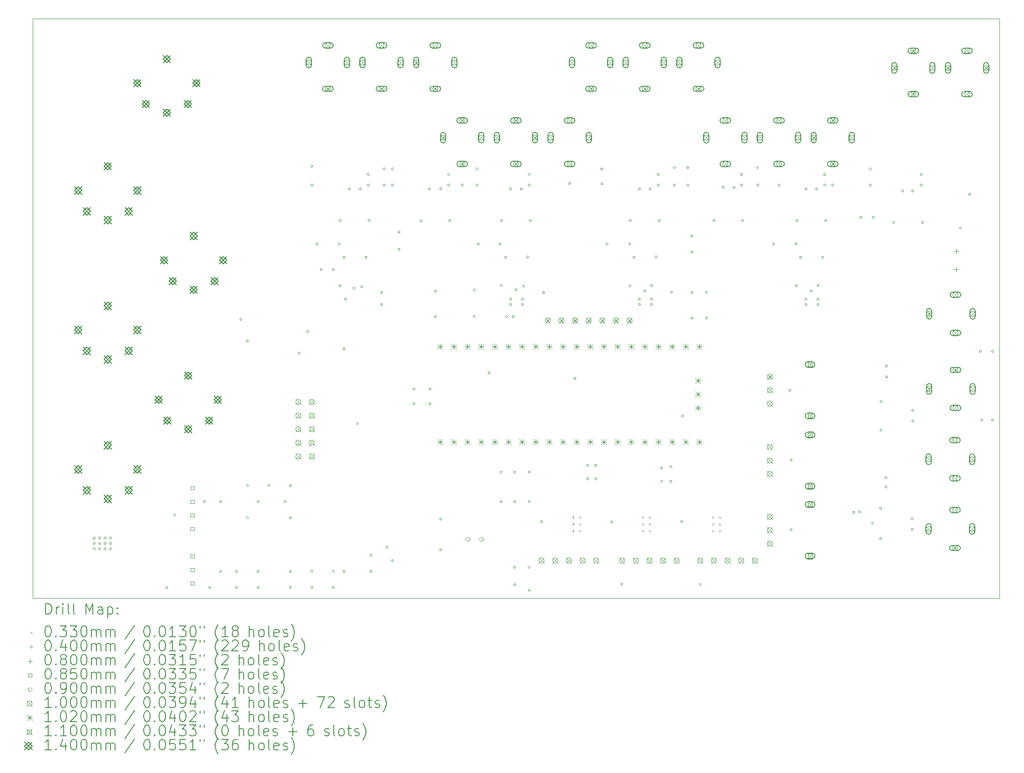
<source format=gbr>
%TF.GenerationSoftware,KiCad,Pcbnew,(7.0.0)*%
%TF.CreationDate,2023-04-14T17:54:09+02:00*%
%TF.ProjectId,multi-tool-midi-board,6d756c74-692d-4746-9f6f-6c2d6d696469,rev?*%
%TF.SameCoordinates,Original*%
%TF.FileFunction,Drillmap*%
%TF.FilePolarity,Positive*%
%FSLAX45Y45*%
G04 Gerber Fmt 4.5, Leading zero omitted, Abs format (unit mm)*
G04 Created by KiCad (PCBNEW (7.0.0)) date 2023-04-14 17:54:09*
%MOMM*%
%LPD*%
G01*
G04 APERTURE LIST*
%ADD10C,0.100000*%
%ADD11C,0.200000*%
%ADD12C,0.033000*%
%ADD13C,0.040000*%
%ADD14C,0.080000*%
%ADD15C,0.085000*%
%ADD16C,0.090000*%
%ADD17C,0.102000*%
%ADD18C,0.110000*%
%ADD19C,0.140000*%
G04 APERTURE END LIST*
D10*
X2000000Y-2300000D02*
X20000000Y-2300000D01*
X20000000Y-2300000D02*
X20000000Y-13100000D01*
X20000000Y-13100000D02*
X2000000Y-13100000D01*
X2000000Y-13100000D02*
X2000000Y-2300000D01*
D11*
D12*
X12049500Y-11573500D02*
X12082500Y-11606500D01*
X12082500Y-11573500D02*
X12049500Y-11606500D01*
X12049500Y-11703500D02*
X12082500Y-11736500D01*
X12082500Y-11703500D02*
X12049500Y-11736500D01*
X12049500Y-11833500D02*
X12082500Y-11866500D01*
X12082500Y-11833500D02*
X12049500Y-11866500D01*
X12179500Y-11573500D02*
X12212500Y-11606500D01*
X12212500Y-11573500D02*
X12179500Y-11606500D01*
X12179500Y-11703500D02*
X12212500Y-11736500D01*
X12212500Y-11703500D02*
X12179500Y-11736500D01*
X12179500Y-11833500D02*
X12212500Y-11866500D01*
X12212500Y-11833500D02*
X12179500Y-11866500D01*
X13349500Y-11573500D02*
X13382500Y-11606500D01*
X13382500Y-11573500D02*
X13349500Y-11606500D01*
X13349500Y-11703500D02*
X13382500Y-11736500D01*
X13382500Y-11703500D02*
X13349500Y-11736500D01*
X13349500Y-11833500D02*
X13382500Y-11866500D01*
X13382500Y-11833500D02*
X13349500Y-11866500D01*
X13479500Y-11573500D02*
X13512500Y-11606500D01*
X13512500Y-11573500D02*
X13479500Y-11606500D01*
X13479500Y-11703500D02*
X13512500Y-11736500D01*
X13512500Y-11703500D02*
X13479500Y-11736500D01*
X13479500Y-11833500D02*
X13512500Y-11866500D01*
X13512500Y-11833500D02*
X13479500Y-11866500D01*
X14649500Y-11573500D02*
X14682500Y-11606500D01*
X14682500Y-11573500D02*
X14649500Y-11606500D01*
X14649500Y-11703500D02*
X14682500Y-11736500D01*
X14682500Y-11703500D02*
X14649500Y-11736500D01*
X14649500Y-11833500D02*
X14682500Y-11866500D01*
X14682500Y-11833500D02*
X14649500Y-11866500D01*
X14779500Y-11573500D02*
X14812500Y-11606500D01*
X14812500Y-11573500D02*
X14779500Y-11606500D01*
X14779500Y-11703500D02*
X14812500Y-11736500D01*
X14812500Y-11703500D02*
X14779500Y-11736500D01*
X14779500Y-11833500D02*
X14812500Y-11866500D01*
X14812500Y-11833500D02*
X14779500Y-11866500D01*
D13*
X3170000Y-11980000D02*
G75*
G03*
X3170000Y-11980000I-20000J0D01*
G01*
X3170000Y-12080000D02*
G75*
G03*
X3170000Y-12080000I-20000J0D01*
G01*
X3170000Y-12180000D02*
G75*
G03*
X3170000Y-12180000I-20000J0D01*
G01*
X3270000Y-11980000D02*
G75*
G03*
X3270000Y-11980000I-20000J0D01*
G01*
X3270000Y-12080000D02*
G75*
G03*
X3270000Y-12080000I-20000J0D01*
G01*
X3270000Y-12180000D02*
G75*
G03*
X3270000Y-12180000I-20000J0D01*
G01*
X3370000Y-11980000D02*
G75*
G03*
X3370000Y-11980000I-20000J0D01*
G01*
X3370000Y-12080000D02*
G75*
G03*
X3370000Y-12080000I-20000J0D01*
G01*
X3370000Y-12180000D02*
G75*
G03*
X3370000Y-12180000I-20000J0D01*
G01*
X3470000Y-11980000D02*
G75*
G03*
X3470000Y-11980000I-20000J0D01*
G01*
X3470000Y-12080000D02*
G75*
G03*
X3470000Y-12080000I-20000J0D01*
G01*
X3470000Y-12180000D02*
G75*
G03*
X3470000Y-12180000I-20000J0D01*
G01*
X4520000Y-12900000D02*
G75*
G03*
X4520000Y-12900000I-20000J0D01*
G01*
X4666270Y-11551270D02*
G75*
G03*
X4666270Y-11551270I-20000J0D01*
G01*
X5220000Y-11300000D02*
G75*
G03*
X5220000Y-11300000I-20000J0D01*
G01*
X5320000Y-12900000D02*
G75*
G03*
X5320000Y-12900000I-20000J0D01*
G01*
X5520000Y-11300000D02*
G75*
G03*
X5520000Y-11300000I-20000J0D01*
G01*
X5520000Y-12600000D02*
G75*
G03*
X5520000Y-12600000I-20000J0D01*
G01*
X5820000Y-12600000D02*
G75*
G03*
X5820000Y-12600000I-20000J0D01*
G01*
X5820000Y-12900000D02*
G75*
G03*
X5820000Y-12900000I-20000J0D01*
G01*
X5895000Y-7900000D02*
G75*
G03*
X5895000Y-7900000I-20000J0D01*
G01*
X6020000Y-11000000D02*
G75*
G03*
X6020000Y-11000000I-20000J0D01*
G01*
X6020000Y-11600000D02*
G75*
G03*
X6020000Y-11600000I-20000J0D01*
G01*
X6021500Y-8303500D02*
G75*
G03*
X6021500Y-8303500I-20000J0D01*
G01*
X6220000Y-11300000D02*
G75*
G03*
X6220000Y-11300000I-20000J0D01*
G01*
X6220000Y-12600000D02*
G75*
G03*
X6220000Y-12600000I-20000J0D01*
G01*
X6220000Y-12900000D02*
G75*
G03*
X6220000Y-12900000I-20000J0D01*
G01*
X6420000Y-11000000D02*
G75*
G03*
X6420000Y-11000000I-20000J0D01*
G01*
X6720000Y-11300000D02*
G75*
G03*
X6720000Y-11300000I-20000J0D01*
G01*
X6820000Y-11000000D02*
G75*
G03*
X6820000Y-11000000I-20000J0D01*
G01*
X6820000Y-11600000D02*
G75*
G03*
X6820000Y-11600000I-20000J0D01*
G01*
X6820000Y-12600000D02*
G75*
G03*
X6820000Y-12600000I-20000J0D01*
G01*
X6820000Y-12900000D02*
G75*
G03*
X6820000Y-12900000I-20000J0D01*
G01*
X6981500Y-8533500D02*
G75*
G03*
X6981500Y-8533500I-20000J0D01*
G01*
X7145000Y-8125000D02*
G75*
G03*
X7145000Y-8125000I-20000J0D01*
G01*
X7220000Y-5050000D02*
G75*
G03*
X7220000Y-5050000I-20000J0D01*
G01*
X7220000Y-5400000D02*
G75*
G03*
X7220000Y-5400000I-20000J0D01*
G01*
X7220000Y-12600000D02*
G75*
G03*
X7220000Y-12600000I-20000J0D01*
G01*
X7220000Y-12900000D02*
G75*
G03*
X7220000Y-12900000I-20000J0D01*
G01*
X7317550Y-6500000D02*
G75*
G03*
X7317550Y-6500000I-20000J0D01*
G01*
X7395000Y-6975000D02*
G75*
G03*
X7395000Y-6975000I-20000J0D01*
G01*
X7620000Y-6975000D02*
G75*
G03*
X7620000Y-6975000I-20000J0D01*
G01*
X7620000Y-12600000D02*
G75*
G03*
X7620000Y-12600000I-20000J0D01*
G01*
X7620000Y-12900000D02*
G75*
G03*
X7620000Y-12900000I-20000J0D01*
G01*
X7729900Y-6495000D02*
G75*
G03*
X7729900Y-6495000I-20000J0D01*
G01*
X7743500Y-7276500D02*
G75*
G03*
X7743500Y-7276500I-20000J0D01*
G01*
X7750000Y-6060000D02*
G75*
G03*
X7750000Y-6060000I-20000J0D01*
G01*
X7820000Y-6751000D02*
G75*
G03*
X7820000Y-6751000I-20000J0D01*
G01*
X7820000Y-8450000D02*
G75*
G03*
X7820000Y-8450000I-20000J0D01*
G01*
X7820000Y-12600000D02*
G75*
G03*
X7820000Y-12600000I-20000J0D01*
G01*
X7845000Y-7525000D02*
G75*
G03*
X7845000Y-7525000I-20000J0D01*
G01*
X7920000Y-5470000D02*
G75*
G03*
X7920000Y-5470000I-20000J0D01*
G01*
X8002298Y-7323767D02*
G75*
G03*
X8002298Y-7323767I-20000J0D01*
G01*
X8070000Y-9850000D02*
G75*
G03*
X8070000Y-9850000I-20000J0D01*
G01*
X8120000Y-5470000D02*
G75*
G03*
X8120000Y-5470000I-20000J0D01*
G01*
X8149946Y-7295054D02*
G75*
G03*
X8149946Y-7295054I-20000J0D01*
G01*
X8230000Y-6746000D02*
G75*
G03*
X8230000Y-6746000I-20000J0D01*
G01*
X8270000Y-5200000D02*
G75*
G03*
X8270000Y-5200000I-20000J0D01*
G01*
X8270000Y-5400000D02*
G75*
G03*
X8270000Y-5400000I-20000J0D01*
G01*
X8287500Y-6060000D02*
G75*
G03*
X8287500Y-6060000I-20000J0D01*
G01*
X8320000Y-12300000D02*
G75*
G03*
X8320000Y-12300000I-20000J0D01*
G01*
X8320000Y-12600000D02*
G75*
G03*
X8320000Y-12600000I-20000J0D01*
G01*
X8520000Y-7400000D02*
G75*
G03*
X8520000Y-7400000I-20000J0D01*
G01*
X8520000Y-7625000D02*
G75*
G03*
X8520000Y-7625000I-20000J0D01*
G01*
X8570000Y-5100000D02*
G75*
G03*
X8570000Y-5100000I-20000J0D01*
G01*
X8570000Y-5400000D02*
G75*
G03*
X8570000Y-5400000I-20000J0D01*
G01*
X8620000Y-12150000D02*
G75*
G03*
X8620000Y-12150000I-20000J0D01*
G01*
X8720000Y-5100000D02*
G75*
G03*
X8720000Y-5100000I-20000J0D01*
G01*
X8720000Y-5400000D02*
G75*
G03*
X8720000Y-5400000I-20000J0D01*
G01*
X8720000Y-12400000D02*
G75*
G03*
X8720000Y-12400000I-20000J0D01*
G01*
X8845000Y-6275000D02*
G75*
G03*
X8845000Y-6275000I-20000J0D01*
G01*
X8845000Y-6600000D02*
G75*
G03*
X8845000Y-6600000I-20000J0D01*
G01*
X9120000Y-9200000D02*
G75*
G03*
X9120000Y-9200000I-20000J0D01*
G01*
X9120000Y-9475000D02*
G75*
G03*
X9120000Y-9475000I-20000J0D01*
G01*
X9252500Y-6070000D02*
G75*
G03*
X9252500Y-6070000I-20000J0D01*
G01*
X9410000Y-5470000D02*
G75*
G03*
X9410000Y-5470000I-20000J0D01*
G01*
X9420000Y-9200000D02*
G75*
G03*
X9420000Y-9200000I-20000J0D01*
G01*
X9420000Y-9475000D02*
G75*
G03*
X9420000Y-9475000I-20000J0D01*
G01*
X9520000Y-7375000D02*
G75*
G03*
X9520000Y-7375000I-20000J0D01*
G01*
X9520000Y-7850000D02*
G75*
G03*
X9520000Y-7850000I-20000J0D01*
G01*
X9620000Y-5470000D02*
G75*
G03*
X9620000Y-5470000I-20000J0D01*
G01*
X9620000Y-11625000D02*
G75*
G03*
X9620000Y-11625000I-20000J0D01*
G01*
X9620000Y-12200000D02*
G75*
G03*
X9620000Y-12200000I-20000J0D01*
G01*
X9770000Y-5200000D02*
G75*
G03*
X9770000Y-5200000I-20000J0D01*
G01*
X9770000Y-5400000D02*
G75*
G03*
X9770000Y-5400000I-20000J0D01*
G01*
X9787500Y-6060000D02*
G75*
G03*
X9787500Y-6060000I-20000J0D01*
G01*
X10020000Y-5400000D02*
G75*
G03*
X10020000Y-5400000I-20000J0D01*
G01*
X10245000Y-7350000D02*
G75*
G03*
X10245000Y-7350000I-20000J0D01*
G01*
X10245000Y-7850000D02*
G75*
G03*
X10245000Y-7850000I-20000J0D01*
G01*
X10295000Y-5100000D02*
G75*
G03*
X10295000Y-5100000I-20000J0D01*
G01*
X10295000Y-5400000D02*
G75*
G03*
X10295000Y-5400000I-20000J0D01*
G01*
X10317550Y-6500000D02*
G75*
G03*
X10317550Y-6500000I-20000J0D01*
G01*
X10521230Y-8901230D02*
G75*
G03*
X10521230Y-8901230I-20000J0D01*
G01*
X10720000Y-6500000D02*
G75*
G03*
X10720000Y-6500000I-20000J0D01*
G01*
X10745000Y-10750000D02*
G75*
G03*
X10745000Y-10750000I-20000J0D01*
G01*
X10745000Y-11300000D02*
G75*
G03*
X10745000Y-11300000I-20000J0D01*
G01*
X10750000Y-6060000D02*
G75*
G03*
X10750000Y-6060000I-20000J0D01*
G01*
X10750000Y-7270000D02*
G75*
G03*
X10750000Y-7270000I-20000J0D01*
G01*
X10828000Y-6746000D02*
G75*
G03*
X10828000Y-6746000I-20000J0D01*
G01*
X10845000Y-7850000D02*
G75*
G03*
X10845000Y-7850000I-20000J0D01*
G01*
X10920000Y-5470000D02*
G75*
G03*
X10920000Y-5470000I-20000J0D01*
G01*
X10920000Y-7525000D02*
G75*
G03*
X10920000Y-7525000I-20000J0D01*
G01*
X10920000Y-7625000D02*
G75*
G03*
X10920000Y-7625000I-20000J0D01*
G01*
X10970000Y-7850000D02*
G75*
G03*
X10970000Y-7850000I-20000J0D01*
G01*
X10995000Y-10750000D02*
G75*
G03*
X10995000Y-10750000I-20000J0D01*
G01*
X10995000Y-11300000D02*
G75*
G03*
X10995000Y-11300000I-20000J0D01*
G01*
X10995000Y-12525000D02*
G75*
G03*
X10995000Y-12525000I-20000J0D01*
G01*
X10995000Y-12850000D02*
G75*
G03*
X10995000Y-12850000I-20000J0D01*
G01*
X11020000Y-7350000D02*
G75*
G03*
X11020000Y-7350000I-20000J0D01*
G01*
X11120000Y-5470000D02*
G75*
G03*
X11120000Y-5470000I-20000J0D01*
G01*
X11145000Y-7525000D02*
G75*
G03*
X11145000Y-7525000I-20000J0D01*
G01*
X11145000Y-7625000D02*
G75*
G03*
X11145000Y-7625000I-20000J0D01*
G01*
X11161446Y-7283554D02*
G75*
G03*
X11161446Y-7283554I-20000J0D01*
G01*
X11238000Y-6741000D02*
G75*
G03*
X11238000Y-6741000I-20000J0D01*
G01*
X11270000Y-5200000D02*
G75*
G03*
X11270000Y-5200000I-20000J0D01*
G01*
X11270000Y-5400000D02*
G75*
G03*
X11270000Y-5400000I-20000J0D01*
G01*
X11270000Y-10750000D02*
G75*
G03*
X11270000Y-10750000I-20000J0D01*
G01*
X11270000Y-11300000D02*
G75*
G03*
X11270000Y-11300000I-20000J0D01*
G01*
X11270000Y-12525000D02*
G75*
G03*
X11270000Y-12525000I-20000J0D01*
G01*
X11270000Y-12950000D02*
G75*
G03*
X11270000Y-12950000I-20000J0D01*
G01*
X11287500Y-6060000D02*
G75*
G03*
X11287500Y-6060000I-20000J0D01*
G01*
X11495000Y-11675000D02*
G75*
G03*
X11495000Y-11675000I-20000J0D01*
G01*
X11535000Y-7400000D02*
G75*
G03*
X11535000Y-7400000I-20000J0D01*
G01*
X12020000Y-5372450D02*
G75*
G03*
X12020000Y-5372450I-20000J0D01*
G01*
X12120000Y-9000000D02*
G75*
G03*
X12120000Y-9000000I-20000J0D01*
G01*
X12356000Y-10625000D02*
G75*
G03*
X12356000Y-10625000I-20000J0D01*
G01*
X12356000Y-10875000D02*
G75*
G03*
X12356000Y-10875000I-20000J0D01*
G01*
X12506000Y-10625000D02*
G75*
G03*
X12506000Y-10625000I-20000J0D01*
G01*
X12506000Y-10875000D02*
G75*
G03*
X12506000Y-10875000I-20000J0D01*
G01*
X12620000Y-5100000D02*
G75*
G03*
X12620000Y-5100000I-20000J0D01*
G01*
X12620000Y-5375000D02*
G75*
G03*
X12620000Y-5375000I-20000J0D01*
G01*
X12717550Y-6500000D02*
G75*
G03*
X12717550Y-6500000I-20000J0D01*
G01*
X12806000Y-11675000D02*
G75*
G03*
X12806000Y-11675000I-20000J0D01*
G01*
X12993500Y-12837500D02*
G75*
G03*
X12993500Y-12837500I-20000J0D01*
G01*
X13133700Y-6495000D02*
G75*
G03*
X13133700Y-6495000I-20000J0D01*
G01*
X13142500Y-7277500D02*
G75*
G03*
X13142500Y-7277500I-20000J0D01*
G01*
X13152500Y-6059047D02*
G75*
G03*
X13152500Y-6059047I-20000J0D01*
G01*
X13220000Y-6745000D02*
G75*
G03*
X13220000Y-6745000I-20000J0D01*
G01*
X13320000Y-5470000D02*
G75*
G03*
X13320000Y-5470000I-20000J0D01*
G01*
X13320000Y-7525000D02*
G75*
G03*
X13320000Y-7525000I-20000J0D01*
G01*
X13320000Y-7625000D02*
G75*
G03*
X13320000Y-7625000I-20000J0D01*
G01*
X13420000Y-7375000D02*
G75*
G03*
X13420000Y-7375000I-20000J0D01*
G01*
X13520000Y-5470000D02*
G75*
G03*
X13520000Y-5470000I-20000J0D01*
G01*
X13545000Y-7525000D02*
G75*
G03*
X13545000Y-7525000I-20000J0D01*
G01*
X13545000Y-7625000D02*
G75*
G03*
X13545000Y-7625000I-20000J0D01*
G01*
X13548946Y-7271054D02*
G75*
G03*
X13548946Y-7271054I-20000J0D01*
G01*
X13630000Y-6740000D02*
G75*
G03*
X13630000Y-6740000I-20000J0D01*
G01*
X13670000Y-5200000D02*
G75*
G03*
X13670000Y-5200000I-20000J0D01*
G01*
X13670000Y-5400000D02*
G75*
G03*
X13670000Y-5400000I-20000J0D01*
G01*
X13687500Y-6060000D02*
G75*
G03*
X13687500Y-6060000I-20000J0D01*
G01*
X13731000Y-10673550D02*
G75*
G03*
X13731000Y-10673550I-20000J0D01*
G01*
X13731000Y-10925000D02*
G75*
G03*
X13731000Y-10925000I-20000J0D01*
G01*
X13906000Y-10650000D02*
G75*
G03*
X13906000Y-10650000I-20000J0D01*
G01*
X13906000Y-10925000D02*
G75*
G03*
X13906000Y-10925000I-20000J0D01*
G01*
X13920000Y-7400000D02*
G75*
G03*
X13920000Y-7400000I-20000J0D01*
G01*
X13970000Y-5075000D02*
G75*
G03*
X13970000Y-5075000I-20000J0D01*
G01*
X13970000Y-5400000D02*
G75*
G03*
X13970000Y-5400000I-20000J0D01*
G01*
X14106000Y-11675000D02*
G75*
G03*
X14106000Y-11675000I-20000J0D01*
G01*
X14120000Y-9700000D02*
G75*
G03*
X14120000Y-9700000I-20000J0D01*
G01*
X14220000Y-5075000D02*
G75*
G03*
X14220000Y-5075000I-20000J0D01*
G01*
X14220000Y-5400000D02*
G75*
G03*
X14220000Y-5400000I-20000J0D01*
G01*
X14295000Y-6350000D02*
G75*
G03*
X14295000Y-6350000I-20000J0D01*
G01*
X14295000Y-6650000D02*
G75*
G03*
X14295000Y-6650000I-20000J0D01*
G01*
X14295000Y-7400000D02*
G75*
G03*
X14295000Y-7400000I-20000J0D01*
G01*
X14295000Y-7875000D02*
G75*
G03*
X14295000Y-7875000I-20000J0D01*
G01*
X14452000Y-12846000D02*
G75*
G03*
X14452000Y-12846000I-20000J0D01*
G01*
X14570000Y-7400000D02*
G75*
G03*
X14570000Y-7400000I-20000J0D01*
G01*
X14570000Y-7875000D02*
G75*
G03*
X14570000Y-7875000I-20000J0D01*
G01*
X14707500Y-6060000D02*
G75*
G03*
X14707500Y-6060000I-20000J0D01*
G01*
X14880000Y-5440000D02*
G75*
G03*
X14880000Y-5440000I-20000J0D01*
G01*
X15080000Y-5440000D02*
G75*
G03*
X15080000Y-5440000I-20000J0D01*
G01*
X15220000Y-5200000D02*
G75*
G03*
X15220000Y-5200000I-20000J0D01*
G01*
X15220000Y-5400000D02*
G75*
G03*
X15220000Y-5400000I-20000J0D01*
G01*
X15242500Y-6060000D02*
G75*
G03*
X15242500Y-6060000I-20000J0D01*
G01*
X15520000Y-5075000D02*
G75*
G03*
X15520000Y-5075000I-20000J0D01*
G01*
X15525000Y-5400000D02*
G75*
G03*
X15525000Y-5400000I-20000J0D01*
G01*
X15817550Y-6500000D02*
G75*
G03*
X15817550Y-6500000I-20000J0D01*
G01*
X15920000Y-5400000D02*
G75*
G03*
X15920000Y-5400000I-20000J0D01*
G01*
X16120000Y-9225000D02*
G75*
G03*
X16120000Y-9225000I-20000J0D01*
G01*
X16145000Y-10525000D02*
G75*
G03*
X16145000Y-10525000I-20000J0D01*
G01*
X16145000Y-11825000D02*
G75*
G03*
X16145000Y-11825000I-20000J0D01*
G01*
X16233700Y-6495000D02*
G75*
G03*
X16233700Y-6495000I-20000J0D01*
G01*
X16242500Y-7277500D02*
G75*
G03*
X16242500Y-7277500I-20000J0D01*
G01*
X16252500Y-6060000D02*
G75*
G03*
X16252500Y-6060000I-20000J0D01*
G01*
X16320000Y-6753000D02*
G75*
G03*
X16320000Y-6753000I-20000J0D01*
G01*
X16420000Y-5470000D02*
G75*
G03*
X16420000Y-5470000I-20000J0D01*
G01*
X16420000Y-7525000D02*
G75*
G03*
X16420000Y-7525000I-20000J0D01*
G01*
X16420000Y-7625000D02*
G75*
G03*
X16420000Y-7625000I-20000J0D01*
G01*
X16520000Y-7375000D02*
G75*
G03*
X16520000Y-7375000I-20000J0D01*
G01*
X16620000Y-5470000D02*
G75*
G03*
X16620000Y-5470000I-20000J0D01*
G01*
X16645000Y-7525000D02*
G75*
G03*
X16645000Y-7525000I-20000J0D01*
G01*
X16645000Y-7625000D02*
G75*
G03*
X16645000Y-7625000I-20000J0D01*
G01*
X16648946Y-7271054D02*
G75*
G03*
X16648946Y-7271054I-20000J0D01*
G01*
X16730000Y-6748000D02*
G75*
G03*
X16730000Y-6748000I-20000J0D01*
G01*
X16770000Y-5200000D02*
G75*
G03*
X16770000Y-5200000I-20000J0D01*
G01*
X16770000Y-5400000D02*
G75*
G03*
X16770000Y-5400000I-20000J0D01*
G01*
X16787500Y-6060000D02*
G75*
G03*
X16787500Y-6060000I-20000J0D01*
G01*
X16920000Y-5400000D02*
G75*
G03*
X16920000Y-5400000I-20000J0D01*
G01*
X17310000Y-11502500D02*
G75*
G03*
X17310000Y-11502500I-20000J0D01*
G01*
X17421270Y-11491230D02*
G75*
G03*
X17421270Y-11491230I-20000J0D01*
G01*
X17445000Y-6000000D02*
G75*
G03*
X17445000Y-6000000I-20000J0D01*
G01*
X17620000Y-5100000D02*
G75*
G03*
X17620000Y-5100000I-20000J0D01*
G01*
X17620000Y-5400000D02*
G75*
G03*
X17620000Y-5400000I-20000J0D01*
G01*
X17660000Y-11702500D02*
G75*
G03*
X17660000Y-11702500I-20000J0D01*
G01*
X17670000Y-6000000D02*
G75*
G03*
X17670000Y-6000000I-20000J0D01*
G01*
X17810000Y-11427500D02*
G75*
G03*
X17810000Y-11427500I-20000J0D01*
G01*
X17810000Y-11992500D02*
G75*
G03*
X17810000Y-11992500I-20000J0D01*
G01*
X17820000Y-9432500D02*
G75*
G03*
X17820000Y-9432500I-20000J0D01*
G01*
X17820000Y-9967500D02*
G75*
G03*
X17820000Y-9967500I-20000J0D01*
G01*
X17910000Y-10852500D02*
G75*
G03*
X17910000Y-10852500I-20000J0D01*
G01*
X17910000Y-11027500D02*
G75*
G03*
X17910000Y-11027500I-20000J0D01*
G01*
X17920000Y-8775000D02*
G75*
G03*
X17920000Y-8775000I-20000J0D01*
G01*
X17920000Y-8975000D02*
G75*
G03*
X17920000Y-8975000I-20000J0D01*
G01*
X18052500Y-6100000D02*
G75*
G03*
X18052500Y-6100000I-20000J0D01*
G01*
X18220000Y-5510000D02*
G75*
G03*
X18220000Y-5510000I-20000J0D01*
G01*
X18400000Y-11622500D02*
G75*
G03*
X18400000Y-11622500I-20000J0D01*
G01*
X18400000Y-11822500D02*
G75*
G03*
X18400000Y-11822500I-20000J0D01*
G01*
X18410000Y-5510000D02*
G75*
G03*
X18410000Y-5510000I-20000J0D01*
G01*
X18410000Y-9600000D02*
G75*
G03*
X18410000Y-9600000I-20000J0D01*
G01*
X18410000Y-9800000D02*
G75*
G03*
X18410000Y-9800000I-20000J0D01*
G01*
X18570000Y-5200000D02*
G75*
G03*
X18570000Y-5200000I-20000J0D01*
G01*
X18570000Y-5400000D02*
G75*
G03*
X18570000Y-5400000I-20000J0D01*
G01*
X18590000Y-6100000D02*
G75*
G03*
X18590000Y-6100000I-20000J0D01*
G01*
X19295000Y-6200000D02*
G75*
G03*
X19295000Y-6200000I-20000J0D01*
G01*
X19470000Y-5575000D02*
G75*
G03*
X19470000Y-5575000I-20000J0D01*
G01*
X19670000Y-8500000D02*
G75*
G03*
X19670000Y-8500000I-20000J0D01*
G01*
X19695000Y-9775000D02*
G75*
G03*
X19695000Y-9775000I-20000J0D01*
G01*
X19895000Y-8500000D02*
G75*
G03*
X19895000Y-8500000I-20000J0D01*
G01*
X19895000Y-9775000D02*
G75*
G03*
X19895000Y-9775000I-20000J0D01*
G01*
D14*
X19200000Y-6590000D02*
X19200000Y-6670000D01*
X19160000Y-6630000D02*
X19240000Y-6630000D01*
X19200000Y-6930000D02*
X19200000Y-7010000D01*
X19160000Y-6970000D02*
X19240000Y-6970000D01*
D15*
X5005052Y-11077052D02*
X5005052Y-11016948D01*
X4944948Y-11016948D01*
X4944948Y-11077052D01*
X5005052Y-11077052D01*
X5005052Y-11331052D02*
X5005052Y-11270948D01*
X4944948Y-11270948D01*
X4944948Y-11331052D01*
X5005052Y-11331052D01*
X5005052Y-11585052D02*
X5005052Y-11524948D01*
X4944948Y-11524948D01*
X4944948Y-11585052D01*
X5005052Y-11585052D01*
X5005052Y-11839052D02*
X5005052Y-11778948D01*
X4944948Y-11778948D01*
X4944948Y-11839052D01*
X5005052Y-11839052D01*
X5005052Y-12347052D02*
X5005052Y-12286948D01*
X4944948Y-12286948D01*
X4944948Y-12347052D01*
X5005052Y-12347052D01*
X5005052Y-12601052D02*
X5005052Y-12540948D01*
X4944948Y-12540948D01*
X4944948Y-12601052D01*
X5005052Y-12601052D01*
X5005052Y-12855052D02*
X5005052Y-12794948D01*
X4944948Y-12794948D01*
X4944948Y-12855052D01*
X5005052Y-12855052D01*
D16*
X10100000Y-12045000D02*
X10145000Y-12000000D01*
X10100000Y-11955000D01*
X10055000Y-12000000D01*
X10100000Y-12045000D01*
X10354000Y-12045000D02*
X10399000Y-12000000D01*
X10354000Y-11955000D01*
X10309000Y-12000000D01*
X10354000Y-12045000D01*
D10*
X6897500Y-9391500D02*
X6997500Y-9491500D01*
X6997500Y-9391500D02*
X6897500Y-9491500D01*
X6997500Y-9441500D02*
G75*
G03*
X6997500Y-9441500I-50000J0D01*
G01*
X6897500Y-9645500D02*
X6997500Y-9745500D01*
X6997500Y-9645500D02*
X6897500Y-9745500D01*
X6997500Y-9695500D02*
G75*
G03*
X6997500Y-9695500I-50000J0D01*
G01*
X6897500Y-9899500D02*
X6997500Y-9999500D01*
X6997500Y-9899500D02*
X6897500Y-9999500D01*
X6997500Y-9949500D02*
G75*
G03*
X6997500Y-9949500I-50000J0D01*
G01*
X6897500Y-10153500D02*
X6997500Y-10253500D01*
X6997500Y-10153500D02*
X6897500Y-10253500D01*
X6997500Y-10203500D02*
G75*
G03*
X6997500Y-10203500I-50000J0D01*
G01*
X6897500Y-10407500D02*
X6997500Y-10507500D01*
X6997500Y-10407500D02*
X6897500Y-10507500D01*
X6997500Y-10457500D02*
G75*
G03*
X6997500Y-10457500I-50000J0D01*
G01*
X7095000Y-3065000D02*
X7195000Y-3165000D01*
X7195000Y-3065000D02*
X7095000Y-3165000D01*
X7195000Y-3115000D02*
G75*
G03*
X7195000Y-3115000I-50000J0D01*
G01*
D11*
X7095000Y-3065000D02*
X7095000Y-3165000D01*
X7095000Y-3165000D02*
G75*
G03*
X7195000Y-3165000I50000J0D01*
G01*
X7195000Y-3165000D02*
X7195000Y-3065000D01*
X7195000Y-3065000D02*
G75*
G03*
X7095000Y-3065000I-50000J0D01*
G01*
D10*
X7151500Y-9391500D02*
X7251500Y-9491500D01*
X7251500Y-9391500D02*
X7151500Y-9491500D01*
X7251500Y-9441500D02*
G75*
G03*
X7251500Y-9441500I-50000J0D01*
G01*
X7151500Y-9645500D02*
X7251500Y-9745500D01*
X7251500Y-9645500D02*
X7151500Y-9745500D01*
X7251500Y-9695500D02*
G75*
G03*
X7251500Y-9695500I-50000J0D01*
G01*
X7151500Y-9899500D02*
X7251500Y-9999500D01*
X7251500Y-9899500D02*
X7151500Y-9999500D01*
X7251500Y-9949500D02*
G75*
G03*
X7251500Y-9949500I-50000J0D01*
G01*
X7151500Y-10153500D02*
X7251500Y-10253500D01*
X7251500Y-10153500D02*
X7151500Y-10253500D01*
X7251500Y-10203500D02*
G75*
G03*
X7251500Y-10203500I-50000J0D01*
G01*
X7151500Y-10407500D02*
X7251500Y-10507500D01*
X7251500Y-10407500D02*
X7151500Y-10507500D01*
X7251500Y-10457500D02*
G75*
G03*
X7251500Y-10457500I-50000J0D01*
G01*
X7450000Y-2745000D02*
X7550000Y-2845000D01*
X7550000Y-2745000D02*
X7450000Y-2845000D01*
X7550000Y-2795000D02*
G75*
G03*
X7550000Y-2795000I-50000J0D01*
G01*
D11*
X7450000Y-2845000D02*
X7550000Y-2845000D01*
X7550000Y-2845000D02*
G75*
G03*
X7550000Y-2745000I0J50000D01*
G01*
X7550000Y-2745000D02*
X7450000Y-2745000D01*
X7450000Y-2745000D02*
G75*
G03*
X7450000Y-2845000I0J-50000D01*
G01*
D10*
X7450000Y-3555000D02*
X7550000Y-3655000D01*
X7550000Y-3555000D02*
X7450000Y-3655000D01*
X7550000Y-3605000D02*
G75*
G03*
X7550000Y-3605000I-50000J0D01*
G01*
D11*
X7450000Y-3655000D02*
X7550000Y-3655000D01*
X7550000Y-3655000D02*
G75*
G03*
X7550000Y-3555000I0J50000D01*
G01*
X7550000Y-3555000D02*
X7450000Y-3555000D01*
X7450000Y-3555000D02*
G75*
G03*
X7450000Y-3655000I0J-50000D01*
G01*
D10*
X7805000Y-3065000D02*
X7905000Y-3165000D01*
X7905000Y-3065000D02*
X7805000Y-3165000D01*
X7905000Y-3115000D02*
G75*
G03*
X7905000Y-3115000I-50000J0D01*
G01*
D11*
X7805000Y-3065000D02*
X7805000Y-3165000D01*
X7805000Y-3165000D02*
G75*
G03*
X7905000Y-3165000I50000J0D01*
G01*
X7905000Y-3165000D02*
X7905000Y-3065000D01*
X7905000Y-3065000D02*
G75*
G03*
X7805000Y-3065000I-50000J0D01*
G01*
D10*
X8094000Y-3065000D02*
X8194000Y-3165000D01*
X8194000Y-3065000D02*
X8094000Y-3165000D01*
X8194000Y-3115000D02*
G75*
G03*
X8194000Y-3115000I-50000J0D01*
G01*
D11*
X8094000Y-3065000D02*
X8094000Y-3165000D01*
X8094000Y-3165000D02*
G75*
G03*
X8194000Y-3165000I50000J0D01*
G01*
X8194000Y-3165000D02*
X8194000Y-3065000D01*
X8194000Y-3065000D02*
G75*
G03*
X8094000Y-3065000I-50000J0D01*
G01*
D10*
X8449000Y-2745000D02*
X8549000Y-2845000D01*
X8549000Y-2745000D02*
X8449000Y-2845000D01*
X8549000Y-2795000D02*
G75*
G03*
X8549000Y-2795000I-50000J0D01*
G01*
D11*
X8449000Y-2845000D02*
X8549000Y-2845000D01*
X8549000Y-2845000D02*
G75*
G03*
X8549000Y-2745000I0J50000D01*
G01*
X8549000Y-2745000D02*
X8449000Y-2745000D01*
X8449000Y-2745000D02*
G75*
G03*
X8449000Y-2845000I0J-50000D01*
G01*
D10*
X8449000Y-3555000D02*
X8549000Y-3655000D01*
X8549000Y-3555000D02*
X8449000Y-3655000D01*
X8549000Y-3605000D02*
G75*
G03*
X8549000Y-3605000I-50000J0D01*
G01*
D11*
X8449000Y-3655000D02*
X8549000Y-3655000D01*
X8549000Y-3655000D02*
G75*
G03*
X8549000Y-3555000I0J50000D01*
G01*
X8549000Y-3555000D02*
X8449000Y-3555000D01*
X8449000Y-3555000D02*
G75*
G03*
X8449000Y-3655000I0J-50000D01*
G01*
D10*
X8804000Y-3065000D02*
X8904000Y-3165000D01*
X8904000Y-3065000D02*
X8804000Y-3165000D01*
X8904000Y-3115000D02*
G75*
G03*
X8904000Y-3115000I-50000J0D01*
G01*
D11*
X8804000Y-3065000D02*
X8804000Y-3165000D01*
X8804000Y-3165000D02*
G75*
G03*
X8904000Y-3165000I50000J0D01*
G01*
X8904000Y-3165000D02*
X8904000Y-3065000D01*
X8904000Y-3065000D02*
G75*
G03*
X8804000Y-3065000I-50000J0D01*
G01*
D10*
X9095000Y-3065000D02*
X9195000Y-3165000D01*
X9195000Y-3065000D02*
X9095000Y-3165000D01*
X9195000Y-3115000D02*
G75*
G03*
X9195000Y-3115000I-50000J0D01*
G01*
D11*
X9095000Y-3065000D02*
X9095000Y-3165000D01*
X9095000Y-3165000D02*
G75*
G03*
X9195000Y-3165000I50000J0D01*
G01*
X9195000Y-3165000D02*
X9195000Y-3065000D01*
X9195000Y-3065000D02*
G75*
G03*
X9095000Y-3065000I-50000J0D01*
G01*
D10*
X9450000Y-2745000D02*
X9550000Y-2845000D01*
X9550000Y-2745000D02*
X9450000Y-2845000D01*
X9550000Y-2795000D02*
G75*
G03*
X9550000Y-2795000I-50000J0D01*
G01*
D11*
X9450000Y-2845000D02*
X9550000Y-2845000D01*
X9550000Y-2845000D02*
G75*
G03*
X9550000Y-2745000I0J50000D01*
G01*
X9550000Y-2745000D02*
X9450000Y-2745000D01*
X9450000Y-2745000D02*
G75*
G03*
X9450000Y-2845000I0J-50000D01*
G01*
D10*
X9450000Y-3555000D02*
X9550000Y-3655000D01*
X9550000Y-3555000D02*
X9450000Y-3655000D01*
X9550000Y-3605000D02*
G75*
G03*
X9550000Y-3605000I-50000J0D01*
G01*
D11*
X9450000Y-3655000D02*
X9550000Y-3655000D01*
X9550000Y-3655000D02*
G75*
G03*
X9550000Y-3555000I0J50000D01*
G01*
X9550000Y-3555000D02*
X9450000Y-3555000D01*
X9450000Y-3555000D02*
G75*
G03*
X9450000Y-3655000I0J-50000D01*
G01*
D10*
X9595000Y-4465000D02*
X9695000Y-4565000D01*
X9695000Y-4465000D02*
X9595000Y-4565000D01*
X9695000Y-4515000D02*
G75*
G03*
X9695000Y-4515000I-50000J0D01*
G01*
D11*
X9595000Y-4465000D02*
X9595000Y-4565000D01*
X9595000Y-4565000D02*
G75*
G03*
X9695000Y-4565000I50000J0D01*
G01*
X9695000Y-4565000D02*
X9695000Y-4465000D01*
X9695000Y-4465000D02*
G75*
G03*
X9595000Y-4465000I-50000J0D01*
G01*
D10*
X9805000Y-3065000D02*
X9905000Y-3165000D01*
X9905000Y-3065000D02*
X9805000Y-3165000D01*
X9905000Y-3115000D02*
G75*
G03*
X9905000Y-3115000I-50000J0D01*
G01*
D11*
X9805000Y-3065000D02*
X9805000Y-3165000D01*
X9805000Y-3165000D02*
G75*
G03*
X9905000Y-3165000I50000J0D01*
G01*
X9905000Y-3165000D02*
X9905000Y-3065000D01*
X9905000Y-3065000D02*
G75*
G03*
X9805000Y-3065000I-50000J0D01*
G01*
D10*
X9950000Y-4145000D02*
X10050000Y-4245000D01*
X10050000Y-4145000D02*
X9950000Y-4245000D01*
X10050000Y-4195000D02*
G75*
G03*
X10050000Y-4195000I-50000J0D01*
G01*
D11*
X9950000Y-4245000D02*
X10050000Y-4245000D01*
X10050000Y-4245000D02*
G75*
G03*
X10050000Y-4145000I0J50000D01*
G01*
X10050000Y-4145000D02*
X9950000Y-4145000D01*
X9950000Y-4145000D02*
G75*
G03*
X9950000Y-4245000I0J-50000D01*
G01*
D10*
X9950000Y-4955000D02*
X10050000Y-5055000D01*
X10050000Y-4955000D02*
X9950000Y-5055000D01*
X10050000Y-5005000D02*
G75*
G03*
X10050000Y-5005000I-50000J0D01*
G01*
D11*
X9950000Y-5055000D02*
X10050000Y-5055000D01*
X10050000Y-5055000D02*
G75*
G03*
X10050000Y-4955000I0J50000D01*
G01*
X10050000Y-4955000D02*
X9950000Y-4955000D01*
X9950000Y-4955000D02*
G75*
G03*
X9950000Y-5055000I0J-50000D01*
G01*
D10*
X10305000Y-4465000D02*
X10405000Y-4565000D01*
X10405000Y-4465000D02*
X10305000Y-4565000D01*
X10405000Y-4515000D02*
G75*
G03*
X10405000Y-4515000I-50000J0D01*
G01*
D11*
X10305000Y-4465000D02*
X10305000Y-4565000D01*
X10305000Y-4565000D02*
G75*
G03*
X10405000Y-4565000I50000J0D01*
G01*
X10405000Y-4565000D02*
X10405000Y-4465000D01*
X10405000Y-4465000D02*
G75*
G03*
X10305000Y-4465000I-50000J0D01*
G01*
D10*
X10595000Y-4465000D02*
X10695000Y-4565000D01*
X10695000Y-4465000D02*
X10595000Y-4565000D01*
X10695000Y-4515000D02*
G75*
G03*
X10695000Y-4515000I-50000J0D01*
G01*
D11*
X10595000Y-4465000D02*
X10595000Y-4565000D01*
X10595000Y-4565000D02*
G75*
G03*
X10695000Y-4565000I50000J0D01*
G01*
X10695000Y-4565000D02*
X10695000Y-4465000D01*
X10695000Y-4465000D02*
G75*
G03*
X10595000Y-4465000I-50000J0D01*
G01*
D10*
X10950000Y-4145000D02*
X11050000Y-4245000D01*
X11050000Y-4145000D02*
X10950000Y-4245000D01*
X11050000Y-4195000D02*
G75*
G03*
X11050000Y-4195000I-50000J0D01*
G01*
D11*
X10950000Y-4245000D02*
X11050000Y-4245000D01*
X11050000Y-4245000D02*
G75*
G03*
X11050000Y-4145000I0J50000D01*
G01*
X11050000Y-4145000D02*
X10950000Y-4145000D01*
X10950000Y-4145000D02*
G75*
G03*
X10950000Y-4245000I0J-50000D01*
G01*
D10*
X10950000Y-4955000D02*
X11050000Y-5055000D01*
X11050000Y-4955000D02*
X10950000Y-5055000D01*
X11050000Y-5005000D02*
G75*
G03*
X11050000Y-5005000I-50000J0D01*
G01*
D11*
X10950000Y-5055000D02*
X11050000Y-5055000D01*
X11050000Y-5055000D02*
G75*
G03*
X11050000Y-4955000I0J50000D01*
G01*
X11050000Y-4955000D02*
X10950000Y-4955000D01*
X10950000Y-4955000D02*
G75*
G03*
X10950000Y-5055000I0J-50000D01*
G01*
D10*
X11305000Y-4465000D02*
X11405000Y-4565000D01*
X11405000Y-4465000D02*
X11305000Y-4565000D01*
X11405000Y-4515000D02*
G75*
G03*
X11405000Y-4515000I-50000J0D01*
G01*
D11*
X11305000Y-4465000D02*
X11305000Y-4565000D01*
X11305000Y-4565000D02*
G75*
G03*
X11405000Y-4565000I50000J0D01*
G01*
X11405000Y-4565000D02*
X11405000Y-4465000D01*
X11405000Y-4465000D02*
G75*
G03*
X11305000Y-4465000I-50000J0D01*
G01*
D10*
X11428500Y-12350000D02*
X11528500Y-12450000D01*
X11528500Y-12350000D02*
X11428500Y-12450000D01*
X11528500Y-12400000D02*
G75*
G03*
X11528500Y-12400000I-50000J0D01*
G01*
X11542000Y-7875000D02*
X11642000Y-7975000D01*
X11642000Y-7875000D02*
X11542000Y-7975000D01*
X11642000Y-7925000D02*
G75*
G03*
X11642000Y-7925000I-50000J0D01*
G01*
X11595000Y-4465000D02*
X11695000Y-4565000D01*
X11695000Y-4465000D02*
X11595000Y-4565000D01*
X11695000Y-4515000D02*
G75*
G03*
X11695000Y-4515000I-50000J0D01*
G01*
D11*
X11595000Y-4465000D02*
X11595000Y-4565000D01*
X11595000Y-4565000D02*
G75*
G03*
X11695000Y-4565000I50000J0D01*
G01*
X11695000Y-4565000D02*
X11695000Y-4465000D01*
X11695000Y-4465000D02*
G75*
G03*
X11595000Y-4465000I-50000J0D01*
G01*
D10*
X11682500Y-12350000D02*
X11782500Y-12450000D01*
X11782500Y-12350000D02*
X11682500Y-12450000D01*
X11782500Y-12400000D02*
G75*
G03*
X11782500Y-12400000I-50000J0D01*
G01*
X11796000Y-7875000D02*
X11896000Y-7975000D01*
X11896000Y-7875000D02*
X11796000Y-7975000D01*
X11896000Y-7925000D02*
G75*
G03*
X11896000Y-7925000I-50000J0D01*
G01*
X11936500Y-12350000D02*
X12036500Y-12450000D01*
X12036500Y-12350000D02*
X11936500Y-12450000D01*
X12036500Y-12400000D02*
G75*
G03*
X12036500Y-12400000I-50000J0D01*
G01*
X11950000Y-4145000D02*
X12050000Y-4245000D01*
X12050000Y-4145000D02*
X11950000Y-4245000D01*
X12050000Y-4195000D02*
G75*
G03*
X12050000Y-4195000I-50000J0D01*
G01*
D11*
X11950000Y-4245000D02*
X12050000Y-4245000D01*
X12050000Y-4245000D02*
G75*
G03*
X12050000Y-4145000I0J50000D01*
G01*
X12050000Y-4145000D02*
X11950000Y-4145000D01*
X11950000Y-4145000D02*
G75*
G03*
X11950000Y-4245000I0J-50000D01*
G01*
D10*
X11950000Y-4955000D02*
X12050000Y-5055000D01*
X12050000Y-4955000D02*
X11950000Y-5055000D01*
X12050000Y-5005000D02*
G75*
G03*
X12050000Y-5005000I-50000J0D01*
G01*
D11*
X11950000Y-5055000D02*
X12050000Y-5055000D01*
X12050000Y-5055000D02*
G75*
G03*
X12050000Y-4955000I0J50000D01*
G01*
X12050000Y-4955000D02*
X11950000Y-4955000D01*
X11950000Y-4955000D02*
G75*
G03*
X11950000Y-5055000I0J-50000D01*
G01*
D10*
X11995000Y-3065000D02*
X12095000Y-3165000D01*
X12095000Y-3065000D02*
X11995000Y-3165000D01*
X12095000Y-3115000D02*
G75*
G03*
X12095000Y-3115000I-50000J0D01*
G01*
D11*
X11995000Y-3065000D02*
X11995000Y-3165000D01*
X11995000Y-3165000D02*
G75*
G03*
X12095000Y-3165000I50000J0D01*
G01*
X12095000Y-3165000D02*
X12095000Y-3065000D01*
X12095000Y-3065000D02*
G75*
G03*
X11995000Y-3065000I-50000J0D01*
G01*
D10*
X12050000Y-7875000D02*
X12150000Y-7975000D01*
X12150000Y-7875000D02*
X12050000Y-7975000D01*
X12150000Y-7925000D02*
G75*
G03*
X12150000Y-7925000I-50000J0D01*
G01*
X12190500Y-12350000D02*
X12290500Y-12450000D01*
X12290500Y-12350000D02*
X12190500Y-12450000D01*
X12290500Y-12400000D02*
G75*
G03*
X12290500Y-12400000I-50000J0D01*
G01*
X12304000Y-7875000D02*
X12404000Y-7975000D01*
X12404000Y-7875000D02*
X12304000Y-7975000D01*
X12404000Y-7925000D02*
G75*
G03*
X12404000Y-7925000I-50000J0D01*
G01*
X12305000Y-4465000D02*
X12405000Y-4565000D01*
X12405000Y-4465000D02*
X12305000Y-4565000D01*
X12405000Y-4515000D02*
G75*
G03*
X12405000Y-4515000I-50000J0D01*
G01*
D11*
X12305000Y-4465000D02*
X12305000Y-4565000D01*
X12305000Y-4565000D02*
G75*
G03*
X12405000Y-4565000I50000J0D01*
G01*
X12405000Y-4565000D02*
X12405000Y-4465000D01*
X12405000Y-4465000D02*
G75*
G03*
X12305000Y-4465000I-50000J0D01*
G01*
D10*
X12350000Y-2745000D02*
X12450000Y-2845000D01*
X12450000Y-2745000D02*
X12350000Y-2845000D01*
X12450000Y-2795000D02*
G75*
G03*
X12450000Y-2795000I-50000J0D01*
G01*
D11*
X12350000Y-2845000D02*
X12450000Y-2845000D01*
X12450000Y-2845000D02*
G75*
G03*
X12450000Y-2745000I0J50000D01*
G01*
X12450000Y-2745000D02*
X12350000Y-2745000D01*
X12350000Y-2745000D02*
G75*
G03*
X12350000Y-2845000I0J-50000D01*
G01*
D10*
X12350000Y-3555000D02*
X12450000Y-3655000D01*
X12450000Y-3555000D02*
X12350000Y-3655000D01*
X12450000Y-3605000D02*
G75*
G03*
X12450000Y-3605000I-50000J0D01*
G01*
D11*
X12350000Y-3655000D02*
X12450000Y-3655000D01*
X12450000Y-3655000D02*
G75*
G03*
X12450000Y-3555000I0J50000D01*
G01*
X12450000Y-3555000D02*
X12350000Y-3555000D01*
X12350000Y-3555000D02*
G75*
G03*
X12350000Y-3655000I0J-50000D01*
G01*
D10*
X12444500Y-12350000D02*
X12544500Y-12450000D01*
X12544500Y-12350000D02*
X12444500Y-12450000D01*
X12544500Y-12400000D02*
G75*
G03*
X12544500Y-12400000I-50000J0D01*
G01*
X12558000Y-7875000D02*
X12658000Y-7975000D01*
X12658000Y-7875000D02*
X12558000Y-7975000D01*
X12658000Y-7925000D02*
G75*
G03*
X12658000Y-7925000I-50000J0D01*
G01*
X12705000Y-3065000D02*
X12805000Y-3165000D01*
X12805000Y-3065000D02*
X12705000Y-3165000D01*
X12805000Y-3115000D02*
G75*
G03*
X12805000Y-3115000I-50000J0D01*
G01*
D11*
X12705000Y-3065000D02*
X12705000Y-3165000D01*
X12705000Y-3165000D02*
G75*
G03*
X12805000Y-3165000I50000J0D01*
G01*
X12805000Y-3165000D02*
X12805000Y-3065000D01*
X12805000Y-3065000D02*
G75*
G03*
X12705000Y-3065000I-50000J0D01*
G01*
D10*
X12812000Y-7875000D02*
X12912000Y-7975000D01*
X12912000Y-7875000D02*
X12812000Y-7975000D01*
X12912000Y-7925000D02*
G75*
G03*
X12912000Y-7925000I-50000J0D01*
G01*
X12928000Y-12350000D02*
X13028000Y-12450000D01*
X13028000Y-12350000D02*
X12928000Y-12450000D01*
X13028000Y-12400000D02*
G75*
G03*
X13028000Y-12400000I-50000J0D01*
G01*
X12995000Y-3065000D02*
X13095000Y-3165000D01*
X13095000Y-3065000D02*
X12995000Y-3165000D01*
X13095000Y-3115000D02*
G75*
G03*
X13095000Y-3115000I-50000J0D01*
G01*
D11*
X12995000Y-3065000D02*
X12995000Y-3165000D01*
X12995000Y-3165000D02*
G75*
G03*
X13095000Y-3165000I50000J0D01*
G01*
X13095000Y-3165000D02*
X13095000Y-3065000D01*
X13095000Y-3065000D02*
G75*
G03*
X12995000Y-3065000I-50000J0D01*
G01*
D10*
X13066000Y-7875000D02*
X13166000Y-7975000D01*
X13166000Y-7875000D02*
X13066000Y-7975000D01*
X13166000Y-7925000D02*
G75*
G03*
X13166000Y-7925000I-50000J0D01*
G01*
X13182000Y-12350000D02*
X13282000Y-12450000D01*
X13282000Y-12350000D02*
X13182000Y-12450000D01*
X13282000Y-12400000D02*
G75*
G03*
X13282000Y-12400000I-50000J0D01*
G01*
X13350000Y-2745000D02*
X13450000Y-2845000D01*
X13450000Y-2745000D02*
X13350000Y-2845000D01*
X13450000Y-2795000D02*
G75*
G03*
X13450000Y-2795000I-50000J0D01*
G01*
D11*
X13350000Y-2845000D02*
X13450000Y-2845000D01*
X13450000Y-2845000D02*
G75*
G03*
X13450000Y-2745000I0J50000D01*
G01*
X13450000Y-2745000D02*
X13350000Y-2745000D01*
X13350000Y-2745000D02*
G75*
G03*
X13350000Y-2845000I0J-50000D01*
G01*
D10*
X13350000Y-3555000D02*
X13450000Y-3655000D01*
X13450000Y-3555000D02*
X13350000Y-3655000D01*
X13450000Y-3605000D02*
G75*
G03*
X13450000Y-3605000I-50000J0D01*
G01*
D11*
X13350000Y-3655000D02*
X13450000Y-3655000D01*
X13450000Y-3655000D02*
G75*
G03*
X13450000Y-3555000I0J50000D01*
G01*
X13450000Y-3555000D02*
X13350000Y-3555000D01*
X13350000Y-3555000D02*
G75*
G03*
X13350000Y-3655000I0J-50000D01*
G01*
D10*
X13436000Y-12350000D02*
X13536000Y-12450000D01*
X13536000Y-12350000D02*
X13436000Y-12450000D01*
X13536000Y-12400000D02*
G75*
G03*
X13536000Y-12400000I-50000J0D01*
G01*
X13690000Y-12350000D02*
X13790000Y-12450000D01*
X13790000Y-12350000D02*
X13690000Y-12450000D01*
X13790000Y-12400000D02*
G75*
G03*
X13790000Y-12400000I-50000J0D01*
G01*
X13705000Y-3065000D02*
X13805000Y-3165000D01*
X13805000Y-3065000D02*
X13705000Y-3165000D01*
X13805000Y-3115000D02*
G75*
G03*
X13805000Y-3115000I-50000J0D01*
G01*
D11*
X13705000Y-3065000D02*
X13705000Y-3165000D01*
X13705000Y-3165000D02*
G75*
G03*
X13805000Y-3165000I50000J0D01*
G01*
X13805000Y-3165000D02*
X13805000Y-3065000D01*
X13805000Y-3065000D02*
G75*
G03*
X13705000Y-3065000I-50000J0D01*
G01*
D10*
X13944000Y-12350000D02*
X14044000Y-12450000D01*
X14044000Y-12350000D02*
X13944000Y-12450000D01*
X14044000Y-12400000D02*
G75*
G03*
X14044000Y-12400000I-50000J0D01*
G01*
X13995000Y-3065000D02*
X14095000Y-3165000D01*
X14095000Y-3065000D02*
X13995000Y-3165000D01*
X14095000Y-3115000D02*
G75*
G03*
X14095000Y-3115000I-50000J0D01*
G01*
D11*
X13995000Y-3065000D02*
X13995000Y-3165000D01*
X13995000Y-3165000D02*
G75*
G03*
X14095000Y-3165000I50000J0D01*
G01*
X14095000Y-3165000D02*
X14095000Y-3065000D01*
X14095000Y-3065000D02*
G75*
G03*
X13995000Y-3065000I-50000J0D01*
G01*
D10*
X14350000Y-2745000D02*
X14450000Y-2845000D01*
X14450000Y-2745000D02*
X14350000Y-2845000D01*
X14450000Y-2795000D02*
G75*
G03*
X14450000Y-2795000I-50000J0D01*
G01*
D11*
X14350000Y-2845000D02*
X14450000Y-2845000D01*
X14450000Y-2845000D02*
G75*
G03*
X14450000Y-2745000I0J50000D01*
G01*
X14450000Y-2745000D02*
X14350000Y-2745000D01*
X14350000Y-2745000D02*
G75*
G03*
X14350000Y-2845000I0J-50000D01*
G01*
D10*
X14350000Y-3555000D02*
X14450000Y-3655000D01*
X14450000Y-3555000D02*
X14350000Y-3655000D01*
X14450000Y-3605000D02*
G75*
G03*
X14450000Y-3605000I-50000J0D01*
G01*
D11*
X14350000Y-3655000D02*
X14450000Y-3655000D01*
X14450000Y-3655000D02*
G75*
G03*
X14450000Y-3555000I0J50000D01*
G01*
X14450000Y-3555000D02*
X14350000Y-3555000D01*
X14350000Y-3555000D02*
G75*
G03*
X14350000Y-3655000I0J-50000D01*
G01*
D10*
X14382000Y-12350000D02*
X14482000Y-12450000D01*
X14482000Y-12350000D02*
X14382000Y-12450000D01*
X14482000Y-12400000D02*
G75*
G03*
X14482000Y-12400000I-50000J0D01*
G01*
X14495000Y-4465000D02*
X14595000Y-4565000D01*
X14595000Y-4465000D02*
X14495000Y-4565000D01*
X14595000Y-4515000D02*
G75*
G03*
X14595000Y-4515000I-50000J0D01*
G01*
D11*
X14495000Y-4465000D02*
X14495000Y-4565000D01*
X14495000Y-4565000D02*
G75*
G03*
X14595000Y-4565000I50000J0D01*
G01*
X14595000Y-4565000D02*
X14595000Y-4465000D01*
X14595000Y-4465000D02*
G75*
G03*
X14495000Y-4465000I-50000J0D01*
G01*
D10*
X14636000Y-12350000D02*
X14736000Y-12450000D01*
X14736000Y-12350000D02*
X14636000Y-12450000D01*
X14736000Y-12400000D02*
G75*
G03*
X14736000Y-12400000I-50000J0D01*
G01*
X14705000Y-3065000D02*
X14805000Y-3165000D01*
X14805000Y-3065000D02*
X14705000Y-3165000D01*
X14805000Y-3115000D02*
G75*
G03*
X14805000Y-3115000I-50000J0D01*
G01*
D11*
X14705000Y-3065000D02*
X14705000Y-3165000D01*
X14705000Y-3165000D02*
G75*
G03*
X14805000Y-3165000I50000J0D01*
G01*
X14805000Y-3165000D02*
X14805000Y-3065000D01*
X14805000Y-3065000D02*
G75*
G03*
X14705000Y-3065000I-50000J0D01*
G01*
D10*
X14850000Y-4145000D02*
X14950000Y-4245000D01*
X14950000Y-4145000D02*
X14850000Y-4245000D01*
X14950000Y-4195000D02*
G75*
G03*
X14950000Y-4195000I-50000J0D01*
G01*
D11*
X14850000Y-4245000D02*
X14950000Y-4245000D01*
X14950000Y-4245000D02*
G75*
G03*
X14950000Y-4145000I0J50000D01*
G01*
X14950000Y-4145000D02*
X14850000Y-4145000D01*
X14850000Y-4145000D02*
G75*
G03*
X14850000Y-4245000I0J-50000D01*
G01*
D10*
X14850000Y-4955000D02*
X14950000Y-5055000D01*
X14950000Y-4955000D02*
X14850000Y-5055000D01*
X14950000Y-5005000D02*
G75*
G03*
X14950000Y-5005000I-50000J0D01*
G01*
D11*
X14850000Y-5055000D02*
X14950000Y-5055000D01*
X14950000Y-5055000D02*
G75*
G03*
X14950000Y-4955000I0J50000D01*
G01*
X14950000Y-4955000D02*
X14850000Y-4955000D01*
X14850000Y-4955000D02*
G75*
G03*
X14850000Y-5055000I0J-50000D01*
G01*
D10*
X14890000Y-12350000D02*
X14990000Y-12450000D01*
X14990000Y-12350000D02*
X14890000Y-12450000D01*
X14990000Y-12400000D02*
G75*
G03*
X14990000Y-12400000I-50000J0D01*
G01*
X15144000Y-12350000D02*
X15244000Y-12450000D01*
X15244000Y-12350000D02*
X15144000Y-12450000D01*
X15244000Y-12400000D02*
G75*
G03*
X15244000Y-12400000I-50000J0D01*
G01*
X15205000Y-4465000D02*
X15305000Y-4565000D01*
X15305000Y-4465000D02*
X15205000Y-4565000D01*
X15305000Y-4515000D02*
G75*
G03*
X15305000Y-4515000I-50000J0D01*
G01*
D11*
X15205000Y-4465000D02*
X15205000Y-4565000D01*
X15205000Y-4565000D02*
G75*
G03*
X15305000Y-4565000I50000J0D01*
G01*
X15305000Y-4565000D02*
X15305000Y-4465000D01*
X15305000Y-4465000D02*
G75*
G03*
X15205000Y-4465000I-50000J0D01*
G01*
D10*
X15398000Y-12350000D02*
X15498000Y-12450000D01*
X15498000Y-12350000D02*
X15398000Y-12450000D01*
X15498000Y-12400000D02*
G75*
G03*
X15498000Y-12400000I-50000J0D01*
G01*
X15495000Y-4465000D02*
X15595000Y-4565000D01*
X15595000Y-4465000D02*
X15495000Y-4565000D01*
X15595000Y-4515000D02*
G75*
G03*
X15595000Y-4515000I-50000J0D01*
G01*
D11*
X15495000Y-4465000D02*
X15495000Y-4565000D01*
X15495000Y-4565000D02*
G75*
G03*
X15595000Y-4565000I50000J0D01*
G01*
X15595000Y-4565000D02*
X15595000Y-4465000D01*
X15595000Y-4465000D02*
G75*
G03*
X15495000Y-4465000I-50000J0D01*
G01*
D10*
X15677500Y-8923250D02*
X15777500Y-9023250D01*
X15777500Y-8923250D02*
X15677500Y-9023250D01*
X15777500Y-8973250D02*
G75*
G03*
X15777500Y-8973250I-50000J0D01*
G01*
X15677500Y-9173250D02*
X15777500Y-9273250D01*
X15777500Y-9173250D02*
X15677500Y-9273250D01*
X15777500Y-9223250D02*
G75*
G03*
X15777500Y-9223250I-50000J0D01*
G01*
X15677500Y-9423250D02*
X15777500Y-9523250D01*
X15777500Y-9423250D02*
X15677500Y-9523250D01*
X15777500Y-9473250D02*
G75*
G03*
X15777500Y-9473250I-50000J0D01*
G01*
X15677500Y-10233250D02*
X15777500Y-10333250D01*
X15777500Y-10233250D02*
X15677500Y-10333250D01*
X15777500Y-10283250D02*
G75*
G03*
X15777500Y-10283250I-50000J0D01*
G01*
X15677500Y-10483250D02*
X15777500Y-10583250D01*
X15777500Y-10483250D02*
X15677500Y-10583250D01*
X15777500Y-10533250D02*
G75*
G03*
X15777500Y-10533250I-50000J0D01*
G01*
X15677500Y-10733250D02*
X15777500Y-10833250D01*
X15777500Y-10733250D02*
X15677500Y-10833250D01*
X15777500Y-10783250D02*
G75*
G03*
X15777500Y-10783250I-50000J0D01*
G01*
X15677500Y-11533250D02*
X15777500Y-11633250D01*
X15777500Y-11533250D02*
X15677500Y-11633250D01*
X15777500Y-11583250D02*
G75*
G03*
X15777500Y-11583250I-50000J0D01*
G01*
X15677500Y-11783250D02*
X15777500Y-11883250D01*
X15777500Y-11783250D02*
X15677500Y-11883250D01*
X15777500Y-11833250D02*
G75*
G03*
X15777500Y-11833250I-50000J0D01*
G01*
X15677500Y-12033250D02*
X15777500Y-12133250D01*
X15777500Y-12033250D02*
X15677500Y-12133250D01*
X15777500Y-12083250D02*
G75*
G03*
X15777500Y-12083250I-50000J0D01*
G01*
X15850000Y-4145000D02*
X15950000Y-4245000D01*
X15950000Y-4145000D02*
X15850000Y-4245000D01*
X15950000Y-4195000D02*
G75*
G03*
X15950000Y-4195000I-50000J0D01*
G01*
D11*
X15850000Y-4245000D02*
X15950000Y-4245000D01*
X15950000Y-4245000D02*
G75*
G03*
X15950000Y-4145000I0J50000D01*
G01*
X15950000Y-4145000D02*
X15850000Y-4145000D01*
X15850000Y-4145000D02*
G75*
G03*
X15850000Y-4245000I0J-50000D01*
G01*
D10*
X15850000Y-4955000D02*
X15950000Y-5055000D01*
X15950000Y-4955000D02*
X15850000Y-5055000D01*
X15950000Y-5005000D02*
G75*
G03*
X15950000Y-5005000I-50000J0D01*
G01*
D11*
X15850000Y-5055000D02*
X15950000Y-5055000D01*
X15950000Y-5055000D02*
G75*
G03*
X15950000Y-4955000I0J50000D01*
G01*
X15950000Y-4955000D02*
X15850000Y-4955000D01*
X15850000Y-4955000D02*
G75*
G03*
X15850000Y-5055000I0J-50000D01*
G01*
D10*
X16205000Y-4465000D02*
X16305000Y-4565000D01*
X16305000Y-4465000D02*
X16205000Y-4565000D01*
X16305000Y-4515000D02*
G75*
G03*
X16305000Y-4515000I-50000J0D01*
G01*
D11*
X16205000Y-4465000D02*
X16205000Y-4565000D01*
X16205000Y-4565000D02*
G75*
G03*
X16305000Y-4565000I50000J0D01*
G01*
X16305000Y-4565000D02*
X16305000Y-4465000D01*
X16305000Y-4465000D02*
G75*
G03*
X16205000Y-4465000I-50000J0D01*
G01*
D10*
X16495000Y-4465000D02*
X16595000Y-4565000D01*
X16595000Y-4465000D02*
X16495000Y-4565000D01*
X16595000Y-4515000D02*
G75*
G03*
X16595000Y-4515000I-50000J0D01*
G01*
D11*
X16495000Y-4465000D02*
X16495000Y-4565000D01*
X16495000Y-4565000D02*
G75*
G03*
X16595000Y-4565000I50000J0D01*
G01*
X16595000Y-4565000D02*
X16595000Y-4465000D01*
X16595000Y-4465000D02*
G75*
G03*
X16495000Y-4465000I-50000J0D01*
G01*
D10*
X16850000Y-4145000D02*
X16950000Y-4245000D01*
X16950000Y-4145000D02*
X16850000Y-4245000D01*
X16950000Y-4195000D02*
G75*
G03*
X16950000Y-4195000I-50000J0D01*
G01*
D11*
X16850000Y-4245000D02*
X16950000Y-4245000D01*
X16950000Y-4245000D02*
G75*
G03*
X16950000Y-4145000I0J50000D01*
G01*
X16950000Y-4145000D02*
X16850000Y-4145000D01*
X16850000Y-4145000D02*
G75*
G03*
X16850000Y-4245000I0J-50000D01*
G01*
D10*
X16850000Y-4955000D02*
X16950000Y-5055000D01*
X16950000Y-4955000D02*
X16850000Y-5055000D01*
X16950000Y-5005000D02*
G75*
G03*
X16950000Y-5005000I-50000J0D01*
G01*
D11*
X16850000Y-5055000D02*
X16950000Y-5055000D01*
X16950000Y-5055000D02*
G75*
G03*
X16950000Y-4955000I0J50000D01*
G01*
X16950000Y-4955000D02*
X16850000Y-4955000D01*
X16850000Y-4955000D02*
G75*
G03*
X16850000Y-5055000I0J-50000D01*
G01*
D10*
X17205000Y-4465000D02*
X17305000Y-4565000D01*
X17305000Y-4465000D02*
X17205000Y-4565000D01*
X17305000Y-4515000D02*
G75*
G03*
X17305000Y-4515000I-50000J0D01*
G01*
D11*
X17205000Y-4465000D02*
X17205000Y-4565000D01*
X17205000Y-4565000D02*
G75*
G03*
X17305000Y-4565000I50000J0D01*
G01*
X17305000Y-4565000D02*
X17305000Y-4465000D01*
X17305000Y-4465000D02*
G75*
G03*
X17205000Y-4465000I-50000J0D01*
G01*
D10*
X17995000Y-3165000D02*
X18095000Y-3265000D01*
X18095000Y-3165000D02*
X17995000Y-3265000D01*
X18095000Y-3215000D02*
G75*
G03*
X18095000Y-3215000I-50000J0D01*
G01*
D11*
X17995000Y-3165000D02*
X17995000Y-3265000D01*
X17995000Y-3265000D02*
G75*
G03*
X18095000Y-3265000I50000J0D01*
G01*
X18095000Y-3265000D02*
X18095000Y-3165000D01*
X18095000Y-3165000D02*
G75*
G03*
X17995000Y-3165000I-50000J0D01*
G01*
D10*
X18350000Y-2845000D02*
X18450000Y-2945000D01*
X18450000Y-2845000D02*
X18350000Y-2945000D01*
X18450000Y-2895000D02*
G75*
G03*
X18450000Y-2895000I-50000J0D01*
G01*
D11*
X18350000Y-2945000D02*
X18450000Y-2945000D01*
X18450000Y-2945000D02*
G75*
G03*
X18450000Y-2845000I0J50000D01*
G01*
X18450000Y-2845000D02*
X18350000Y-2845000D01*
X18350000Y-2845000D02*
G75*
G03*
X18350000Y-2945000I0J-50000D01*
G01*
D10*
X18350000Y-3655000D02*
X18450000Y-3755000D01*
X18450000Y-3655000D02*
X18350000Y-3755000D01*
X18450000Y-3705000D02*
G75*
G03*
X18450000Y-3705000I-50000J0D01*
G01*
D11*
X18350000Y-3755000D02*
X18450000Y-3755000D01*
X18450000Y-3755000D02*
G75*
G03*
X18450000Y-3655000I0J50000D01*
G01*
X18450000Y-3655000D02*
X18350000Y-3655000D01*
X18350000Y-3655000D02*
G75*
G03*
X18350000Y-3755000I0J-50000D01*
G01*
D10*
X18635000Y-10460000D02*
X18735000Y-10560000D01*
X18735000Y-10460000D02*
X18635000Y-10560000D01*
X18735000Y-10510000D02*
G75*
G03*
X18735000Y-10510000I-50000J0D01*
G01*
D11*
X18635000Y-10460000D02*
X18635000Y-10560000D01*
X18635000Y-10560000D02*
G75*
G03*
X18735000Y-10560000I50000J0D01*
G01*
X18735000Y-10560000D02*
X18735000Y-10460000D01*
X18735000Y-10460000D02*
G75*
G03*
X18635000Y-10460000I-50000J0D01*
G01*
D10*
X18635000Y-11760000D02*
X18735000Y-11860000D01*
X18735000Y-11760000D02*
X18635000Y-11860000D01*
X18735000Y-11810000D02*
G75*
G03*
X18735000Y-11810000I-50000J0D01*
G01*
D11*
X18635000Y-11760000D02*
X18635000Y-11860000D01*
X18635000Y-11860000D02*
G75*
G03*
X18735000Y-11860000I50000J0D01*
G01*
X18735000Y-11860000D02*
X18735000Y-11760000D01*
X18735000Y-11760000D02*
G75*
G03*
X18635000Y-11760000I-50000J0D01*
G01*
D10*
X18645000Y-7750000D02*
X18745000Y-7850000D01*
X18745000Y-7750000D02*
X18645000Y-7850000D01*
X18745000Y-7800000D02*
G75*
G03*
X18745000Y-7800000I-50000J0D01*
G01*
D11*
X18645000Y-7750000D02*
X18645000Y-7850000D01*
X18645000Y-7850000D02*
G75*
G03*
X18745000Y-7850000I50000J0D01*
G01*
X18745000Y-7850000D02*
X18745000Y-7750000D01*
X18745000Y-7750000D02*
G75*
G03*
X18645000Y-7750000I-50000J0D01*
G01*
D10*
X18645000Y-9150000D02*
X18745000Y-9250000D01*
X18745000Y-9150000D02*
X18645000Y-9250000D01*
X18745000Y-9200000D02*
G75*
G03*
X18745000Y-9200000I-50000J0D01*
G01*
D11*
X18645000Y-9150000D02*
X18645000Y-9250000D01*
X18645000Y-9250000D02*
G75*
G03*
X18745000Y-9250000I50000J0D01*
G01*
X18745000Y-9250000D02*
X18745000Y-9150000D01*
X18745000Y-9150000D02*
G75*
G03*
X18645000Y-9150000I-50000J0D01*
G01*
D10*
X18705000Y-3165000D02*
X18805000Y-3265000D01*
X18805000Y-3165000D02*
X18705000Y-3265000D01*
X18805000Y-3215000D02*
G75*
G03*
X18805000Y-3215000I-50000J0D01*
G01*
D11*
X18705000Y-3165000D02*
X18705000Y-3265000D01*
X18705000Y-3265000D02*
G75*
G03*
X18805000Y-3265000I50000J0D01*
G01*
X18805000Y-3265000D02*
X18805000Y-3165000D01*
X18805000Y-3165000D02*
G75*
G03*
X18705000Y-3165000I-50000J0D01*
G01*
D10*
X18995000Y-3165000D02*
X19095000Y-3265000D01*
X19095000Y-3165000D02*
X18995000Y-3265000D01*
X19095000Y-3215000D02*
G75*
G03*
X19095000Y-3215000I-50000J0D01*
G01*
D11*
X18995000Y-3165000D02*
X18995000Y-3265000D01*
X18995000Y-3265000D02*
G75*
G03*
X19095000Y-3265000I50000J0D01*
G01*
X19095000Y-3265000D02*
X19095000Y-3165000D01*
X19095000Y-3165000D02*
G75*
G03*
X18995000Y-3165000I-50000J0D01*
G01*
D10*
X19125000Y-10105000D02*
X19225000Y-10205000D01*
X19225000Y-10105000D02*
X19125000Y-10205000D01*
X19225000Y-10155000D02*
G75*
G03*
X19225000Y-10155000I-50000J0D01*
G01*
D11*
X19225000Y-10105000D02*
X19125000Y-10105000D01*
X19125000Y-10105000D02*
G75*
G03*
X19125000Y-10205000I0J-50000D01*
G01*
X19125000Y-10205000D02*
X19225000Y-10205000D01*
X19225000Y-10205000D02*
G75*
G03*
X19225000Y-10105000I0J50000D01*
G01*
D10*
X19125000Y-10815000D02*
X19225000Y-10915000D01*
X19225000Y-10815000D02*
X19125000Y-10915000D01*
X19225000Y-10865000D02*
G75*
G03*
X19225000Y-10865000I-50000J0D01*
G01*
D11*
X19225000Y-10815000D02*
X19125000Y-10815000D01*
X19125000Y-10815000D02*
G75*
G03*
X19125000Y-10915000I0J-50000D01*
G01*
X19125000Y-10915000D02*
X19225000Y-10915000D01*
X19225000Y-10915000D02*
G75*
G03*
X19225000Y-10815000I0J50000D01*
G01*
D10*
X19125000Y-11405000D02*
X19225000Y-11505000D01*
X19225000Y-11405000D02*
X19125000Y-11505000D01*
X19225000Y-11455000D02*
G75*
G03*
X19225000Y-11455000I-50000J0D01*
G01*
D11*
X19225000Y-11405000D02*
X19125000Y-11405000D01*
X19125000Y-11405000D02*
G75*
G03*
X19125000Y-11505000I0J-50000D01*
G01*
X19125000Y-11505000D02*
X19225000Y-11505000D01*
X19225000Y-11505000D02*
G75*
G03*
X19225000Y-11405000I0J50000D01*
G01*
D10*
X19125000Y-12115000D02*
X19225000Y-12215000D01*
X19225000Y-12115000D02*
X19125000Y-12215000D01*
X19225000Y-12165000D02*
G75*
G03*
X19225000Y-12165000I-50000J0D01*
G01*
D11*
X19225000Y-12115000D02*
X19125000Y-12115000D01*
X19125000Y-12115000D02*
G75*
G03*
X19125000Y-12215000I0J-50000D01*
G01*
X19125000Y-12215000D02*
X19225000Y-12215000D01*
X19225000Y-12215000D02*
G75*
G03*
X19225000Y-12115000I0J50000D01*
G01*
D10*
X19135000Y-7395000D02*
X19235000Y-7495000D01*
X19235000Y-7395000D02*
X19135000Y-7495000D01*
X19235000Y-7445000D02*
G75*
G03*
X19235000Y-7445000I-50000J0D01*
G01*
D11*
X19235000Y-7395000D02*
X19135000Y-7395000D01*
X19135000Y-7395000D02*
G75*
G03*
X19135000Y-7495000I0J-50000D01*
G01*
X19135000Y-7495000D02*
X19235000Y-7495000D01*
X19235000Y-7495000D02*
G75*
G03*
X19235000Y-7395000I0J50000D01*
G01*
D10*
X19135000Y-8105000D02*
X19235000Y-8205000D01*
X19235000Y-8105000D02*
X19135000Y-8205000D01*
X19235000Y-8155000D02*
G75*
G03*
X19235000Y-8155000I-50000J0D01*
G01*
D11*
X19235000Y-8105000D02*
X19135000Y-8105000D01*
X19135000Y-8105000D02*
G75*
G03*
X19135000Y-8205000I0J-50000D01*
G01*
X19135000Y-8205000D02*
X19235000Y-8205000D01*
X19235000Y-8205000D02*
G75*
G03*
X19235000Y-8105000I0J50000D01*
G01*
D10*
X19135000Y-8795000D02*
X19235000Y-8895000D01*
X19235000Y-8795000D02*
X19135000Y-8895000D01*
X19235000Y-8845000D02*
G75*
G03*
X19235000Y-8845000I-50000J0D01*
G01*
D11*
X19235000Y-8795000D02*
X19135000Y-8795000D01*
X19135000Y-8795000D02*
G75*
G03*
X19135000Y-8895000I0J-50000D01*
G01*
X19135000Y-8895000D02*
X19235000Y-8895000D01*
X19235000Y-8895000D02*
G75*
G03*
X19235000Y-8795000I0J50000D01*
G01*
D10*
X19135000Y-9505000D02*
X19235000Y-9605000D01*
X19235000Y-9505000D02*
X19135000Y-9605000D01*
X19235000Y-9555000D02*
G75*
G03*
X19235000Y-9555000I-50000J0D01*
G01*
D11*
X19235000Y-9505000D02*
X19135000Y-9505000D01*
X19135000Y-9505000D02*
G75*
G03*
X19135000Y-9605000I0J-50000D01*
G01*
X19135000Y-9605000D02*
X19235000Y-9605000D01*
X19235000Y-9605000D02*
G75*
G03*
X19235000Y-9505000I0J50000D01*
G01*
D10*
X19350000Y-2845000D02*
X19450000Y-2945000D01*
X19450000Y-2845000D02*
X19350000Y-2945000D01*
X19450000Y-2895000D02*
G75*
G03*
X19450000Y-2895000I-50000J0D01*
G01*
D11*
X19350000Y-2945000D02*
X19450000Y-2945000D01*
X19450000Y-2945000D02*
G75*
G03*
X19450000Y-2845000I0J50000D01*
G01*
X19450000Y-2845000D02*
X19350000Y-2845000D01*
X19350000Y-2845000D02*
G75*
G03*
X19350000Y-2945000I0J-50000D01*
G01*
D10*
X19350000Y-3655000D02*
X19450000Y-3755000D01*
X19450000Y-3655000D02*
X19350000Y-3755000D01*
X19450000Y-3705000D02*
G75*
G03*
X19450000Y-3705000I-50000J0D01*
G01*
D11*
X19350000Y-3755000D02*
X19450000Y-3755000D01*
X19450000Y-3755000D02*
G75*
G03*
X19450000Y-3655000I0J50000D01*
G01*
X19450000Y-3655000D02*
X19350000Y-3655000D01*
X19350000Y-3655000D02*
G75*
G03*
X19350000Y-3755000I0J-50000D01*
G01*
D10*
X19445000Y-10460000D02*
X19545000Y-10560000D01*
X19545000Y-10460000D02*
X19445000Y-10560000D01*
X19545000Y-10510000D02*
G75*
G03*
X19545000Y-10510000I-50000J0D01*
G01*
D11*
X19445000Y-10460000D02*
X19445000Y-10560000D01*
X19445000Y-10560000D02*
G75*
G03*
X19545000Y-10560000I50000J0D01*
G01*
X19545000Y-10560000D02*
X19545000Y-10460000D01*
X19545000Y-10460000D02*
G75*
G03*
X19445000Y-10460000I-50000J0D01*
G01*
D10*
X19445000Y-11760000D02*
X19545000Y-11860000D01*
X19545000Y-11760000D02*
X19445000Y-11860000D01*
X19545000Y-11810000D02*
G75*
G03*
X19545000Y-11810000I-50000J0D01*
G01*
D11*
X19445000Y-11760000D02*
X19445000Y-11860000D01*
X19445000Y-11860000D02*
G75*
G03*
X19545000Y-11860000I50000J0D01*
G01*
X19545000Y-11860000D02*
X19545000Y-11760000D01*
X19545000Y-11760000D02*
G75*
G03*
X19445000Y-11760000I-50000J0D01*
G01*
D10*
X19455000Y-7750000D02*
X19555000Y-7850000D01*
X19555000Y-7750000D02*
X19455000Y-7850000D01*
X19555000Y-7800000D02*
G75*
G03*
X19555000Y-7800000I-50000J0D01*
G01*
D11*
X19455000Y-7750000D02*
X19455000Y-7850000D01*
X19455000Y-7850000D02*
G75*
G03*
X19555000Y-7850000I50000J0D01*
G01*
X19555000Y-7850000D02*
X19555000Y-7750000D01*
X19555000Y-7750000D02*
G75*
G03*
X19455000Y-7750000I-50000J0D01*
G01*
D10*
X19455000Y-9150000D02*
X19555000Y-9250000D01*
X19555000Y-9150000D02*
X19455000Y-9250000D01*
X19555000Y-9200000D02*
G75*
G03*
X19555000Y-9200000I-50000J0D01*
G01*
D11*
X19455000Y-9150000D02*
X19455000Y-9250000D01*
X19455000Y-9250000D02*
G75*
G03*
X19555000Y-9250000I50000J0D01*
G01*
X19555000Y-9250000D02*
X19555000Y-9150000D01*
X19555000Y-9150000D02*
G75*
G03*
X19455000Y-9150000I-50000J0D01*
G01*
D10*
X19705000Y-3165000D02*
X19805000Y-3265000D01*
X19805000Y-3165000D02*
X19705000Y-3265000D01*
X19805000Y-3215000D02*
G75*
G03*
X19805000Y-3215000I-50000J0D01*
G01*
D11*
X19705000Y-3165000D02*
X19705000Y-3265000D01*
X19705000Y-3265000D02*
G75*
G03*
X19805000Y-3265000I50000J0D01*
G01*
X19805000Y-3265000D02*
X19805000Y-3165000D01*
X19805000Y-3165000D02*
G75*
G03*
X19705000Y-3165000I-50000J0D01*
G01*
D17*
X9536000Y-8360000D02*
X9638000Y-8462000D01*
X9638000Y-8360000D02*
X9536000Y-8462000D01*
X9587000Y-8360000D02*
X9587000Y-8462000D01*
X9536000Y-8411000D02*
X9638000Y-8411000D01*
X9536000Y-10138000D02*
X9638000Y-10240000D01*
X9638000Y-10138000D02*
X9536000Y-10240000D01*
X9587000Y-10138000D02*
X9587000Y-10240000D01*
X9536000Y-10189000D02*
X9638000Y-10189000D01*
X9790000Y-8360000D02*
X9892000Y-8462000D01*
X9892000Y-8360000D02*
X9790000Y-8462000D01*
X9841000Y-8360000D02*
X9841000Y-8462000D01*
X9790000Y-8411000D02*
X9892000Y-8411000D01*
X9790000Y-10138000D02*
X9892000Y-10240000D01*
X9892000Y-10138000D02*
X9790000Y-10240000D01*
X9841000Y-10138000D02*
X9841000Y-10240000D01*
X9790000Y-10189000D02*
X9892000Y-10189000D01*
X10044000Y-8360000D02*
X10146000Y-8462000D01*
X10146000Y-8360000D02*
X10044000Y-8462000D01*
X10095000Y-8360000D02*
X10095000Y-8462000D01*
X10044000Y-8411000D02*
X10146000Y-8411000D01*
X10044000Y-10138000D02*
X10146000Y-10240000D01*
X10146000Y-10138000D02*
X10044000Y-10240000D01*
X10095000Y-10138000D02*
X10095000Y-10240000D01*
X10044000Y-10189000D02*
X10146000Y-10189000D01*
X10298000Y-8360000D02*
X10400000Y-8462000D01*
X10400000Y-8360000D02*
X10298000Y-8462000D01*
X10349000Y-8360000D02*
X10349000Y-8462000D01*
X10298000Y-8411000D02*
X10400000Y-8411000D01*
X10298000Y-10138000D02*
X10400000Y-10240000D01*
X10400000Y-10138000D02*
X10298000Y-10240000D01*
X10349000Y-10138000D02*
X10349000Y-10240000D01*
X10298000Y-10189000D02*
X10400000Y-10189000D01*
X10552000Y-8360000D02*
X10654000Y-8462000D01*
X10654000Y-8360000D02*
X10552000Y-8462000D01*
X10603000Y-8360000D02*
X10603000Y-8462000D01*
X10552000Y-8411000D02*
X10654000Y-8411000D01*
X10552000Y-10138000D02*
X10654000Y-10240000D01*
X10654000Y-10138000D02*
X10552000Y-10240000D01*
X10603000Y-10138000D02*
X10603000Y-10240000D01*
X10552000Y-10189000D02*
X10654000Y-10189000D01*
X10806000Y-8360000D02*
X10908000Y-8462000D01*
X10908000Y-8360000D02*
X10806000Y-8462000D01*
X10857000Y-8360000D02*
X10857000Y-8462000D01*
X10806000Y-8411000D02*
X10908000Y-8411000D01*
X10806000Y-10138000D02*
X10908000Y-10240000D01*
X10908000Y-10138000D02*
X10806000Y-10240000D01*
X10857000Y-10138000D02*
X10857000Y-10240000D01*
X10806000Y-10189000D02*
X10908000Y-10189000D01*
X11060000Y-8360000D02*
X11162000Y-8462000D01*
X11162000Y-8360000D02*
X11060000Y-8462000D01*
X11111000Y-8360000D02*
X11111000Y-8462000D01*
X11060000Y-8411000D02*
X11162000Y-8411000D01*
X11060000Y-10138000D02*
X11162000Y-10240000D01*
X11162000Y-10138000D02*
X11060000Y-10240000D01*
X11111000Y-10138000D02*
X11111000Y-10240000D01*
X11060000Y-10189000D02*
X11162000Y-10189000D01*
X11314000Y-8360000D02*
X11416000Y-8462000D01*
X11416000Y-8360000D02*
X11314000Y-8462000D01*
X11365000Y-8360000D02*
X11365000Y-8462000D01*
X11314000Y-8411000D02*
X11416000Y-8411000D01*
X11314000Y-10138000D02*
X11416000Y-10240000D01*
X11416000Y-10138000D02*
X11314000Y-10240000D01*
X11365000Y-10138000D02*
X11365000Y-10240000D01*
X11314000Y-10189000D02*
X11416000Y-10189000D01*
X11568000Y-8360000D02*
X11670000Y-8462000D01*
X11670000Y-8360000D02*
X11568000Y-8462000D01*
X11619000Y-8360000D02*
X11619000Y-8462000D01*
X11568000Y-8411000D02*
X11670000Y-8411000D01*
X11568000Y-10138000D02*
X11670000Y-10240000D01*
X11670000Y-10138000D02*
X11568000Y-10240000D01*
X11619000Y-10138000D02*
X11619000Y-10240000D01*
X11568000Y-10189000D02*
X11670000Y-10189000D01*
X11822000Y-8360000D02*
X11924000Y-8462000D01*
X11924000Y-8360000D02*
X11822000Y-8462000D01*
X11873000Y-8360000D02*
X11873000Y-8462000D01*
X11822000Y-8411000D02*
X11924000Y-8411000D01*
X11822000Y-10138000D02*
X11924000Y-10240000D01*
X11924000Y-10138000D02*
X11822000Y-10240000D01*
X11873000Y-10138000D02*
X11873000Y-10240000D01*
X11822000Y-10189000D02*
X11924000Y-10189000D01*
X12076000Y-8360000D02*
X12178000Y-8462000D01*
X12178000Y-8360000D02*
X12076000Y-8462000D01*
X12127000Y-8360000D02*
X12127000Y-8462000D01*
X12076000Y-8411000D02*
X12178000Y-8411000D01*
X12076000Y-10138000D02*
X12178000Y-10240000D01*
X12178000Y-10138000D02*
X12076000Y-10240000D01*
X12127000Y-10138000D02*
X12127000Y-10240000D01*
X12076000Y-10189000D02*
X12178000Y-10189000D01*
X12330000Y-8360000D02*
X12432000Y-8462000D01*
X12432000Y-8360000D02*
X12330000Y-8462000D01*
X12381000Y-8360000D02*
X12381000Y-8462000D01*
X12330000Y-8411000D02*
X12432000Y-8411000D01*
X12330000Y-10138000D02*
X12432000Y-10240000D01*
X12432000Y-10138000D02*
X12330000Y-10240000D01*
X12381000Y-10138000D02*
X12381000Y-10240000D01*
X12330000Y-10189000D02*
X12432000Y-10189000D01*
X12584000Y-8360000D02*
X12686000Y-8462000D01*
X12686000Y-8360000D02*
X12584000Y-8462000D01*
X12635000Y-8360000D02*
X12635000Y-8462000D01*
X12584000Y-8411000D02*
X12686000Y-8411000D01*
X12584000Y-10138000D02*
X12686000Y-10240000D01*
X12686000Y-10138000D02*
X12584000Y-10240000D01*
X12635000Y-10138000D02*
X12635000Y-10240000D01*
X12584000Y-10189000D02*
X12686000Y-10189000D01*
X12838000Y-8360000D02*
X12940000Y-8462000D01*
X12940000Y-8360000D02*
X12838000Y-8462000D01*
X12889000Y-8360000D02*
X12889000Y-8462000D01*
X12838000Y-8411000D02*
X12940000Y-8411000D01*
X12838000Y-10138000D02*
X12940000Y-10240000D01*
X12940000Y-10138000D02*
X12838000Y-10240000D01*
X12889000Y-10138000D02*
X12889000Y-10240000D01*
X12838000Y-10189000D02*
X12940000Y-10189000D01*
X13092000Y-8360000D02*
X13194000Y-8462000D01*
X13194000Y-8360000D02*
X13092000Y-8462000D01*
X13143000Y-8360000D02*
X13143000Y-8462000D01*
X13092000Y-8411000D02*
X13194000Y-8411000D01*
X13092000Y-10138000D02*
X13194000Y-10240000D01*
X13194000Y-10138000D02*
X13092000Y-10240000D01*
X13143000Y-10138000D02*
X13143000Y-10240000D01*
X13092000Y-10189000D02*
X13194000Y-10189000D01*
X13346000Y-8360000D02*
X13448000Y-8462000D01*
X13448000Y-8360000D02*
X13346000Y-8462000D01*
X13397000Y-8360000D02*
X13397000Y-8462000D01*
X13346000Y-8411000D02*
X13448000Y-8411000D01*
X13346000Y-10138000D02*
X13448000Y-10240000D01*
X13448000Y-10138000D02*
X13346000Y-10240000D01*
X13397000Y-10138000D02*
X13397000Y-10240000D01*
X13346000Y-10189000D02*
X13448000Y-10189000D01*
X13600000Y-8360000D02*
X13702000Y-8462000D01*
X13702000Y-8360000D02*
X13600000Y-8462000D01*
X13651000Y-8360000D02*
X13651000Y-8462000D01*
X13600000Y-8411000D02*
X13702000Y-8411000D01*
X13600000Y-10138000D02*
X13702000Y-10240000D01*
X13702000Y-10138000D02*
X13600000Y-10240000D01*
X13651000Y-10138000D02*
X13651000Y-10240000D01*
X13600000Y-10189000D02*
X13702000Y-10189000D01*
X13854000Y-8360000D02*
X13956000Y-8462000D01*
X13956000Y-8360000D02*
X13854000Y-8462000D01*
X13905000Y-8360000D02*
X13905000Y-8462000D01*
X13854000Y-8411000D02*
X13956000Y-8411000D01*
X13854000Y-10138000D02*
X13956000Y-10240000D01*
X13956000Y-10138000D02*
X13854000Y-10240000D01*
X13905000Y-10138000D02*
X13905000Y-10240000D01*
X13854000Y-10189000D02*
X13956000Y-10189000D01*
X14108000Y-8360000D02*
X14210000Y-8462000D01*
X14210000Y-8360000D02*
X14108000Y-8462000D01*
X14159000Y-8360000D02*
X14159000Y-8462000D01*
X14108000Y-8411000D02*
X14210000Y-8411000D01*
X14108000Y-10138000D02*
X14210000Y-10240000D01*
X14210000Y-10138000D02*
X14108000Y-10240000D01*
X14159000Y-10138000D02*
X14159000Y-10240000D01*
X14108000Y-10189000D02*
X14210000Y-10189000D01*
X14339000Y-8995000D02*
X14441000Y-9097000D01*
X14441000Y-8995000D02*
X14339000Y-9097000D01*
X14390000Y-8995000D02*
X14390000Y-9097000D01*
X14339000Y-9046000D02*
X14441000Y-9046000D01*
X14339000Y-9249000D02*
X14441000Y-9351000D01*
X14441000Y-9249000D02*
X14339000Y-9351000D01*
X14390000Y-9249000D02*
X14390000Y-9351000D01*
X14339000Y-9300000D02*
X14441000Y-9300000D01*
X14339000Y-9503000D02*
X14441000Y-9605000D01*
X14441000Y-9503000D02*
X14339000Y-9605000D01*
X14390000Y-9503000D02*
X14390000Y-9605000D01*
X14339000Y-9554000D02*
X14441000Y-9554000D01*
X14362000Y-8360000D02*
X14464000Y-8462000D01*
X14464000Y-8360000D02*
X14362000Y-8462000D01*
X14413000Y-8360000D02*
X14413000Y-8462000D01*
X14362000Y-8411000D02*
X14464000Y-8411000D01*
X14362000Y-10138000D02*
X14464000Y-10240000D01*
X14464000Y-10138000D02*
X14362000Y-10240000D01*
X14413000Y-10138000D02*
X14413000Y-10240000D01*
X14362000Y-10189000D02*
X14464000Y-10189000D01*
D18*
X16422500Y-8688250D02*
X16532500Y-8798250D01*
X16532500Y-8688250D02*
X16422500Y-8798250D01*
X16516391Y-8782141D02*
X16516391Y-8704359D01*
X16438609Y-8704359D01*
X16438609Y-8782141D01*
X16516391Y-8782141D01*
D11*
X16442500Y-8798250D02*
X16512500Y-8798250D01*
X16512500Y-8798250D02*
G75*
G03*
X16512500Y-8688250I0J55000D01*
G01*
X16512500Y-8688250D02*
X16442500Y-8688250D01*
X16442500Y-8688250D02*
G75*
G03*
X16442500Y-8798250I0J-55000D01*
G01*
D18*
X16422500Y-9648250D02*
X16532500Y-9758250D01*
X16532500Y-9648250D02*
X16422500Y-9758250D01*
X16516391Y-9742141D02*
X16516391Y-9664359D01*
X16438609Y-9664359D01*
X16438609Y-9742141D01*
X16516391Y-9742141D01*
D11*
X16442500Y-9758250D02*
X16512500Y-9758250D01*
X16512500Y-9758250D02*
G75*
G03*
X16512500Y-9648250I0J55000D01*
G01*
X16512500Y-9648250D02*
X16442500Y-9648250D01*
X16442500Y-9648250D02*
G75*
G03*
X16442500Y-9758250I0J-55000D01*
G01*
D18*
X16422500Y-9998250D02*
X16532500Y-10108250D01*
X16532500Y-9998250D02*
X16422500Y-10108250D01*
X16516391Y-10092141D02*
X16516391Y-10014359D01*
X16438609Y-10014359D01*
X16438609Y-10092141D01*
X16516391Y-10092141D01*
D11*
X16442500Y-10108250D02*
X16512500Y-10108250D01*
X16512500Y-10108250D02*
G75*
G03*
X16512500Y-9998250I0J55000D01*
G01*
X16512500Y-9998250D02*
X16442500Y-9998250D01*
X16442500Y-9998250D02*
G75*
G03*
X16442500Y-10108250I0J-55000D01*
G01*
D18*
X16422500Y-10958250D02*
X16532500Y-11068250D01*
X16532500Y-10958250D02*
X16422500Y-11068250D01*
X16516391Y-11052141D02*
X16516391Y-10974359D01*
X16438609Y-10974359D01*
X16438609Y-11052141D01*
X16516391Y-11052141D01*
D11*
X16442500Y-11068250D02*
X16512500Y-11068250D01*
X16512500Y-11068250D02*
G75*
G03*
X16512500Y-10958250I0J55000D01*
G01*
X16512500Y-10958250D02*
X16442500Y-10958250D01*
X16442500Y-10958250D02*
G75*
G03*
X16442500Y-11068250I0J-55000D01*
G01*
D18*
X16422500Y-11298250D02*
X16532500Y-11408250D01*
X16532500Y-11298250D02*
X16422500Y-11408250D01*
X16516391Y-11392141D02*
X16516391Y-11314359D01*
X16438609Y-11314359D01*
X16438609Y-11392141D01*
X16516391Y-11392141D01*
D11*
X16442500Y-11408250D02*
X16512500Y-11408250D01*
X16512500Y-11408250D02*
G75*
G03*
X16512500Y-11298250I0J55000D01*
G01*
X16512500Y-11298250D02*
X16442500Y-11298250D01*
X16442500Y-11298250D02*
G75*
G03*
X16442500Y-11408250I0J-55000D01*
G01*
D18*
X16422500Y-12258250D02*
X16532500Y-12368250D01*
X16532500Y-12258250D02*
X16422500Y-12368250D01*
X16516391Y-12352141D02*
X16516391Y-12274359D01*
X16438609Y-12274359D01*
X16438609Y-12352141D01*
X16516391Y-12352141D01*
D11*
X16442500Y-12368250D02*
X16512500Y-12368250D01*
X16512500Y-12368250D02*
G75*
G03*
X16512500Y-12258250I0J55000D01*
G01*
X16512500Y-12258250D02*
X16442500Y-12258250D01*
X16442500Y-12258250D02*
G75*
G03*
X16442500Y-12368250I0J-55000D01*
G01*
D19*
X2780000Y-8030000D02*
X2920000Y-8170000D01*
X2920000Y-8030000D02*
X2780000Y-8170000D01*
X2850000Y-8170000D02*
X2920000Y-8100000D01*
X2850000Y-8030000D01*
X2780000Y-8100000D01*
X2850000Y-8170000D01*
X2780000Y-10630000D02*
X2920000Y-10770000D01*
X2920000Y-10630000D02*
X2780000Y-10770000D01*
X2850000Y-10770000D02*
X2920000Y-10700000D01*
X2850000Y-10630000D01*
X2780000Y-10700000D01*
X2850000Y-10770000D01*
X2780836Y-5430000D02*
X2920836Y-5570000D01*
X2920836Y-5430000D02*
X2780836Y-5570000D01*
X2850836Y-5570000D02*
X2920836Y-5500000D01*
X2850836Y-5430000D01*
X2780836Y-5500000D01*
X2850836Y-5570000D01*
X2941000Y-8419000D02*
X3081000Y-8559000D01*
X3081000Y-8419000D02*
X2941000Y-8559000D01*
X3011000Y-8559000D02*
X3081000Y-8489000D01*
X3011000Y-8419000D01*
X2941000Y-8489000D01*
X3011000Y-8559000D01*
X2941000Y-11019000D02*
X3081000Y-11159000D01*
X3081000Y-11019000D02*
X2941000Y-11159000D01*
X3011000Y-11159000D02*
X3081000Y-11089000D01*
X3011000Y-11019000D01*
X2941000Y-11089000D01*
X3011000Y-11159000D01*
X2941836Y-5819000D02*
X3081836Y-5959000D01*
X3081836Y-5819000D02*
X2941836Y-5959000D01*
X3011836Y-5959000D02*
X3081836Y-5889000D01*
X3011836Y-5819000D01*
X2941836Y-5889000D01*
X3011836Y-5959000D01*
X3330000Y-7580000D02*
X3470000Y-7720000D01*
X3470000Y-7580000D02*
X3330000Y-7720000D01*
X3400000Y-7720000D02*
X3470000Y-7650000D01*
X3400000Y-7580000D01*
X3330000Y-7650000D01*
X3400000Y-7720000D01*
X3330000Y-8580000D02*
X3470000Y-8720000D01*
X3470000Y-8580000D02*
X3330000Y-8720000D01*
X3400000Y-8720000D02*
X3470000Y-8650000D01*
X3400000Y-8580000D01*
X3330000Y-8650000D01*
X3400000Y-8720000D01*
X3330000Y-10180000D02*
X3470000Y-10320000D01*
X3470000Y-10180000D02*
X3330000Y-10320000D01*
X3400000Y-10320000D02*
X3470000Y-10250000D01*
X3400000Y-10180000D01*
X3330000Y-10250000D01*
X3400000Y-10320000D01*
X3330000Y-11180000D02*
X3470000Y-11320000D01*
X3470000Y-11180000D02*
X3330000Y-11320000D01*
X3400000Y-11320000D02*
X3470000Y-11250000D01*
X3400000Y-11180000D01*
X3330000Y-11250000D01*
X3400000Y-11320000D01*
X3330836Y-4980000D02*
X3470836Y-5120000D01*
X3470836Y-4980000D02*
X3330836Y-5120000D01*
X3400836Y-5120000D02*
X3470836Y-5050000D01*
X3400836Y-4980000D01*
X3330836Y-5050000D01*
X3400836Y-5120000D01*
X3330836Y-5980000D02*
X3470836Y-6120000D01*
X3470836Y-5980000D02*
X3330836Y-6120000D01*
X3400836Y-6120000D02*
X3470836Y-6050000D01*
X3400836Y-5980000D01*
X3330836Y-6050000D01*
X3400836Y-6120000D01*
X3719000Y-8419000D02*
X3859000Y-8559000D01*
X3859000Y-8419000D02*
X3719000Y-8559000D01*
X3789000Y-8559000D02*
X3859000Y-8489000D01*
X3789000Y-8419000D01*
X3719000Y-8489000D01*
X3789000Y-8559000D01*
X3719000Y-11019000D02*
X3859000Y-11159000D01*
X3859000Y-11019000D02*
X3719000Y-11159000D01*
X3789000Y-11159000D02*
X3859000Y-11089000D01*
X3789000Y-11019000D01*
X3719000Y-11089000D01*
X3789000Y-11159000D01*
X3719836Y-5819000D02*
X3859836Y-5959000D01*
X3859836Y-5819000D02*
X3719836Y-5959000D01*
X3789836Y-5959000D02*
X3859836Y-5889000D01*
X3789836Y-5819000D01*
X3719836Y-5889000D01*
X3789836Y-5959000D01*
X3880000Y-3430000D02*
X4020000Y-3570000D01*
X4020000Y-3430000D02*
X3880000Y-3570000D01*
X3950000Y-3570000D02*
X4020000Y-3500000D01*
X3950000Y-3430000D01*
X3880000Y-3500000D01*
X3950000Y-3570000D01*
X3880000Y-8030000D02*
X4020000Y-8170000D01*
X4020000Y-8030000D02*
X3880000Y-8170000D01*
X3950000Y-8170000D02*
X4020000Y-8100000D01*
X3950000Y-8030000D01*
X3880000Y-8100000D01*
X3950000Y-8170000D01*
X3880000Y-10630000D02*
X4020000Y-10770000D01*
X4020000Y-10630000D02*
X3880000Y-10770000D01*
X3950000Y-10770000D02*
X4020000Y-10700000D01*
X3950000Y-10630000D01*
X3880000Y-10700000D01*
X3950000Y-10770000D01*
X3880836Y-5430000D02*
X4020836Y-5570000D01*
X4020836Y-5430000D02*
X3880836Y-5570000D01*
X3950836Y-5570000D02*
X4020836Y-5500000D01*
X3950836Y-5430000D01*
X3880836Y-5500000D01*
X3950836Y-5570000D01*
X4041000Y-3819000D02*
X4181000Y-3959000D01*
X4181000Y-3819000D02*
X4041000Y-3959000D01*
X4111000Y-3959000D02*
X4181000Y-3889000D01*
X4111000Y-3819000D01*
X4041000Y-3889000D01*
X4111000Y-3959000D01*
X4280000Y-9330000D02*
X4420000Y-9470000D01*
X4420000Y-9330000D02*
X4280000Y-9470000D01*
X4350000Y-9470000D02*
X4420000Y-9400000D01*
X4350000Y-9330000D01*
X4280000Y-9400000D01*
X4350000Y-9470000D01*
X4380000Y-6730000D02*
X4520000Y-6870000D01*
X4520000Y-6730000D02*
X4380000Y-6870000D01*
X4450000Y-6870000D02*
X4520000Y-6800000D01*
X4450000Y-6730000D01*
X4380000Y-6800000D01*
X4450000Y-6870000D01*
X4430000Y-2980000D02*
X4570000Y-3120000D01*
X4570000Y-2980000D02*
X4430000Y-3120000D01*
X4500000Y-3120000D02*
X4570000Y-3050000D01*
X4500000Y-2980000D01*
X4430000Y-3050000D01*
X4500000Y-3120000D01*
X4430000Y-3980000D02*
X4570000Y-4120000D01*
X4570000Y-3980000D02*
X4430000Y-4120000D01*
X4500000Y-4120000D02*
X4570000Y-4050000D01*
X4500000Y-3980000D01*
X4430000Y-4050000D01*
X4500000Y-4120000D01*
X4441000Y-9719000D02*
X4581000Y-9859000D01*
X4581000Y-9719000D02*
X4441000Y-9859000D01*
X4511000Y-9859000D02*
X4581000Y-9789000D01*
X4511000Y-9719000D01*
X4441000Y-9789000D01*
X4511000Y-9859000D01*
X4541000Y-7119000D02*
X4681000Y-7259000D01*
X4681000Y-7119000D02*
X4541000Y-7259000D01*
X4611000Y-7259000D02*
X4681000Y-7189000D01*
X4611000Y-7119000D01*
X4541000Y-7189000D01*
X4611000Y-7259000D01*
X4819000Y-3819000D02*
X4959000Y-3959000D01*
X4959000Y-3819000D02*
X4819000Y-3959000D01*
X4889000Y-3959000D02*
X4959000Y-3889000D01*
X4889000Y-3819000D01*
X4819000Y-3889000D01*
X4889000Y-3959000D01*
X4830000Y-8880000D02*
X4970000Y-9020000D01*
X4970000Y-8880000D02*
X4830000Y-9020000D01*
X4900000Y-9020000D02*
X4970000Y-8950000D01*
X4900000Y-8880000D01*
X4830000Y-8950000D01*
X4900000Y-9020000D01*
X4830000Y-9880000D02*
X4970000Y-10020000D01*
X4970000Y-9880000D02*
X4830000Y-10020000D01*
X4900000Y-10020000D02*
X4970000Y-9950000D01*
X4900000Y-9880000D01*
X4830000Y-9950000D01*
X4900000Y-10020000D01*
X4930000Y-6280000D02*
X5070000Y-6420000D01*
X5070000Y-6280000D02*
X4930000Y-6420000D01*
X5000000Y-6420000D02*
X5070000Y-6350000D01*
X5000000Y-6280000D01*
X4930000Y-6350000D01*
X5000000Y-6420000D01*
X4930000Y-7280000D02*
X5070000Y-7420000D01*
X5070000Y-7280000D02*
X4930000Y-7420000D01*
X5000000Y-7420000D02*
X5070000Y-7350000D01*
X5000000Y-7280000D01*
X4930000Y-7350000D01*
X5000000Y-7420000D01*
X4980000Y-3430000D02*
X5120000Y-3570000D01*
X5120000Y-3430000D02*
X4980000Y-3570000D01*
X5050000Y-3570000D02*
X5120000Y-3500000D01*
X5050000Y-3430000D01*
X4980000Y-3500000D01*
X5050000Y-3570000D01*
X5219000Y-9719000D02*
X5359000Y-9859000D01*
X5359000Y-9719000D02*
X5219000Y-9859000D01*
X5289000Y-9859000D02*
X5359000Y-9789000D01*
X5289000Y-9719000D01*
X5219000Y-9789000D01*
X5289000Y-9859000D01*
X5319000Y-7119000D02*
X5459000Y-7259000D01*
X5459000Y-7119000D02*
X5319000Y-7259000D01*
X5389000Y-7259000D02*
X5459000Y-7189000D01*
X5389000Y-7119000D01*
X5319000Y-7189000D01*
X5389000Y-7259000D01*
X5380000Y-9330000D02*
X5520000Y-9470000D01*
X5520000Y-9330000D02*
X5380000Y-9470000D01*
X5450000Y-9470000D02*
X5520000Y-9400000D01*
X5450000Y-9330000D01*
X5380000Y-9400000D01*
X5450000Y-9470000D01*
X5480000Y-6730000D02*
X5620000Y-6870000D01*
X5620000Y-6730000D02*
X5480000Y-6870000D01*
X5550000Y-6870000D02*
X5620000Y-6800000D01*
X5550000Y-6730000D01*
X5480000Y-6800000D01*
X5550000Y-6870000D01*
D11*
X2242619Y-13398476D02*
X2242619Y-13198476D01*
X2242619Y-13198476D02*
X2290238Y-13198476D01*
X2290238Y-13198476D02*
X2318810Y-13208000D01*
X2318810Y-13208000D02*
X2337857Y-13227048D01*
X2337857Y-13227048D02*
X2347381Y-13246095D01*
X2347381Y-13246095D02*
X2356905Y-13284190D01*
X2356905Y-13284190D02*
X2356905Y-13312762D01*
X2356905Y-13312762D02*
X2347381Y-13350857D01*
X2347381Y-13350857D02*
X2337857Y-13369905D01*
X2337857Y-13369905D02*
X2318810Y-13388952D01*
X2318810Y-13388952D02*
X2290238Y-13398476D01*
X2290238Y-13398476D02*
X2242619Y-13398476D01*
X2442619Y-13398476D02*
X2442619Y-13265143D01*
X2442619Y-13303238D02*
X2452143Y-13284190D01*
X2452143Y-13284190D02*
X2461667Y-13274667D01*
X2461667Y-13274667D02*
X2480714Y-13265143D01*
X2480714Y-13265143D02*
X2499762Y-13265143D01*
X2566429Y-13398476D02*
X2566429Y-13265143D01*
X2566429Y-13198476D02*
X2556905Y-13208000D01*
X2556905Y-13208000D02*
X2566429Y-13217524D01*
X2566429Y-13217524D02*
X2575952Y-13208000D01*
X2575952Y-13208000D02*
X2566429Y-13198476D01*
X2566429Y-13198476D02*
X2566429Y-13217524D01*
X2690238Y-13398476D02*
X2671190Y-13388952D01*
X2671190Y-13388952D02*
X2661667Y-13369905D01*
X2661667Y-13369905D02*
X2661667Y-13198476D01*
X2795000Y-13398476D02*
X2775952Y-13388952D01*
X2775952Y-13388952D02*
X2766429Y-13369905D01*
X2766429Y-13369905D02*
X2766429Y-13198476D01*
X2991190Y-13398476D02*
X2991190Y-13198476D01*
X2991190Y-13198476D02*
X3057857Y-13341333D01*
X3057857Y-13341333D02*
X3124524Y-13198476D01*
X3124524Y-13198476D02*
X3124524Y-13398476D01*
X3305476Y-13398476D02*
X3305476Y-13293714D01*
X3305476Y-13293714D02*
X3295952Y-13274667D01*
X3295952Y-13274667D02*
X3276905Y-13265143D01*
X3276905Y-13265143D02*
X3238809Y-13265143D01*
X3238809Y-13265143D02*
X3219762Y-13274667D01*
X3305476Y-13388952D02*
X3286428Y-13398476D01*
X3286428Y-13398476D02*
X3238809Y-13398476D01*
X3238809Y-13398476D02*
X3219762Y-13388952D01*
X3219762Y-13388952D02*
X3210238Y-13369905D01*
X3210238Y-13369905D02*
X3210238Y-13350857D01*
X3210238Y-13350857D02*
X3219762Y-13331809D01*
X3219762Y-13331809D02*
X3238809Y-13322286D01*
X3238809Y-13322286D02*
X3286428Y-13322286D01*
X3286428Y-13322286D02*
X3305476Y-13312762D01*
X3400714Y-13265143D02*
X3400714Y-13465143D01*
X3400714Y-13274667D02*
X3419762Y-13265143D01*
X3419762Y-13265143D02*
X3457857Y-13265143D01*
X3457857Y-13265143D02*
X3476905Y-13274667D01*
X3476905Y-13274667D02*
X3486428Y-13284190D01*
X3486428Y-13284190D02*
X3495952Y-13303238D01*
X3495952Y-13303238D02*
X3495952Y-13360381D01*
X3495952Y-13360381D02*
X3486428Y-13379428D01*
X3486428Y-13379428D02*
X3476905Y-13388952D01*
X3476905Y-13388952D02*
X3457857Y-13398476D01*
X3457857Y-13398476D02*
X3419762Y-13398476D01*
X3419762Y-13398476D02*
X3400714Y-13388952D01*
X3581667Y-13379428D02*
X3591190Y-13388952D01*
X3591190Y-13388952D02*
X3581667Y-13398476D01*
X3581667Y-13398476D02*
X3572143Y-13388952D01*
X3572143Y-13388952D02*
X3581667Y-13379428D01*
X3581667Y-13379428D02*
X3581667Y-13398476D01*
X3581667Y-13274667D02*
X3591190Y-13284190D01*
X3591190Y-13284190D02*
X3581667Y-13293714D01*
X3581667Y-13293714D02*
X3572143Y-13284190D01*
X3572143Y-13284190D02*
X3581667Y-13274667D01*
X3581667Y-13274667D02*
X3581667Y-13293714D01*
D12*
X1962000Y-13728500D02*
X1995000Y-13761500D01*
X1995000Y-13728500D02*
X1962000Y-13761500D01*
D11*
X2280714Y-13618476D02*
X2299762Y-13618476D01*
X2299762Y-13618476D02*
X2318810Y-13628000D01*
X2318810Y-13628000D02*
X2328333Y-13637524D01*
X2328333Y-13637524D02*
X2337857Y-13656571D01*
X2337857Y-13656571D02*
X2347381Y-13694667D01*
X2347381Y-13694667D02*
X2347381Y-13742286D01*
X2347381Y-13742286D02*
X2337857Y-13780381D01*
X2337857Y-13780381D02*
X2328333Y-13799428D01*
X2328333Y-13799428D02*
X2318810Y-13808952D01*
X2318810Y-13808952D02*
X2299762Y-13818476D01*
X2299762Y-13818476D02*
X2280714Y-13818476D01*
X2280714Y-13818476D02*
X2261667Y-13808952D01*
X2261667Y-13808952D02*
X2252143Y-13799428D01*
X2252143Y-13799428D02*
X2242619Y-13780381D01*
X2242619Y-13780381D02*
X2233095Y-13742286D01*
X2233095Y-13742286D02*
X2233095Y-13694667D01*
X2233095Y-13694667D02*
X2242619Y-13656571D01*
X2242619Y-13656571D02*
X2252143Y-13637524D01*
X2252143Y-13637524D02*
X2261667Y-13628000D01*
X2261667Y-13628000D02*
X2280714Y-13618476D01*
X2433095Y-13799428D02*
X2442619Y-13808952D01*
X2442619Y-13808952D02*
X2433095Y-13818476D01*
X2433095Y-13818476D02*
X2423571Y-13808952D01*
X2423571Y-13808952D02*
X2433095Y-13799428D01*
X2433095Y-13799428D02*
X2433095Y-13818476D01*
X2509286Y-13618476D02*
X2633095Y-13618476D01*
X2633095Y-13618476D02*
X2566429Y-13694667D01*
X2566429Y-13694667D02*
X2595000Y-13694667D01*
X2595000Y-13694667D02*
X2614048Y-13704190D01*
X2614048Y-13704190D02*
X2623571Y-13713714D01*
X2623571Y-13713714D02*
X2633095Y-13732762D01*
X2633095Y-13732762D02*
X2633095Y-13780381D01*
X2633095Y-13780381D02*
X2623571Y-13799428D01*
X2623571Y-13799428D02*
X2614048Y-13808952D01*
X2614048Y-13808952D02*
X2595000Y-13818476D01*
X2595000Y-13818476D02*
X2537857Y-13818476D01*
X2537857Y-13818476D02*
X2518810Y-13808952D01*
X2518810Y-13808952D02*
X2509286Y-13799428D01*
X2699762Y-13618476D02*
X2823571Y-13618476D01*
X2823571Y-13618476D02*
X2756905Y-13694667D01*
X2756905Y-13694667D02*
X2785476Y-13694667D01*
X2785476Y-13694667D02*
X2804524Y-13704190D01*
X2804524Y-13704190D02*
X2814048Y-13713714D01*
X2814048Y-13713714D02*
X2823571Y-13732762D01*
X2823571Y-13732762D02*
X2823571Y-13780381D01*
X2823571Y-13780381D02*
X2814048Y-13799428D01*
X2814048Y-13799428D02*
X2804524Y-13808952D01*
X2804524Y-13808952D02*
X2785476Y-13818476D01*
X2785476Y-13818476D02*
X2728333Y-13818476D01*
X2728333Y-13818476D02*
X2709286Y-13808952D01*
X2709286Y-13808952D02*
X2699762Y-13799428D01*
X2947381Y-13618476D02*
X2966429Y-13618476D01*
X2966429Y-13618476D02*
X2985476Y-13628000D01*
X2985476Y-13628000D02*
X2995000Y-13637524D01*
X2995000Y-13637524D02*
X3004524Y-13656571D01*
X3004524Y-13656571D02*
X3014048Y-13694667D01*
X3014048Y-13694667D02*
X3014048Y-13742286D01*
X3014048Y-13742286D02*
X3004524Y-13780381D01*
X3004524Y-13780381D02*
X2995000Y-13799428D01*
X2995000Y-13799428D02*
X2985476Y-13808952D01*
X2985476Y-13808952D02*
X2966429Y-13818476D01*
X2966429Y-13818476D02*
X2947381Y-13818476D01*
X2947381Y-13818476D02*
X2928333Y-13808952D01*
X2928333Y-13808952D02*
X2918809Y-13799428D01*
X2918809Y-13799428D02*
X2909286Y-13780381D01*
X2909286Y-13780381D02*
X2899762Y-13742286D01*
X2899762Y-13742286D02*
X2899762Y-13694667D01*
X2899762Y-13694667D02*
X2909286Y-13656571D01*
X2909286Y-13656571D02*
X2918809Y-13637524D01*
X2918809Y-13637524D02*
X2928333Y-13628000D01*
X2928333Y-13628000D02*
X2947381Y-13618476D01*
X3099762Y-13818476D02*
X3099762Y-13685143D01*
X3099762Y-13704190D02*
X3109286Y-13694667D01*
X3109286Y-13694667D02*
X3128333Y-13685143D01*
X3128333Y-13685143D02*
X3156905Y-13685143D01*
X3156905Y-13685143D02*
X3175952Y-13694667D01*
X3175952Y-13694667D02*
X3185476Y-13713714D01*
X3185476Y-13713714D02*
X3185476Y-13818476D01*
X3185476Y-13713714D02*
X3195000Y-13694667D01*
X3195000Y-13694667D02*
X3214048Y-13685143D01*
X3214048Y-13685143D02*
X3242619Y-13685143D01*
X3242619Y-13685143D02*
X3261667Y-13694667D01*
X3261667Y-13694667D02*
X3271190Y-13713714D01*
X3271190Y-13713714D02*
X3271190Y-13818476D01*
X3366429Y-13818476D02*
X3366429Y-13685143D01*
X3366429Y-13704190D02*
X3375952Y-13694667D01*
X3375952Y-13694667D02*
X3395000Y-13685143D01*
X3395000Y-13685143D02*
X3423571Y-13685143D01*
X3423571Y-13685143D02*
X3442619Y-13694667D01*
X3442619Y-13694667D02*
X3452143Y-13713714D01*
X3452143Y-13713714D02*
X3452143Y-13818476D01*
X3452143Y-13713714D02*
X3461667Y-13694667D01*
X3461667Y-13694667D02*
X3480714Y-13685143D01*
X3480714Y-13685143D02*
X3509286Y-13685143D01*
X3509286Y-13685143D02*
X3528333Y-13694667D01*
X3528333Y-13694667D02*
X3537857Y-13713714D01*
X3537857Y-13713714D02*
X3537857Y-13818476D01*
X3895952Y-13608952D02*
X3724524Y-13866095D01*
X4120714Y-13618476D02*
X4139762Y-13618476D01*
X4139762Y-13618476D02*
X4158810Y-13628000D01*
X4158810Y-13628000D02*
X4168333Y-13637524D01*
X4168333Y-13637524D02*
X4177857Y-13656571D01*
X4177857Y-13656571D02*
X4187381Y-13694667D01*
X4187381Y-13694667D02*
X4187381Y-13742286D01*
X4187381Y-13742286D02*
X4177857Y-13780381D01*
X4177857Y-13780381D02*
X4168333Y-13799428D01*
X4168333Y-13799428D02*
X4158810Y-13808952D01*
X4158810Y-13808952D02*
X4139762Y-13818476D01*
X4139762Y-13818476D02*
X4120714Y-13818476D01*
X4120714Y-13818476D02*
X4101667Y-13808952D01*
X4101667Y-13808952D02*
X4092143Y-13799428D01*
X4092143Y-13799428D02*
X4082619Y-13780381D01*
X4082619Y-13780381D02*
X4073095Y-13742286D01*
X4073095Y-13742286D02*
X4073095Y-13694667D01*
X4073095Y-13694667D02*
X4082619Y-13656571D01*
X4082619Y-13656571D02*
X4092143Y-13637524D01*
X4092143Y-13637524D02*
X4101667Y-13628000D01*
X4101667Y-13628000D02*
X4120714Y-13618476D01*
X4273095Y-13799428D02*
X4282619Y-13808952D01*
X4282619Y-13808952D02*
X4273095Y-13818476D01*
X4273095Y-13818476D02*
X4263572Y-13808952D01*
X4263572Y-13808952D02*
X4273095Y-13799428D01*
X4273095Y-13799428D02*
X4273095Y-13818476D01*
X4406429Y-13618476D02*
X4425476Y-13618476D01*
X4425476Y-13618476D02*
X4444524Y-13628000D01*
X4444524Y-13628000D02*
X4454048Y-13637524D01*
X4454048Y-13637524D02*
X4463572Y-13656571D01*
X4463572Y-13656571D02*
X4473095Y-13694667D01*
X4473095Y-13694667D02*
X4473095Y-13742286D01*
X4473095Y-13742286D02*
X4463572Y-13780381D01*
X4463572Y-13780381D02*
X4454048Y-13799428D01*
X4454048Y-13799428D02*
X4444524Y-13808952D01*
X4444524Y-13808952D02*
X4425476Y-13818476D01*
X4425476Y-13818476D02*
X4406429Y-13818476D01*
X4406429Y-13818476D02*
X4387381Y-13808952D01*
X4387381Y-13808952D02*
X4377857Y-13799428D01*
X4377857Y-13799428D02*
X4368333Y-13780381D01*
X4368333Y-13780381D02*
X4358810Y-13742286D01*
X4358810Y-13742286D02*
X4358810Y-13694667D01*
X4358810Y-13694667D02*
X4368333Y-13656571D01*
X4368333Y-13656571D02*
X4377857Y-13637524D01*
X4377857Y-13637524D02*
X4387381Y-13628000D01*
X4387381Y-13628000D02*
X4406429Y-13618476D01*
X4663572Y-13818476D02*
X4549286Y-13818476D01*
X4606429Y-13818476D02*
X4606429Y-13618476D01*
X4606429Y-13618476D02*
X4587381Y-13647048D01*
X4587381Y-13647048D02*
X4568333Y-13666095D01*
X4568333Y-13666095D02*
X4549286Y-13675619D01*
X4730238Y-13618476D02*
X4854048Y-13618476D01*
X4854048Y-13618476D02*
X4787381Y-13694667D01*
X4787381Y-13694667D02*
X4815953Y-13694667D01*
X4815953Y-13694667D02*
X4835000Y-13704190D01*
X4835000Y-13704190D02*
X4844524Y-13713714D01*
X4844524Y-13713714D02*
X4854048Y-13732762D01*
X4854048Y-13732762D02*
X4854048Y-13780381D01*
X4854048Y-13780381D02*
X4844524Y-13799428D01*
X4844524Y-13799428D02*
X4835000Y-13808952D01*
X4835000Y-13808952D02*
X4815953Y-13818476D01*
X4815953Y-13818476D02*
X4758810Y-13818476D01*
X4758810Y-13818476D02*
X4739762Y-13808952D01*
X4739762Y-13808952D02*
X4730238Y-13799428D01*
X4977857Y-13618476D02*
X4996905Y-13618476D01*
X4996905Y-13618476D02*
X5015953Y-13628000D01*
X5015953Y-13628000D02*
X5025476Y-13637524D01*
X5025476Y-13637524D02*
X5035000Y-13656571D01*
X5035000Y-13656571D02*
X5044524Y-13694667D01*
X5044524Y-13694667D02*
X5044524Y-13742286D01*
X5044524Y-13742286D02*
X5035000Y-13780381D01*
X5035000Y-13780381D02*
X5025476Y-13799428D01*
X5025476Y-13799428D02*
X5015953Y-13808952D01*
X5015953Y-13808952D02*
X4996905Y-13818476D01*
X4996905Y-13818476D02*
X4977857Y-13818476D01*
X4977857Y-13818476D02*
X4958810Y-13808952D01*
X4958810Y-13808952D02*
X4949286Y-13799428D01*
X4949286Y-13799428D02*
X4939762Y-13780381D01*
X4939762Y-13780381D02*
X4930238Y-13742286D01*
X4930238Y-13742286D02*
X4930238Y-13694667D01*
X4930238Y-13694667D02*
X4939762Y-13656571D01*
X4939762Y-13656571D02*
X4949286Y-13637524D01*
X4949286Y-13637524D02*
X4958810Y-13628000D01*
X4958810Y-13628000D02*
X4977857Y-13618476D01*
X5120714Y-13618476D02*
X5120714Y-13656571D01*
X5196905Y-13618476D02*
X5196905Y-13656571D01*
X5459762Y-13894667D02*
X5450238Y-13885143D01*
X5450238Y-13885143D02*
X5431191Y-13856571D01*
X5431191Y-13856571D02*
X5421667Y-13837524D01*
X5421667Y-13837524D02*
X5412143Y-13808952D01*
X5412143Y-13808952D02*
X5402619Y-13761333D01*
X5402619Y-13761333D02*
X5402619Y-13723238D01*
X5402619Y-13723238D02*
X5412143Y-13675619D01*
X5412143Y-13675619D02*
X5421667Y-13647048D01*
X5421667Y-13647048D02*
X5431191Y-13628000D01*
X5431191Y-13628000D02*
X5450238Y-13599428D01*
X5450238Y-13599428D02*
X5459762Y-13589905D01*
X5640714Y-13818476D02*
X5526429Y-13818476D01*
X5583572Y-13818476D02*
X5583572Y-13618476D01*
X5583572Y-13618476D02*
X5564524Y-13647048D01*
X5564524Y-13647048D02*
X5545476Y-13666095D01*
X5545476Y-13666095D02*
X5526429Y-13675619D01*
X5755000Y-13704190D02*
X5735952Y-13694667D01*
X5735952Y-13694667D02*
X5726429Y-13685143D01*
X5726429Y-13685143D02*
X5716905Y-13666095D01*
X5716905Y-13666095D02*
X5716905Y-13656571D01*
X5716905Y-13656571D02*
X5726429Y-13637524D01*
X5726429Y-13637524D02*
X5735952Y-13628000D01*
X5735952Y-13628000D02*
X5755000Y-13618476D01*
X5755000Y-13618476D02*
X5793095Y-13618476D01*
X5793095Y-13618476D02*
X5812143Y-13628000D01*
X5812143Y-13628000D02*
X5821667Y-13637524D01*
X5821667Y-13637524D02*
X5831191Y-13656571D01*
X5831191Y-13656571D02*
X5831191Y-13666095D01*
X5831191Y-13666095D02*
X5821667Y-13685143D01*
X5821667Y-13685143D02*
X5812143Y-13694667D01*
X5812143Y-13694667D02*
X5793095Y-13704190D01*
X5793095Y-13704190D02*
X5755000Y-13704190D01*
X5755000Y-13704190D02*
X5735952Y-13713714D01*
X5735952Y-13713714D02*
X5726429Y-13723238D01*
X5726429Y-13723238D02*
X5716905Y-13742286D01*
X5716905Y-13742286D02*
X5716905Y-13780381D01*
X5716905Y-13780381D02*
X5726429Y-13799428D01*
X5726429Y-13799428D02*
X5735952Y-13808952D01*
X5735952Y-13808952D02*
X5755000Y-13818476D01*
X5755000Y-13818476D02*
X5793095Y-13818476D01*
X5793095Y-13818476D02*
X5812143Y-13808952D01*
X5812143Y-13808952D02*
X5821667Y-13799428D01*
X5821667Y-13799428D02*
X5831191Y-13780381D01*
X5831191Y-13780381D02*
X5831191Y-13742286D01*
X5831191Y-13742286D02*
X5821667Y-13723238D01*
X5821667Y-13723238D02*
X5812143Y-13713714D01*
X5812143Y-13713714D02*
X5793095Y-13704190D01*
X6036905Y-13818476D02*
X6036905Y-13618476D01*
X6122619Y-13818476D02*
X6122619Y-13713714D01*
X6122619Y-13713714D02*
X6113095Y-13694667D01*
X6113095Y-13694667D02*
X6094048Y-13685143D01*
X6094048Y-13685143D02*
X6065476Y-13685143D01*
X6065476Y-13685143D02*
X6046429Y-13694667D01*
X6046429Y-13694667D02*
X6036905Y-13704190D01*
X6246429Y-13818476D02*
X6227381Y-13808952D01*
X6227381Y-13808952D02*
X6217857Y-13799428D01*
X6217857Y-13799428D02*
X6208333Y-13780381D01*
X6208333Y-13780381D02*
X6208333Y-13723238D01*
X6208333Y-13723238D02*
X6217857Y-13704190D01*
X6217857Y-13704190D02*
X6227381Y-13694667D01*
X6227381Y-13694667D02*
X6246429Y-13685143D01*
X6246429Y-13685143D02*
X6275000Y-13685143D01*
X6275000Y-13685143D02*
X6294048Y-13694667D01*
X6294048Y-13694667D02*
X6303572Y-13704190D01*
X6303572Y-13704190D02*
X6313095Y-13723238D01*
X6313095Y-13723238D02*
X6313095Y-13780381D01*
X6313095Y-13780381D02*
X6303572Y-13799428D01*
X6303572Y-13799428D02*
X6294048Y-13808952D01*
X6294048Y-13808952D02*
X6275000Y-13818476D01*
X6275000Y-13818476D02*
X6246429Y-13818476D01*
X6427381Y-13818476D02*
X6408333Y-13808952D01*
X6408333Y-13808952D02*
X6398810Y-13789905D01*
X6398810Y-13789905D02*
X6398810Y-13618476D01*
X6579762Y-13808952D02*
X6560714Y-13818476D01*
X6560714Y-13818476D02*
X6522619Y-13818476D01*
X6522619Y-13818476D02*
X6503572Y-13808952D01*
X6503572Y-13808952D02*
X6494048Y-13789905D01*
X6494048Y-13789905D02*
X6494048Y-13713714D01*
X6494048Y-13713714D02*
X6503572Y-13694667D01*
X6503572Y-13694667D02*
X6522619Y-13685143D01*
X6522619Y-13685143D02*
X6560714Y-13685143D01*
X6560714Y-13685143D02*
X6579762Y-13694667D01*
X6579762Y-13694667D02*
X6589286Y-13713714D01*
X6589286Y-13713714D02*
X6589286Y-13732762D01*
X6589286Y-13732762D02*
X6494048Y-13751809D01*
X6665476Y-13808952D02*
X6684524Y-13818476D01*
X6684524Y-13818476D02*
X6722619Y-13818476D01*
X6722619Y-13818476D02*
X6741667Y-13808952D01*
X6741667Y-13808952D02*
X6751191Y-13789905D01*
X6751191Y-13789905D02*
X6751191Y-13780381D01*
X6751191Y-13780381D02*
X6741667Y-13761333D01*
X6741667Y-13761333D02*
X6722619Y-13751809D01*
X6722619Y-13751809D02*
X6694048Y-13751809D01*
X6694048Y-13751809D02*
X6675000Y-13742286D01*
X6675000Y-13742286D02*
X6665476Y-13723238D01*
X6665476Y-13723238D02*
X6665476Y-13713714D01*
X6665476Y-13713714D02*
X6675000Y-13694667D01*
X6675000Y-13694667D02*
X6694048Y-13685143D01*
X6694048Y-13685143D02*
X6722619Y-13685143D01*
X6722619Y-13685143D02*
X6741667Y-13694667D01*
X6817857Y-13894667D02*
X6827381Y-13885143D01*
X6827381Y-13885143D02*
X6846429Y-13856571D01*
X6846429Y-13856571D02*
X6855953Y-13837524D01*
X6855953Y-13837524D02*
X6865476Y-13808952D01*
X6865476Y-13808952D02*
X6875000Y-13761333D01*
X6875000Y-13761333D02*
X6875000Y-13723238D01*
X6875000Y-13723238D02*
X6865476Y-13675619D01*
X6865476Y-13675619D02*
X6855953Y-13647048D01*
X6855953Y-13647048D02*
X6846429Y-13628000D01*
X6846429Y-13628000D02*
X6827381Y-13599428D01*
X6827381Y-13599428D02*
X6817857Y-13589905D01*
D13*
X1995000Y-14009000D02*
G75*
G03*
X1995000Y-14009000I-20000J0D01*
G01*
D11*
X2280714Y-13882476D02*
X2299762Y-13882476D01*
X2299762Y-13882476D02*
X2318810Y-13892000D01*
X2318810Y-13892000D02*
X2328333Y-13901524D01*
X2328333Y-13901524D02*
X2337857Y-13920571D01*
X2337857Y-13920571D02*
X2347381Y-13958667D01*
X2347381Y-13958667D02*
X2347381Y-14006286D01*
X2347381Y-14006286D02*
X2337857Y-14044381D01*
X2337857Y-14044381D02*
X2328333Y-14063428D01*
X2328333Y-14063428D02*
X2318810Y-14072952D01*
X2318810Y-14072952D02*
X2299762Y-14082476D01*
X2299762Y-14082476D02*
X2280714Y-14082476D01*
X2280714Y-14082476D02*
X2261667Y-14072952D01*
X2261667Y-14072952D02*
X2252143Y-14063428D01*
X2252143Y-14063428D02*
X2242619Y-14044381D01*
X2242619Y-14044381D02*
X2233095Y-14006286D01*
X2233095Y-14006286D02*
X2233095Y-13958667D01*
X2233095Y-13958667D02*
X2242619Y-13920571D01*
X2242619Y-13920571D02*
X2252143Y-13901524D01*
X2252143Y-13901524D02*
X2261667Y-13892000D01*
X2261667Y-13892000D02*
X2280714Y-13882476D01*
X2433095Y-14063428D02*
X2442619Y-14072952D01*
X2442619Y-14072952D02*
X2433095Y-14082476D01*
X2433095Y-14082476D02*
X2423571Y-14072952D01*
X2423571Y-14072952D02*
X2433095Y-14063428D01*
X2433095Y-14063428D02*
X2433095Y-14082476D01*
X2614048Y-13949143D02*
X2614048Y-14082476D01*
X2566429Y-13872952D02*
X2518810Y-14015809D01*
X2518810Y-14015809D02*
X2642619Y-14015809D01*
X2756905Y-13882476D02*
X2775952Y-13882476D01*
X2775952Y-13882476D02*
X2795000Y-13892000D01*
X2795000Y-13892000D02*
X2804524Y-13901524D01*
X2804524Y-13901524D02*
X2814048Y-13920571D01*
X2814048Y-13920571D02*
X2823571Y-13958667D01*
X2823571Y-13958667D02*
X2823571Y-14006286D01*
X2823571Y-14006286D02*
X2814048Y-14044381D01*
X2814048Y-14044381D02*
X2804524Y-14063428D01*
X2804524Y-14063428D02*
X2795000Y-14072952D01*
X2795000Y-14072952D02*
X2775952Y-14082476D01*
X2775952Y-14082476D02*
X2756905Y-14082476D01*
X2756905Y-14082476D02*
X2737857Y-14072952D01*
X2737857Y-14072952D02*
X2728333Y-14063428D01*
X2728333Y-14063428D02*
X2718810Y-14044381D01*
X2718810Y-14044381D02*
X2709286Y-14006286D01*
X2709286Y-14006286D02*
X2709286Y-13958667D01*
X2709286Y-13958667D02*
X2718810Y-13920571D01*
X2718810Y-13920571D02*
X2728333Y-13901524D01*
X2728333Y-13901524D02*
X2737857Y-13892000D01*
X2737857Y-13892000D02*
X2756905Y-13882476D01*
X2947381Y-13882476D02*
X2966429Y-13882476D01*
X2966429Y-13882476D02*
X2985476Y-13892000D01*
X2985476Y-13892000D02*
X2995000Y-13901524D01*
X2995000Y-13901524D02*
X3004524Y-13920571D01*
X3004524Y-13920571D02*
X3014048Y-13958667D01*
X3014048Y-13958667D02*
X3014048Y-14006286D01*
X3014048Y-14006286D02*
X3004524Y-14044381D01*
X3004524Y-14044381D02*
X2995000Y-14063428D01*
X2995000Y-14063428D02*
X2985476Y-14072952D01*
X2985476Y-14072952D02*
X2966429Y-14082476D01*
X2966429Y-14082476D02*
X2947381Y-14082476D01*
X2947381Y-14082476D02*
X2928333Y-14072952D01*
X2928333Y-14072952D02*
X2918809Y-14063428D01*
X2918809Y-14063428D02*
X2909286Y-14044381D01*
X2909286Y-14044381D02*
X2899762Y-14006286D01*
X2899762Y-14006286D02*
X2899762Y-13958667D01*
X2899762Y-13958667D02*
X2909286Y-13920571D01*
X2909286Y-13920571D02*
X2918809Y-13901524D01*
X2918809Y-13901524D02*
X2928333Y-13892000D01*
X2928333Y-13892000D02*
X2947381Y-13882476D01*
X3099762Y-14082476D02*
X3099762Y-13949143D01*
X3099762Y-13968190D02*
X3109286Y-13958667D01*
X3109286Y-13958667D02*
X3128333Y-13949143D01*
X3128333Y-13949143D02*
X3156905Y-13949143D01*
X3156905Y-13949143D02*
X3175952Y-13958667D01*
X3175952Y-13958667D02*
X3185476Y-13977714D01*
X3185476Y-13977714D02*
X3185476Y-14082476D01*
X3185476Y-13977714D02*
X3195000Y-13958667D01*
X3195000Y-13958667D02*
X3214048Y-13949143D01*
X3214048Y-13949143D02*
X3242619Y-13949143D01*
X3242619Y-13949143D02*
X3261667Y-13958667D01*
X3261667Y-13958667D02*
X3271190Y-13977714D01*
X3271190Y-13977714D02*
X3271190Y-14082476D01*
X3366429Y-14082476D02*
X3366429Y-13949143D01*
X3366429Y-13968190D02*
X3375952Y-13958667D01*
X3375952Y-13958667D02*
X3395000Y-13949143D01*
X3395000Y-13949143D02*
X3423571Y-13949143D01*
X3423571Y-13949143D02*
X3442619Y-13958667D01*
X3442619Y-13958667D02*
X3452143Y-13977714D01*
X3452143Y-13977714D02*
X3452143Y-14082476D01*
X3452143Y-13977714D02*
X3461667Y-13958667D01*
X3461667Y-13958667D02*
X3480714Y-13949143D01*
X3480714Y-13949143D02*
X3509286Y-13949143D01*
X3509286Y-13949143D02*
X3528333Y-13958667D01*
X3528333Y-13958667D02*
X3537857Y-13977714D01*
X3537857Y-13977714D02*
X3537857Y-14082476D01*
X3895952Y-13872952D02*
X3724524Y-14130095D01*
X4120714Y-13882476D02*
X4139762Y-13882476D01*
X4139762Y-13882476D02*
X4158810Y-13892000D01*
X4158810Y-13892000D02*
X4168333Y-13901524D01*
X4168333Y-13901524D02*
X4177857Y-13920571D01*
X4177857Y-13920571D02*
X4187381Y-13958667D01*
X4187381Y-13958667D02*
X4187381Y-14006286D01*
X4187381Y-14006286D02*
X4177857Y-14044381D01*
X4177857Y-14044381D02*
X4168333Y-14063428D01*
X4168333Y-14063428D02*
X4158810Y-14072952D01*
X4158810Y-14072952D02*
X4139762Y-14082476D01*
X4139762Y-14082476D02*
X4120714Y-14082476D01*
X4120714Y-14082476D02*
X4101667Y-14072952D01*
X4101667Y-14072952D02*
X4092143Y-14063428D01*
X4092143Y-14063428D02*
X4082619Y-14044381D01*
X4082619Y-14044381D02*
X4073095Y-14006286D01*
X4073095Y-14006286D02*
X4073095Y-13958667D01*
X4073095Y-13958667D02*
X4082619Y-13920571D01*
X4082619Y-13920571D02*
X4092143Y-13901524D01*
X4092143Y-13901524D02*
X4101667Y-13892000D01*
X4101667Y-13892000D02*
X4120714Y-13882476D01*
X4273095Y-14063428D02*
X4282619Y-14072952D01*
X4282619Y-14072952D02*
X4273095Y-14082476D01*
X4273095Y-14082476D02*
X4263572Y-14072952D01*
X4263572Y-14072952D02*
X4273095Y-14063428D01*
X4273095Y-14063428D02*
X4273095Y-14082476D01*
X4406429Y-13882476D02*
X4425476Y-13882476D01*
X4425476Y-13882476D02*
X4444524Y-13892000D01*
X4444524Y-13892000D02*
X4454048Y-13901524D01*
X4454048Y-13901524D02*
X4463572Y-13920571D01*
X4463572Y-13920571D02*
X4473095Y-13958667D01*
X4473095Y-13958667D02*
X4473095Y-14006286D01*
X4473095Y-14006286D02*
X4463572Y-14044381D01*
X4463572Y-14044381D02*
X4454048Y-14063428D01*
X4454048Y-14063428D02*
X4444524Y-14072952D01*
X4444524Y-14072952D02*
X4425476Y-14082476D01*
X4425476Y-14082476D02*
X4406429Y-14082476D01*
X4406429Y-14082476D02*
X4387381Y-14072952D01*
X4387381Y-14072952D02*
X4377857Y-14063428D01*
X4377857Y-14063428D02*
X4368333Y-14044381D01*
X4368333Y-14044381D02*
X4358810Y-14006286D01*
X4358810Y-14006286D02*
X4358810Y-13958667D01*
X4358810Y-13958667D02*
X4368333Y-13920571D01*
X4368333Y-13920571D02*
X4377857Y-13901524D01*
X4377857Y-13901524D02*
X4387381Y-13892000D01*
X4387381Y-13892000D02*
X4406429Y-13882476D01*
X4663572Y-14082476D02*
X4549286Y-14082476D01*
X4606429Y-14082476D02*
X4606429Y-13882476D01*
X4606429Y-13882476D02*
X4587381Y-13911048D01*
X4587381Y-13911048D02*
X4568333Y-13930095D01*
X4568333Y-13930095D02*
X4549286Y-13939619D01*
X4844524Y-13882476D02*
X4749286Y-13882476D01*
X4749286Y-13882476D02*
X4739762Y-13977714D01*
X4739762Y-13977714D02*
X4749286Y-13968190D01*
X4749286Y-13968190D02*
X4768333Y-13958667D01*
X4768333Y-13958667D02*
X4815953Y-13958667D01*
X4815953Y-13958667D02*
X4835000Y-13968190D01*
X4835000Y-13968190D02*
X4844524Y-13977714D01*
X4844524Y-13977714D02*
X4854048Y-13996762D01*
X4854048Y-13996762D02*
X4854048Y-14044381D01*
X4854048Y-14044381D02*
X4844524Y-14063428D01*
X4844524Y-14063428D02*
X4835000Y-14072952D01*
X4835000Y-14072952D02*
X4815953Y-14082476D01*
X4815953Y-14082476D02*
X4768333Y-14082476D01*
X4768333Y-14082476D02*
X4749286Y-14072952D01*
X4749286Y-14072952D02*
X4739762Y-14063428D01*
X4920714Y-13882476D02*
X5054048Y-13882476D01*
X5054048Y-13882476D02*
X4968333Y-14082476D01*
X5120714Y-13882476D02*
X5120714Y-13920571D01*
X5196905Y-13882476D02*
X5196905Y-13920571D01*
X5459762Y-14158667D02*
X5450238Y-14149143D01*
X5450238Y-14149143D02*
X5431191Y-14120571D01*
X5431191Y-14120571D02*
X5421667Y-14101524D01*
X5421667Y-14101524D02*
X5412143Y-14072952D01*
X5412143Y-14072952D02*
X5402619Y-14025333D01*
X5402619Y-14025333D02*
X5402619Y-13987238D01*
X5402619Y-13987238D02*
X5412143Y-13939619D01*
X5412143Y-13939619D02*
X5421667Y-13911048D01*
X5421667Y-13911048D02*
X5431191Y-13892000D01*
X5431191Y-13892000D02*
X5450238Y-13863428D01*
X5450238Y-13863428D02*
X5459762Y-13853905D01*
X5526429Y-13901524D02*
X5535953Y-13892000D01*
X5535953Y-13892000D02*
X5555000Y-13882476D01*
X5555000Y-13882476D02*
X5602619Y-13882476D01*
X5602619Y-13882476D02*
X5621667Y-13892000D01*
X5621667Y-13892000D02*
X5631191Y-13901524D01*
X5631191Y-13901524D02*
X5640714Y-13920571D01*
X5640714Y-13920571D02*
X5640714Y-13939619D01*
X5640714Y-13939619D02*
X5631191Y-13968190D01*
X5631191Y-13968190D02*
X5516905Y-14082476D01*
X5516905Y-14082476D02*
X5640714Y-14082476D01*
X5716905Y-13901524D02*
X5726429Y-13892000D01*
X5726429Y-13892000D02*
X5745476Y-13882476D01*
X5745476Y-13882476D02*
X5793095Y-13882476D01*
X5793095Y-13882476D02*
X5812143Y-13892000D01*
X5812143Y-13892000D02*
X5821667Y-13901524D01*
X5821667Y-13901524D02*
X5831191Y-13920571D01*
X5831191Y-13920571D02*
X5831191Y-13939619D01*
X5831191Y-13939619D02*
X5821667Y-13968190D01*
X5821667Y-13968190D02*
X5707381Y-14082476D01*
X5707381Y-14082476D02*
X5831191Y-14082476D01*
X5926429Y-14082476D02*
X5964524Y-14082476D01*
X5964524Y-14082476D02*
X5983572Y-14072952D01*
X5983572Y-14072952D02*
X5993095Y-14063428D01*
X5993095Y-14063428D02*
X6012143Y-14034857D01*
X6012143Y-14034857D02*
X6021667Y-13996762D01*
X6021667Y-13996762D02*
X6021667Y-13920571D01*
X6021667Y-13920571D02*
X6012143Y-13901524D01*
X6012143Y-13901524D02*
X6002619Y-13892000D01*
X6002619Y-13892000D02*
X5983572Y-13882476D01*
X5983572Y-13882476D02*
X5945476Y-13882476D01*
X5945476Y-13882476D02*
X5926429Y-13892000D01*
X5926429Y-13892000D02*
X5916905Y-13901524D01*
X5916905Y-13901524D02*
X5907381Y-13920571D01*
X5907381Y-13920571D02*
X5907381Y-13968190D01*
X5907381Y-13968190D02*
X5916905Y-13987238D01*
X5916905Y-13987238D02*
X5926429Y-13996762D01*
X5926429Y-13996762D02*
X5945476Y-14006286D01*
X5945476Y-14006286D02*
X5983572Y-14006286D01*
X5983572Y-14006286D02*
X6002619Y-13996762D01*
X6002619Y-13996762D02*
X6012143Y-13987238D01*
X6012143Y-13987238D02*
X6021667Y-13968190D01*
X6227381Y-14082476D02*
X6227381Y-13882476D01*
X6313095Y-14082476D02*
X6313095Y-13977714D01*
X6313095Y-13977714D02*
X6303572Y-13958667D01*
X6303572Y-13958667D02*
X6284524Y-13949143D01*
X6284524Y-13949143D02*
X6255952Y-13949143D01*
X6255952Y-13949143D02*
X6236905Y-13958667D01*
X6236905Y-13958667D02*
X6227381Y-13968190D01*
X6436905Y-14082476D02*
X6417857Y-14072952D01*
X6417857Y-14072952D02*
X6408333Y-14063428D01*
X6408333Y-14063428D02*
X6398810Y-14044381D01*
X6398810Y-14044381D02*
X6398810Y-13987238D01*
X6398810Y-13987238D02*
X6408333Y-13968190D01*
X6408333Y-13968190D02*
X6417857Y-13958667D01*
X6417857Y-13958667D02*
X6436905Y-13949143D01*
X6436905Y-13949143D02*
X6465476Y-13949143D01*
X6465476Y-13949143D02*
X6484524Y-13958667D01*
X6484524Y-13958667D02*
X6494048Y-13968190D01*
X6494048Y-13968190D02*
X6503572Y-13987238D01*
X6503572Y-13987238D02*
X6503572Y-14044381D01*
X6503572Y-14044381D02*
X6494048Y-14063428D01*
X6494048Y-14063428D02*
X6484524Y-14072952D01*
X6484524Y-14072952D02*
X6465476Y-14082476D01*
X6465476Y-14082476D02*
X6436905Y-14082476D01*
X6617857Y-14082476D02*
X6598810Y-14072952D01*
X6598810Y-14072952D02*
X6589286Y-14053905D01*
X6589286Y-14053905D02*
X6589286Y-13882476D01*
X6770238Y-14072952D02*
X6751191Y-14082476D01*
X6751191Y-14082476D02*
X6713095Y-14082476D01*
X6713095Y-14082476D02*
X6694048Y-14072952D01*
X6694048Y-14072952D02*
X6684524Y-14053905D01*
X6684524Y-14053905D02*
X6684524Y-13977714D01*
X6684524Y-13977714D02*
X6694048Y-13958667D01*
X6694048Y-13958667D02*
X6713095Y-13949143D01*
X6713095Y-13949143D02*
X6751191Y-13949143D01*
X6751191Y-13949143D02*
X6770238Y-13958667D01*
X6770238Y-13958667D02*
X6779762Y-13977714D01*
X6779762Y-13977714D02*
X6779762Y-13996762D01*
X6779762Y-13996762D02*
X6684524Y-14015809D01*
X6855953Y-14072952D02*
X6875000Y-14082476D01*
X6875000Y-14082476D02*
X6913095Y-14082476D01*
X6913095Y-14082476D02*
X6932143Y-14072952D01*
X6932143Y-14072952D02*
X6941667Y-14053905D01*
X6941667Y-14053905D02*
X6941667Y-14044381D01*
X6941667Y-14044381D02*
X6932143Y-14025333D01*
X6932143Y-14025333D02*
X6913095Y-14015809D01*
X6913095Y-14015809D02*
X6884524Y-14015809D01*
X6884524Y-14015809D02*
X6865476Y-14006286D01*
X6865476Y-14006286D02*
X6855953Y-13987238D01*
X6855953Y-13987238D02*
X6855953Y-13977714D01*
X6855953Y-13977714D02*
X6865476Y-13958667D01*
X6865476Y-13958667D02*
X6884524Y-13949143D01*
X6884524Y-13949143D02*
X6913095Y-13949143D01*
X6913095Y-13949143D02*
X6932143Y-13958667D01*
X7008334Y-14158667D02*
X7017857Y-14149143D01*
X7017857Y-14149143D02*
X7036905Y-14120571D01*
X7036905Y-14120571D02*
X7046429Y-14101524D01*
X7046429Y-14101524D02*
X7055953Y-14072952D01*
X7055953Y-14072952D02*
X7065476Y-14025333D01*
X7065476Y-14025333D02*
X7065476Y-13987238D01*
X7065476Y-13987238D02*
X7055953Y-13939619D01*
X7055953Y-13939619D02*
X7046429Y-13911048D01*
X7046429Y-13911048D02*
X7036905Y-13892000D01*
X7036905Y-13892000D02*
X7017857Y-13863428D01*
X7017857Y-13863428D02*
X7008334Y-13853905D01*
D14*
X1955000Y-14233000D02*
X1955000Y-14313000D01*
X1915000Y-14273000D02*
X1995000Y-14273000D01*
D11*
X2280714Y-14146476D02*
X2299762Y-14146476D01*
X2299762Y-14146476D02*
X2318810Y-14156000D01*
X2318810Y-14156000D02*
X2328333Y-14165524D01*
X2328333Y-14165524D02*
X2337857Y-14184571D01*
X2337857Y-14184571D02*
X2347381Y-14222667D01*
X2347381Y-14222667D02*
X2347381Y-14270286D01*
X2347381Y-14270286D02*
X2337857Y-14308381D01*
X2337857Y-14308381D02*
X2328333Y-14327428D01*
X2328333Y-14327428D02*
X2318810Y-14336952D01*
X2318810Y-14336952D02*
X2299762Y-14346476D01*
X2299762Y-14346476D02*
X2280714Y-14346476D01*
X2280714Y-14346476D02*
X2261667Y-14336952D01*
X2261667Y-14336952D02*
X2252143Y-14327428D01*
X2252143Y-14327428D02*
X2242619Y-14308381D01*
X2242619Y-14308381D02*
X2233095Y-14270286D01*
X2233095Y-14270286D02*
X2233095Y-14222667D01*
X2233095Y-14222667D02*
X2242619Y-14184571D01*
X2242619Y-14184571D02*
X2252143Y-14165524D01*
X2252143Y-14165524D02*
X2261667Y-14156000D01*
X2261667Y-14156000D02*
X2280714Y-14146476D01*
X2433095Y-14327428D02*
X2442619Y-14336952D01*
X2442619Y-14336952D02*
X2433095Y-14346476D01*
X2433095Y-14346476D02*
X2423571Y-14336952D01*
X2423571Y-14336952D02*
X2433095Y-14327428D01*
X2433095Y-14327428D02*
X2433095Y-14346476D01*
X2556905Y-14232190D02*
X2537857Y-14222667D01*
X2537857Y-14222667D02*
X2528333Y-14213143D01*
X2528333Y-14213143D02*
X2518810Y-14194095D01*
X2518810Y-14194095D02*
X2518810Y-14184571D01*
X2518810Y-14184571D02*
X2528333Y-14165524D01*
X2528333Y-14165524D02*
X2537857Y-14156000D01*
X2537857Y-14156000D02*
X2556905Y-14146476D01*
X2556905Y-14146476D02*
X2595000Y-14146476D01*
X2595000Y-14146476D02*
X2614048Y-14156000D01*
X2614048Y-14156000D02*
X2623571Y-14165524D01*
X2623571Y-14165524D02*
X2633095Y-14184571D01*
X2633095Y-14184571D02*
X2633095Y-14194095D01*
X2633095Y-14194095D02*
X2623571Y-14213143D01*
X2623571Y-14213143D02*
X2614048Y-14222667D01*
X2614048Y-14222667D02*
X2595000Y-14232190D01*
X2595000Y-14232190D02*
X2556905Y-14232190D01*
X2556905Y-14232190D02*
X2537857Y-14241714D01*
X2537857Y-14241714D02*
X2528333Y-14251238D01*
X2528333Y-14251238D02*
X2518810Y-14270286D01*
X2518810Y-14270286D02*
X2518810Y-14308381D01*
X2518810Y-14308381D02*
X2528333Y-14327428D01*
X2528333Y-14327428D02*
X2537857Y-14336952D01*
X2537857Y-14336952D02*
X2556905Y-14346476D01*
X2556905Y-14346476D02*
X2595000Y-14346476D01*
X2595000Y-14346476D02*
X2614048Y-14336952D01*
X2614048Y-14336952D02*
X2623571Y-14327428D01*
X2623571Y-14327428D02*
X2633095Y-14308381D01*
X2633095Y-14308381D02*
X2633095Y-14270286D01*
X2633095Y-14270286D02*
X2623571Y-14251238D01*
X2623571Y-14251238D02*
X2614048Y-14241714D01*
X2614048Y-14241714D02*
X2595000Y-14232190D01*
X2756905Y-14146476D02*
X2775952Y-14146476D01*
X2775952Y-14146476D02*
X2795000Y-14156000D01*
X2795000Y-14156000D02*
X2804524Y-14165524D01*
X2804524Y-14165524D02*
X2814048Y-14184571D01*
X2814048Y-14184571D02*
X2823571Y-14222667D01*
X2823571Y-14222667D02*
X2823571Y-14270286D01*
X2823571Y-14270286D02*
X2814048Y-14308381D01*
X2814048Y-14308381D02*
X2804524Y-14327428D01*
X2804524Y-14327428D02*
X2795000Y-14336952D01*
X2795000Y-14336952D02*
X2775952Y-14346476D01*
X2775952Y-14346476D02*
X2756905Y-14346476D01*
X2756905Y-14346476D02*
X2737857Y-14336952D01*
X2737857Y-14336952D02*
X2728333Y-14327428D01*
X2728333Y-14327428D02*
X2718810Y-14308381D01*
X2718810Y-14308381D02*
X2709286Y-14270286D01*
X2709286Y-14270286D02*
X2709286Y-14222667D01*
X2709286Y-14222667D02*
X2718810Y-14184571D01*
X2718810Y-14184571D02*
X2728333Y-14165524D01*
X2728333Y-14165524D02*
X2737857Y-14156000D01*
X2737857Y-14156000D02*
X2756905Y-14146476D01*
X2947381Y-14146476D02*
X2966429Y-14146476D01*
X2966429Y-14146476D02*
X2985476Y-14156000D01*
X2985476Y-14156000D02*
X2995000Y-14165524D01*
X2995000Y-14165524D02*
X3004524Y-14184571D01*
X3004524Y-14184571D02*
X3014048Y-14222667D01*
X3014048Y-14222667D02*
X3014048Y-14270286D01*
X3014048Y-14270286D02*
X3004524Y-14308381D01*
X3004524Y-14308381D02*
X2995000Y-14327428D01*
X2995000Y-14327428D02*
X2985476Y-14336952D01*
X2985476Y-14336952D02*
X2966429Y-14346476D01*
X2966429Y-14346476D02*
X2947381Y-14346476D01*
X2947381Y-14346476D02*
X2928333Y-14336952D01*
X2928333Y-14336952D02*
X2918809Y-14327428D01*
X2918809Y-14327428D02*
X2909286Y-14308381D01*
X2909286Y-14308381D02*
X2899762Y-14270286D01*
X2899762Y-14270286D02*
X2899762Y-14222667D01*
X2899762Y-14222667D02*
X2909286Y-14184571D01*
X2909286Y-14184571D02*
X2918809Y-14165524D01*
X2918809Y-14165524D02*
X2928333Y-14156000D01*
X2928333Y-14156000D02*
X2947381Y-14146476D01*
X3099762Y-14346476D02*
X3099762Y-14213143D01*
X3099762Y-14232190D02*
X3109286Y-14222667D01*
X3109286Y-14222667D02*
X3128333Y-14213143D01*
X3128333Y-14213143D02*
X3156905Y-14213143D01*
X3156905Y-14213143D02*
X3175952Y-14222667D01*
X3175952Y-14222667D02*
X3185476Y-14241714D01*
X3185476Y-14241714D02*
X3185476Y-14346476D01*
X3185476Y-14241714D02*
X3195000Y-14222667D01*
X3195000Y-14222667D02*
X3214048Y-14213143D01*
X3214048Y-14213143D02*
X3242619Y-14213143D01*
X3242619Y-14213143D02*
X3261667Y-14222667D01*
X3261667Y-14222667D02*
X3271190Y-14241714D01*
X3271190Y-14241714D02*
X3271190Y-14346476D01*
X3366429Y-14346476D02*
X3366429Y-14213143D01*
X3366429Y-14232190D02*
X3375952Y-14222667D01*
X3375952Y-14222667D02*
X3395000Y-14213143D01*
X3395000Y-14213143D02*
X3423571Y-14213143D01*
X3423571Y-14213143D02*
X3442619Y-14222667D01*
X3442619Y-14222667D02*
X3452143Y-14241714D01*
X3452143Y-14241714D02*
X3452143Y-14346476D01*
X3452143Y-14241714D02*
X3461667Y-14222667D01*
X3461667Y-14222667D02*
X3480714Y-14213143D01*
X3480714Y-14213143D02*
X3509286Y-14213143D01*
X3509286Y-14213143D02*
X3528333Y-14222667D01*
X3528333Y-14222667D02*
X3537857Y-14241714D01*
X3537857Y-14241714D02*
X3537857Y-14346476D01*
X3895952Y-14136952D02*
X3724524Y-14394095D01*
X4120714Y-14146476D02*
X4139762Y-14146476D01*
X4139762Y-14146476D02*
X4158810Y-14156000D01*
X4158810Y-14156000D02*
X4168333Y-14165524D01*
X4168333Y-14165524D02*
X4177857Y-14184571D01*
X4177857Y-14184571D02*
X4187381Y-14222667D01*
X4187381Y-14222667D02*
X4187381Y-14270286D01*
X4187381Y-14270286D02*
X4177857Y-14308381D01*
X4177857Y-14308381D02*
X4168333Y-14327428D01*
X4168333Y-14327428D02*
X4158810Y-14336952D01*
X4158810Y-14336952D02*
X4139762Y-14346476D01*
X4139762Y-14346476D02*
X4120714Y-14346476D01*
X4120714Y-14346476D02*
X4101667Y-14336952D01*
X4101667Y-14336952D02*
X4092143Y-14327428D01*
X4092143Y-14327428D02*
X4082619Y-14308381D01*
X4082619Y-14308381D02*
X4073095Y-14270286D01*
X4073095Y-14270286D02*
X4073095Y-14222667D01*
X4073095Y-14222667D02*
X4082619Y-14184571D01*
X4082619Y-14184571D02*
X4092143Y-14165524D01*
X4092143Y-14165524D02*
X4101667Y-14156000D01*
X4101667Y-14156000D02*
X4120714Y-14146476D01*
X4273095Y-14327428D02*
X4282619Y-14336952D01*
X4282619Y-14336952D02*
X4273095Y-14346476D01*
X4273095Y-14346476D02*
X4263572Y-14336952D01*
X4263572Y-14336952D02*
X4273095Y-14327428D01*
X4273095Y-14327428D02*
X4273095Y-14346476D01*
X4406429Y-14146476D02*
X4425476Y-14146476D01*
X4425476Y-14146476D02*
X4444524Y-14156000D01*
X4444524Y-14156000D02*
X4454048Y-14165524D01*
X4454048Y-14165524D02*
X4463572Y-14184571D01*
X4463572Y-14184571D02*
X4473095Y-14222667D01*
X4473095Y-14222667D02*
X4473095Y-14270286D01*
X4473095Y-14270286D02*
X4463572Y-14308381D01*
X4463572Y-14308381D02*
X4454048Y-14327428D01*
X4454048Y-14327428D02*
X4444524Y-14336952D01*
X4444524Y-14336952D02*
X4425476Y-14346476D01*
X4425476Y-14346476D02*
X4406429Y-14346476D01*
X4406429Y-14346476D02*
X4387381Y-14336952D01*
X4387381Y-14336952D02*
X4377857Y-14327428D01*
X4377857Y-14327428D02*
X4368333Y-14308381D01*
X4368333Y-14308381D02*
X4358810Y-14270286D01*
X4358810Y-14270286D02*
X4358810Y-14222667D01*
X4358810Y-14222667D02*
X4368333Y-14184571D01*
X4368333Y-14184571D02*
X4377857Y-14165524D01*
X4377857Y-14165524D02*
X4387381Y-14156000D01*
X4387381Y-14156000D02*
X4406429Y-14146476D01*
X4539762Y-14146476D02*
X4663572Y-14146476D01*
X4663572Y-14146476D02*
X4596905Y-14222667D01*
X4596905Y-14222667D02*
X4625476Y-14222667D01*
X4625476Y-14222667D02*
X4644524Y-14232190D01*
X4644524Y-14232190D02*
X4654048Y-14241714D01*
X4654048Y-14241714D02*
X4663572Y-14260762D01*
X4663572Y-14260762D02*
X4663572Y-14308381D01*
X4663572Y-14308381D02*
X4654048Y-14327428D01*
X4654048Y-14327428D02*
X4644524Y-14336952D01*
X4644524Y-14336952D02*
X4625476Y-14346476D01*
X4625476Y-14346476D02*
X4568333Y-14346476D01*
X4568333Y-14346476D02*
X4549286Y-14336952D01*
X4549286Y-14336952D02*
X4539762Y-14327428D01*
X4854048Y-14346476D02*
X4739762Y-14346476D01*
X4796905Y-14346476D02*
X4796905Y-14146476D01*
X4796905Y-14146476D02*
X4777857Y-14175048D01*
X4777857Y-14175048D02*
X4758810Y-14194095D01*
X4758810Y-14194095D02*
X4739762Y-14203619D01*
X5035000Y-14146476D02*
X4939762Y-14146476D01*
X4939762Y-14146476D02*
X4930238Y-14241714D01*
X4930238Y-14241714D02*
X4939762Y-14232190D01*
X4939762Y-14232190D02*
X4958810Y-14222667D01*
X4958810Y-14222667D02*
X5006429Y-14222667D01*
X5006429Y-14222667D02*
X5025476Y-14232190D01*
X5025476Y-14232190D02*
X5035000Y-14241714D01*
X5035000Y-14241714D02*
X5044524Y-14260762D01*
X5044524Y-14260762D02*
X5044524Y-14308381D01*
X5044524Y-14308381D02*
X5035000Y-14327428D01*
X5035000Y-14327428D02*
X5025476Y-14336952D01*
X5025476Y-14336952D02*
X5006429Y-14346476D01*
X5006429Y-14346476D02*
X4958810Y-14346476D01*
X4958810Y-14346476D02*
X4939762Y-14336952D01*
X4939762Y-14336952D02*
X4930238Y-14327428D01*
X5120714Y-14146476D02*
X5120714Y-14184571D01*
X5196905Y-14146476D02*
X5196905Y-14184571D01*
X5459762Y-14422667D02*
X5450238Y-14413143D01*
X5450238Y-14413143D02*
X5431191Y-14384571D01*
X5431191Y-14384571D02*
X5421667Y-14365524D01*
X5421667Y-14365524D02*
X5412143Y-14336952D01*
X5412143Y-14336952D02*
X5402619Y-14289333D01*
X5402619Y-14289333D02*
X5402619Y-14251238D01*
X5402619Y-14251238D02*
X5412143Y-14203619D01*
X5412143Y-14203619D02*
X5421667Y-14175048D01*
X5421667Y-14175048D02*
X5431191Y-14156000D01*
X5431191Y-14156000D02*
X5450238Y-14127428D01*
X5450238Y-14127428D02*
X5459762Y-14117905D01*
X5526429Y-14165524D02*
X5535953Y-14156000D01*
X5535953Y-14156000D02*
X5555000Y-14146476D01*
X5555000Y-14146476D02*
X5602619Y-14146476D01*
X5602619Y-14146476D02*
X5621667Y-14156000D01*
X5621667Y-14156000D02*
X5631191Y-14165524D01*
X5631191Y-14165524D02*
X5640714Y-14184571D01*
X5640714Y-14184571D02*
X5640714Y-14203619D01*
X5640714Y-14203619D02*
X5631191Y-14232190D01*
X5631191Y-14232190D02*
X5516905Y-14346476D01*
X5516905Y-14346476D02*
X5640714Y-14346476D01*
X5846429Y-14346476D02*
X5846429Y-14146476D01*
X5932143Y-14346476D02*
X5932143Y-14241714D01*
X5932143Y-14241714D02*
X5922619Y-14222667D01*
X5922619Y-14222667D02*
X5903572Y-14213143D01*
X5903572Y-14213143D02*
X5875000Y-14213143D01*
X5875000Y-14213143D02*
X5855952Y-14222667D01*
X5855952Y-14222667D02*
X5846429Y-14232190D01*
X6055952Y-14346476D02*
X6036905Y-14336952D01*
X6036905Y-14336952D02*
X6027381Y-14327428D01*
X6027381Y-14327428D02*
X6017857Y-14308381D01*
X6017857Y-14308381D02*
X6017857Y-14251238D01*
X6017857Y-14251238D02*
X6027381Y-14232190D01*
X6027381Y-14232190D02*
X6036905Y-14222667D01*
X6036905Y-14222667D02*
X6055952Y-14213143D01*
X6055952Y-14213143D02*
X6084524Y-14213143D01*
X6084524Y-14213143D02*
X6103572Y-14222667D01*
X6103572Y-14222667D02*
X6113095Y-14232190D01*
X6113095Y-14232190D02*
X6122619Y-14251238D01*
X6122619Y-14251238D02*
X6122619Y-14308381D01*
X6122619Y-14308381D02*
X6113095Y-14327428D01*
X6113095Y-14327428D02*
X6103572Y-14336952D01*
X6103572Y-14336952D02*
X6084524Y-14346476D01*
X6084524Y-14346476D02*
X6055952Y-14346476D01*
X6236905Y-14346476D02*
X6217857Y-14336952D01*
X6217857Y-14336952D02*
X6208333Y-14317905D01*
X6208333Y-14317905D02*
X6208333Y-14146476D01*
X6389286Y-14336952D02*
X6370238Y-14346476D01*
X6370238Y-14346476D02*
X6332143Y-14346476D01*
X6332143Y-14346476D02*
X6313095Y-14336952D01*
X6313095Y-14336952D02*
X6303572Y-14317905D01*
X6303572Y-14317905D02*
X6303572Y-14241714D01*
X6303572Y-14241714D02*
X6313095Y-14222667D01*
X6313095Y-14222667D02*
X6332143Y-14213143D01*
X6332143Y-14213143D02*
X6370238Y-14213143D01*
X6370238Y-14213143D02*
X6389286Y-14222667D01*
X6389286Y-14222667D02*
X6398810Y-14241714D01*
X6398810Y-14241714D02*
X6398810Y-14260762D01*
X6398810Y-14260762D02*
X6303572Y-14279809D01*
X6475000Y-14336952D02*
X6494048Y-14346476D01*
X6494048Y-14346476D02*
X6532143Y-14346476D01*
X6532143Y-14346476D02*
X6551191Y-14336952D01*
X6551191Y-14336952D02*
X6560714Y-14317905D01*
X6560714Y-14317905D02*
X6560714Y-14308381D01*
X6560714Y-14308381D02*
X6551191Y-14289333D01*
X6551191Y-14289333D02*
X6532143Y-14279809D01*
X6532143Y-14279809D02*
X6503572Y-14279809D01*
X6503572Y-14279809D02*
X6484524Y-14270286D01*
X6484524Y-14270286D02*
X6475000Y-14251238D01*
X6475000Y-14251238D02*
X6475000Y-14241714D01*
X6475000Y-14241714D02*
X6484524Y-14222667D01*
X6484524Y-14222667D02*
X6503572Y-14213143D01*
X6503572Y-14213143D02*
X6532143Y-14213143D01*
X6532143Y-14213143D02*
X6551191Y-14222667D01*
X6627381Y-14422667D02*
X6636905Y-14413143D01*
X6636905Y-14413143D02*
X6655953Y-14384571D01*
X6655953Y-14384571D02*
X6665476Y-14365524D01*
X6665476Y-14365524D02*
X6675000Y-14336952D01*
X6675000Y-14336952D02*
X6684524Y-14289333D01*
X6684524Y-14289333D02*
X6684524Y-14251238D01*
X6684524Y-14251238D02*
X6675000Y-14203619D01*
X6675000Y-14203619D02*
X6665476Y-14175048D01*
X6665476Y-14175048D02*
X6655953Y-14156000D01*
X6655953Y-14156000D02*
X6636905Y-14127428D01*
X6636905Y-14127428D02*
X6627381Y-14117905D01*
D15*
X1982552Y-14567052D02*
X1982552Y-14506948D01*
X1922448Y-14506948D01*
X1922448Y-14567052D01*
X1982552Y-14567052D01*
D11*
X2280714Y-14410476D02*
X2299762Y-14410476D01*
X2299762Y-14410476D02*
X2318810Y-14420000D01*
X2318810Y-14420000D02*
X2328333Y-14429524D01*
X2328333Y-14429524D02*
X2337857Y-14448571D01*
X2337857Y-14448571D02*
X2347381Y-14486667D01*
X2347381Y-14486667D02*
X2347381Y-14534286D01*
X2347381Y-14534286D02*
X2337857Y-14572381D01*
X2337857Y-14572381D02*
X2328333Y-14591428D01*
X2328333Y-14591428D02*
X2318810Y-14600952D01*
X2318810Y-14600952D02*
X2299762Y-14610476D01*
X2299762Y-14610476D02*
X2280714Y-14610476D01*
X2280714Y-14610476D02*
X2261667Y-14600952D01*
X2261667Y-14600952D02*
X2252143Y-14591428D01*
X2252143Y-14591428D02*
X2242619Y-14572381D01*
X2242619Y-14572381D02*
X2233095Y-14534286D01*
X2233095Y-14534286D02*
X2233095Y-14486667D01*
X2233095Y-14486667D02*
X2242619Y-14448571D01*
X2242619Y-14448571D02*
X2252143Y-14429524D01*
X2252143Y-14429524D02*
X2261667Y-14420000D01*
X2261667Y-14420000D02*
X2280714Y-14410476D01*
X2433095Y-14591428D02*
X2442619Y-14600952D01*
X2442619Y-14600952D02*
X2433095Y-14610476D01*
X2433095Y-14610476D02*
X2423571Y-14600952D01*
X2423571Y-14600952D02*
X2433095Y-14591428D01*
X2433095Y-14591428D02*
X2433095Y-14610476D01*
X2556905Y-14496190D02*
X2537857Y-14486667D01*
X2537857Y-14486667D02*
X2528333Y-14477143D01*
X2528333Y-14477143D02*
X2518810Y-14458095D01*
X2518810Y-14458095D02*
X2518810Y-14448571D01*
X2518810Y-14448571D02*
X2528333Y-14429524D01*
X2528333Y-14429524D02*
X2537857Y-14420000D01*
X2537857Y-14420000D02*
X2556905Y-14410476D01*
X2556905Y-14410476D02*
X2595000Y-14410476D01*
X2595000Y-14410476D02*
X2614048Y-14420000D01*
X2614048Y-14420000D02*
X2623571Y-14429524D01*
X2623571Y-14429524D02*
X2633095Y-14448571D01*
X2633095Y-14448571D02*
X2633095Y-14458095D01*
X2633095Y-14458095D02*
X2623571Y-14477143D01*
X2623571Y-14477143D02*
X2614048Y-14486667D01*
X2614048Y-14486667D02*
X2595000Y-14496190D01*
X2595000Y-14496190D02*
X2556905Y-14496190D01*
X2556905Y-14496190D02*
X2537857Y-14505714D01*
X2537857Y-14505714D02*
X2528333Y-14515238D01*
X2528333Y-14515238D02*
X2518810Y-14534286D01*
X2518810Y-14534286D02*
X2518810Y-14572381D01*
X2518810Y-14572381D02*
X2528333Y-14591428D01*
X2528333Y-14591428D02*
X2537857Y-14600952D01*
X2537857Y-14600952D02*
X2556905Y-14610476D01*
X2556905Y-14610476D02*
X2595000Y-14610476D01*
X2595000Y-14610476D02*
X2614048Y-14600952D01*
X2614048Y-14600952D02*
X2623571Y-14591428D01*
X2623571Y-14591428D02*
X2633095Y-14572381D01*
X2633095Y-14572381D02*
X2633095Y-14534286D01*
X2633095Y-14534286D02*
X2623571Y-14515238D01*
X2623571Y-14515238D02*
X2614048Y-14505714D01*
X2614048Y-14505714D02*
X2595000Y-14496190D01*
X2814048Y-14410476D02*
X2718810Y-14410476D01*
X2718810Y-14410476D02*
X2709286Y-14505714D01*
X2709286Y-14505714D02*
X2718810Y-14496190D01*
X2718810Y-14496190D02*
X2737857Y-14486667D01*
X2737857Y-14486667D02*
X2785476Y-14486667D01*
X2785476Y-14486667D02*
X2804524Y-14496190D01*
X2804524Y-14496190D02*
X2814048Y-14505714D01*
X2814048Y-14505714D02*
X2823571Y-14524762D01*
X2823571Y-14524762D02*
X2823571Y-14572381D01*
X2823571Y-14572381D02*
X2814048Y-14591428D01*
X2814048Y-14591428D02*
X2804524Y-14600952D01*
X2804524Y-14600952D02*
X2785476Y-14610476D01*
X2785476Y-14610476D02*
X2737857Y-14610476D01*
X2737857Y-14610476D02*
X2718810Y-14600952D01*
X2718810Y-14600952D02*
X2709286Y-14591428D01*
X2947381Y-14410476D02*
X2966429Y-14410476D01*
X2966429Y-14410476D02*
X2985476Y-14420000D01*
X2985476Y-14420000D02*
X2995000Y-14429524D01*
X2995000Y-14429524D02*
X3004524Y-14448571D01*
X3004524Y-14448571D02*
X3014048Y-14486667D01*
X3014048Y-14486667D02*
X3014048Y-14534286D01*
X3014048Y-14534286D02*
X3004524Y-14572381D01*
X3004524Y-14572381D02*
X2995000Y-14591428D01*
X2995000Y-14591428D02*
X2985476Y-14600952D01*
X2985476Y-14600952D02*
X2966429Y-14610476D01*
X2966429Y-14610476D02*
X2947381Y-14610476D01*
X2947381Y-14610476D02*
X2928333Y-14600952D01*
X2928333Y-14600952D02*
X2918809Y-14591428D01*
X2918809Y-14591428D02*
X2909286Y-14572381D01*
X2909286Y-14572381D02*
X2899762Y-14534286D01*
X2899762Y-14534286D02*
X2899762Y-14486667D01*
X2899762Y-14486667D02*
X2909286Y-14448571D01*
X2909286Y-14448571D02*
X2918809Y-14429524D01*
X2918809Y-14429524D02*
X2928333Y-14420000D01*
X2928333Y-14420000D02*
X2947381Y-14410476D01*
X3099762Y-14610476D02*
X3099762Y-14477143D01*
X3099762Y-14496190D02*
X3109286Y-14486667D01*
X3109286Y-14486667D02*
X3128333Y-14477143D01*
X3128333Y-14477143D02*
X3156905Y-14477143D01*
X3156905Y-14477143D02*
X3175952Y-14486667D01*
X3175952Y-14486667D02*
X3185476Y-14505714D01*
X3185476Y-14505714D02*
X3185476Y-14610476D01*
X3185476Y-14505714D02*
X3195000Y-14486667D01*
X3195000Y-14486667D02*
X3214048Y-14477143D01*
X3214048Y-14477143D02*
X3242619Y-14477143D01*
X3242619Y-14477143D02*
X3261667Y-14486667D01*
X3261667Y-14486667D02*
X3271190Y-14505714D01*
X3271190Y-14505714D02*
X3271190Y-14610476D01*
X3366429Y-14610476D02*
X3366429Y-14477143D01*
X3366429Y-14496190D02*
X3375952Y-14486667D01*
X3375952Y-14486667D02*
X3395000Y-14477143D01*
X3395000Y-14477143D02*
X3423571Y-14477143D01*
X3423571Y-14477143D02*
X3442619Y-14486667D01*
X3442619Y-14486667D02*
X3452143Y-14505714D01*
X3452143Y-14505714D02*
X3452143Y-14610476D01*
X3452143Y-14505714D02*
X3461667Y-14486667D01*
X3461667Y-14486667D02*
X3480714Y-14477143D01*
X3480714Y-14477143D02*
X3509286Y-14477143D01*
X3509286Y-14477143D02*
X3528333Y-14486667D01*
X3528333Y-14486667D02*
X3537857Y-14505714D01*
X3537857Y-14505714D02*
X3537857Y-14610476D01*
X3895952Y-14400952D02*
X3724524Y-14658095D01*
X4120714Y-14410476D02*
X4139762Y-14410476D01*
X4139762Y-14410476D02*
X4158810Y-14420000D01*
X4158810Y-14420000D02*
X4168333Y-14429524D01*
X4168333Y-14429524D02*
X4177857Y-14448571D01*
X4177857Y-14448571D02*
X4187381Y-14486667D01*
X4187381Y-14486667D02*
X4187381Y-14534286D01*
X4187381Y-14534286D02*
X4177857Y-14572381D01*
X4177857Y-14572381D02*
X4168333Y-14591428D01*
X4168333Y-14591428D02*
X4158810Y-14600952D01*
X4158810Y-14600952D02*
X4139762Y-14610476D01*
X4139762Y-14610476D02*
X4120714Y-14610476D01*
X4120714Y-14610476D02*
X4101667Y-14600952D01*
X4101667Y-14600952D02*
X4092143Y-14591428D01*
X4092143Y-14591428D02*
X4082619Y-14572381D01*
X4082619Y-14572381D02*
X4073095Y-14534286D01*
X4073095Y-14534286D02*
X4073095Y-14486667D01*
X4073095Y-14486667D02*
X4082619Y-14448571D01*
X4082619Y-14448571D02*
X4092143Y-14429524D01*
X4092143Y-14429524D02*
X4101667Y-14420000D01*
X4101667Y-14420000D02*
X4120714Y-14410476D01*
X4273095Y-14591428D02*
X4282619Y-14600952D01*
X4282619Y-14600952D02*
X4273095Y-14610476D01*
X4273095Y-14610476D02*
X4263572Y-14600952D01*
X4263572Y-14600952D02*
X4273095Y-14591428D01*
X4273095Y-14591428D02*
X4273095Y-14610476D01*
X4406429Y-14410476D02*
X4425476Y-14410476D01*
X4425476Y-14410476D02*
X4444524Y-14420000D01*
X4444524Y-14420000D02*
X4454048Y-14429524D01*
X4454048Y-14429524D02*
X4463572Y-14448571D01*
X4463572Y-14448571D02*
X4473095Y-14486667D01*
X4473095Y-14486667D02*
X4473095Y-14534286D01*
X4473095Y-14534286D02*
X4463572Y-14572381D01*
X4463572Y-14572381D02*
X4454048Y-14591428D01*
X4454048Y-14591428D02*
X4444524Y-14600952D01*
X4444524Y-14600952D02*
X4425476Y-14610476D01*
X4425476Y-14610476D02*
X4406429Y-14610476D01*
X4406429Y-14610476D02*
X4387381Y-14600952D01*
X4387381Y-14600952D02*
X4377857Y-14591428D01*
X4377857Y-14591428D02*
X4368333Y-14572381D01*
X4368333Y-14572381D02*
X4358810Y-14534286D01*
X4358810Y-14534286D02*
X4358810Y-14486667D01*
X4358810Y-14486667D02*
X4368333Y-14448571D01*
X4368333Y-14448571D02*
X4377857Y-14429524D01*
X4377857Y-14429524D02*
X4387381Y-14420000D01*
X4387381Y-14420000D02*
X4406429Y-14410476D01*
X4539762Y-14410476D02*
X4663572Y-14410476D01*
X4663572Y-14410476D02*
X4596905Y-14486667D01*
X4596905Y-14486667D02*
X4625476Y-14486667D01*
X4625476Y-14486667D02*
X4644524Y-14496190D01*
X4644524Y-14496190D02*
X4654048Y-14505714D01*
X4654048Y-14505714D02*
X4663572Y-14524762D01*
X4663572Y-14524762D02*
X4663572Y-14572381D01*
X4663572Y-14572381D02*
X4654048Y-14591428D01*
X4654048Y-14591428D02*
X4644524Y-14600952D01*
X4644524Y-14600952D02*
X4625476Y-14610476D01*
X4625476Y-14610476D02*
X4568333Y-14610476D01*
X4568333Y-14610476D02*
X4549286Y-14600952D01*
X4549286Y-14600952D02*
X4539762Y-14591428D01*
X4730238Y-14410476D02*
X4854048Y-14410476D01*
X4854048Y-14410476D02*
X4787381Y-14486667D01*
X4787381Y-14486667D02*
X4815953Y-14486667D01*
X4815953Y-14486667D02*
X4835000Y-14496190D01*
X4835000Y-14496190D02*
X4844524Y-14505714D01*
X4844524Y-14505714D02*
X4854048Y-14524762D01*
X4854048Y-14524762D02*
X4854048Y-14572381D01*
X4854048Y-14572381D02*
X4844524Y-14591428D01*
X4844524Y-14591428D02*
X4835000Y-14600952D01*
X4835000Y-14600952D02*
X4815953Y-14610476D01*
X4815953Y-14610476D02*
X4758810Y-14610476D01*
X4758810Y-14610476D02*
X4739762Y-14600952D01*
X4739762Y-14600952D02*
X4730238Y-14591428D01*
X5035000Y-14410476D02*
X4939762Y-14410476D01*
X4939762Y-14410476D02*
X4930238Y-14505714D01*
X4930238Y-14505714D02*
X4939762Y-14496190D01*
X4939762Y-14496190D02*
X4958810Y-14486667D01*
X4958810Y-14486667D02*
X5006429Y-14486667D01*
X5006429Y-14486667D02*
X5025476Y-14496190D01*
X5025476Y-14496190D02*
X5035000Y-14505714D01*
X5035000Y-14505714D02*
X5044524Y-14524762D01*
X5044524Y-14524762D02*
X5044524Y-14572381D01*
X5044524Y-14572381D02*
X5035000Y-14591428D01*
X5035000Y-14591428D02*
X5025476Y-14600952D01*
X5025476Y-14600952D02*
X5006429Y-14610476D01*
X5006429Y-14610476D02*
X4958810Y-14610476D01*
X4958810Y-14610476D02*
X4939762Y-14600952D01*
X4939762Y-14600952D02*
X4930238Y-14591428D01*
X5120714Y-14410476D02*
X5120714Y-14448571D01*
X5196905Y-14410476D02*
X5196905Y-14448571D01*
X5459762Y-14686667D02*
X5450238Y-14677143D01*
X5450238Y-14677143D02*
X5431191Y-14648571D01*
X5431191Y-14648571D02*
X5421667Y-14629524D01*
X5421667Y-14629524D02*
X5412143Y-14600952D01*
X5412143Y-14600952D02*
X5402619Y-14553333D01*
X5402619Y-14553333D02*
X5402619Y-14515238D01*
X5402619Y-14515238D02*
X5412143Y-14467619D01*
X5412143Y-14467619D02*
X5421667Y-14439048D01*
X5421667Y-14439048D02*
X5431191Y-14420000D01*
X5431191Y-14420000D02*
X5450238Y-14391428D01*
X5450238Y-14391428D02*
X5459762Y-14381905D01*
X5516905Y-14410476D02*
X5650238Y-14410476D01*
X5650238Y-14410476D02*
X5564524Y-14610476D01*
X5846429Y-14610476D02*
X5846429Y-14410476D01*
X5932143Y-14610476D02*
X5932143Y-14505714D01*
X5932143Y-14505714D02*
X5922619Y-14486667D01*
X5922619Y-14486667D02*
X5903572Y-14477143D01*
X5903572Y-14477143D02*
X5875000Y-14477143D01*
X5875000Y-14477143D02*
X5855952Y-14486667D01*
X5855952Y-14486667D02*
X5846429Y-14496190D01*
X6055952Y-14610476D02*
X6036905Y-14600952D01*
X6036905Y-14600952D02*
X6027381Y-14591428D01*
X6027381Y-14591428D02*
X6017857Y-14572381D01*
X6017857Y-14572381D02*
X6017857Y-14515238D01*
X6017857Y-14515238D02*
X6027381Y-14496190D01*
X6027381Y-14496190D02*
X6036905Y-14486667D01*
X6036905Y-14486667D02*
X6055952Y-14477143D01*
X6055952Y-14477143D02*
X6084524Y-14477143D01*
X6084524Y-14477143D02*
X6103572Y-14486667D01*
X6103572Y-14486667D02*
X6113095Y-14496190D01*
X6113095Y-14496190D02*
X6122619Y-14515238D01*
X6122619Y-14515238D02*
X6122619Y-14572381D01*
X6122619Y-14572381D02*
X6113095Y-14591428D01*
X6113095Y-14591428D02*
X6103572Y-14600952D01*
X6103572Y-14600952D02*
X6084524Y-14610476D01*
X6084524Y-14610476D02*
X6055952Y-14610476D01*
X6236905Y-14610476D02*
X6217857Y-14600952D01*
X6217857Y-14600952D02*
X6208333Y-14581905D01*
X6208333Y-14581905D02*
X6208333Y-14410476D01*
X6389286Y-14600952D02*
X6370238Y-14610476D01*
X6370238Y-14610476D02*
X6332143Y-14610476D01*
X6332143Y-14610476D02*
X6313095Y-14600952D01*
X6313095Y-14600952D02*
X6303572Y-14581905D01*
X6303572Y-14581905D02*
X6303572Y-14505714D01*
X6303572Y-14505714D02*
X6313095Y-14486667D01*
X6313095Y-14486667D02*
X6332143Y-14477143D01*
X6332143Y-14477143D02*
X6370238Y-14477143D01*
X6370238Y-14477143D02*
X6389286Y-14486667D01*
X6389286Y-14486667D02*
X6398810Y-14505714D01*
X6398810Y-14505714D02*
X6398810Y-14524762D01*
X6398810Y-14524762D02*
X6303572Y-14543809D01*
X6475000Y-14600952D02*
X6494048Y-14610476D01*
X6494048Y-14610476D02*
X6532143Y-14610476D01*
X6532143Y-14610476D02*
X6551191Y-14600952D01*
X6551191Y-14600952D02*
X6560714Y-14581905D01*
X6560714Y-14581905D02*
X6560714Y-14572381D01*
X6560714Y-14572381D02*
X6551191Y-14553333D01*
X6551191Y-14553333D02*
X6532143Y-14543809D01*
X6532143Y-14543809D02*
X6503572Y-14543809D01*
X6503572Y-14543809D02*
X6484524Y-14534286D01*
X6484524Y-14534286D02*
X6475000Y-14515238D01*
X6475000Y-14515238D02*
X6475000Y-14505714D01*
X6475000Y-14505714D02*
X6484524Y-14486667D01*
X6484524Y-14486667D02*
X6503572Y-14477143D01*
X6503572Y-14477143D02*
X6532143Y-14477143D01*
X6532143Y-14477143D02*
X6551191Y-14486667D01*
X6627381Y-14686667D02*
X6636905Y-14677143D01*
X6636905Y-14677143D02*
X6655953Y-14648571D01*
X6655953Y-14648571D02*
X6665476Y-14629524D01*
X6665476Y-14629524D02*
X6675000Y-14600952D01*
X6675000Y-14600952D02*
X6684524Y-14553333D01*
X6684524Y-14553333D02*
X6684524Y-14515238D01*
X6684524Y-14515238D02*
X6675000Y-14467619D01*
X6675000Y-14467619D02*
X6665476Y-14439048D01*
X6665476Y-14439048D02*
X6655953Y-14420000D01*
X6655953Y-14420000D02*
X6636905Y-14391428D01*
X6636905Y-14391428D02*
X6627381Y-14381905D01*
D16*
X1950000Y-14846000D02*
X1995000Y-14801000D01*
X1950000Y-14756000D01*
X1905000Y-14801000D01*
X1950000Y-14846000D01*
D11*
X2280714Y-14674476D02*
X2299762Y-14674476D01*
X2299762Y-14674476D02*
X2318810Y-14684000D01*
X2318810Y-14684000D02*
X2328333Y-14693524D01*
X2328333Y-14693524D02*
X2337857Y-14712571D01*
X2337857Y-14712571D02*
X2347381Y-14750667D01*
X2347381Y-14750667D02*
X2347381Y-14798286D01*
X2347381Y-14798286D02*
X2337857Y-14836381D01*
X2337857Y-14836381D02*
X2328333Y-14855428D01*
X2328333Y-14855428D02*
X2318810Y-14864952D01*
X2318810Y-14864952D02*
X2299762Y-14874476D01*
X2299762Y-14874476D02*
X2280714Y-14874476D01*
X2280714Y-14874476D02*
X2261667Y-14864952D01*
X2261667Y-14864952D02*
X2252143Y-14855428D01*
X2252143Y-14855428D02*
X2242619Y-14836381D01*
X2242619Y-14836381D02*
X2233095Y-14798286D01*
X2233095Y-14798286D02*
X2233095Y-14750667D01*
X2233095Y-14750667D02*
X2242619Y-14712571D01*
X2242619Y-14712571D02*
X2252143Y-14693524D01*
X2252143Y-14693524D02*
X2261667Y-14684000D01*
X2261667Y-14684000D02*
X2280714Y-14674476D01*
X2433095Y-14855428D02*
X2442619Y-14864952D01*
X2442619Y-14864952D02*
X2433095Y-14874476D01*
X2433095Y-14874476D02*
X2423571Y-14864952D01*
X2423571Y-14864952D02*
X2433095Y-14855428D01*
X2433095Y-14855428D02*
X2433095Y-14874476D01*
X2537857Y-14874476D02*
X2575952Y-14874476D01*
X2575952Y-14874476D02*
X2595000Y-14864952D01*
X2595000Y-14864952D02*
X2604524Y-14855428D01*
X2604524Y-14855428D02*
X2623571Y-14826857D01*
X2623571Y-14826857D02*
X2633095Y-14788762D01*
X2633095Y-14788762D02*
X2633095Y-14712571D01*
X2633095Y-14712571D02*
X2623571Y-14693524D01*
X2623571Y-14693524D02*
X2614048Y-14684000D01*
X2614048Y-14684000D02*
X2595000Y-14674476D01*
X2595000Y-14674476D02*
X2556905Y-14674476D01*
X2556905Y-14674476D02*
X2537857Y-14684000D01*
X2537857Y-14684000D02*
X2528333Y-14693524D01*
X2528333Y-14693524D02*
X2518810Y-14712571D01*
X2518810Y-14712571D02*
X2518810Y-14760190D01*
X2518810Y-14760190D02*
X2528333Y-14779238D01*
X2528333Y-14779238D02*
X2537857Y-14788762D01*
X2537857Y-14788762D02*
X2556905Y-14798286D01*
X2556905Y-14798286D02*
X2595000Y-14798286D01*
X2595000Y-14798286D02*
X2614048Y-14788762D01*
X2614048Y-14788762D02*
X2623571Y-14779238D01*
X2623571Y-14779238D02*
X2633095Y-14760190D01*
X2756905Y-14674476D02*
X2775952Y-14674476D01*
X2775952Y-14674476D02*
X2795000Y-14684000D01*
X2795000Y-14684000D02*
X2804524Y-14693524D01*
X2804524Y-14693524D02*
X2814048Y-14712571D01*
X2814048Y-14712571D02*
X2823571Y-14750667D01*
X2823571Y-14750667D02*
X2823571Y-14798286D01*
X2823571Y-14798286D02*
X2814048Y-14836381D01*
X2814048Y-14836381D02*
X2804524Y-14855428D01*
X2804524Y-14855428D02*
X2795000Y-14864952D01*
X2795000Y-14864952D02*
X2775952Y-14874476D01*
X2775952Y-14874476D02*
X2756905Y-14874476D01*
X2756905Y-14874476D02*
X2737857Y-14864952D01*
X2737857Y-14864952D02*
X2728333Y-14855428D01*
X2728333Y-14855428D02*
X2718810Y-14836381D01*
X2718810Y-14836381D02*
X2709286Y-14798286D01*
X2709286Y-14798286D02*
X2709286Y-14750667D01*
X2709286Y-14750667D02*
X2718810Y-14712571D01*
X2718810Y-14712571D02*
X2728333Y-14693524D01*
X2728333Y-14693524D02*
X2737857Y-14684000D01*
X2737857Y-14684000D02*
X2756905Y-14674476D01*
X2947381Y-14674476D02*
X2966429Y-14674476D01*
X2966429Y-14674476D02*
X2985476Y-14684000D01*
X2985476Y-14684000D02*
X2995000Y-14693524D01*
X2995000Y-14693524D02*
X3004524Y-14712571D01*
X3004524Y-14712571D02*
X3014048Y-14750667D01*
X3014048Y-14750667D02*
X3014048Y-14798286D01*
X3014048Y-14798286D02*
X3004524Y-14836381D01*
X3004524Y-14836381D02*
X2995000Y-14855428D01*
X2995000Y-14855428D02*
X2985476Y-14864952D01*
X2985476Y-14864952D02*
X2966429Y-14874476D01*
X2966429Y-14874476D02*
X2947381Y-14874476D01*
X2947381Y-14874476D02*
X2928333Y-14864952D01*
X2928333Y-14864952D02*
X2918809Y-14855428D01*
X2918809Y-14855428D02*
X2909286Y-14836381D01*
X2909286Y-14836381D02*
X2899762Y-14798286D01*
X2899762Y-14798286D02*
X2899762Y-14750667D01*
X2899762Y-14750667D02*
X2909286Y-14712571D01*
X2909286Y-14712571D02*
X2918809Y-14693524D01*
X2918809Y-14693524D02*
X2928333Y-14684000D01*
X2928333Y-14684000D02*
X2947381Y-14674476D01*
X3099762Y-14874476D02*
X3099762Y-14741143D01*
X3099762Y-14760190D02*
X3109286Y-14750667D01*
X3109286Y-14750667D02*
X3128333Y-14741143D01*
X3128333Y-14741143D02*
X3156905Y-14741143D01*
X3156905Y-14741143D02*
X3175952Y-14750667D01*
X3175952Y-14750667D02*
X3185476Y-14769714D01*
X3185476Y-14769714D02*
X3185476Y-14874476D01*
X3185476Y-14769714D02*
X3195000Y-14750667D01*
X3195000Y-14750667D02*
X3214048Y-14741143D01*
X3214048Y-14741143D02*
X3242619Y-14741143D01*
X3242619Y-14741143D02*
X3261667Y-14750667D01*
X3261667Y-14750667D02*
X3271190Y-14769714D01*
X3271190Y-14769714D02*
X3271190Y-14874476D01*
X3366429Y-14874476D02*
X3366429Y-14741143D01*
X3366429Y-14760190D02*
X3375952Y-14750667D01*
X3375952Y-14750667D02*
X3395000Y-14741143D01*
X3395000Y-14741143D02*
X3423571Y-14741143D01*
X3423571Y-14741143D02*
X3442619Y-14750667D01*
X3442619Y-14750667D02*
X3452143Y-14769714D01*
X3452143Y-14769714D02*
X3452143Y-14874476D01*
X3452143Y-14769714D02*
X3461667Y-14750667D01*
X3461667Y-14750667D02*
X3480714Y-14741143D01*
X3480714Y-14741143D02*
X3509286Y-14741143D01*
X3509286Y-14741143D02*
X3528333Y-14750667D01*
X3528333Y-14750667D02*
X3537857Y-14769714D01*
X3537857Y-14769714D02*
X3537857Y-14874476D01*
X3895952Y-14664952D02*
X3724524Y-14922095D01*
X4120714Y-14674476D02*
X4139762Y-14674476D01*
X4139762Y-14674476D02*
X4158810Y-14684000D01*
X4158810Y-14684000D02*
X4168333Y-14693524D01*
X4168333Y-14693524D02*
X4177857Y-14712571D01*
X4177857Y-14712571D02*
X4187381Y-14750667D01*
X4187381Y-14750667D02*
X4187381Y-14798286D01*
X4187381Y-14798286D02*
X4177857Y-14836381D01*
X4177857Y-14836381D02*
X4168333Y-14855428D01*
X4168333Y-14855428D02*
X4158810Y-14864952D01*
X4158810Y-14864952D02*
X4139762Y-14874476D01*
X4139762Y-14874476D02*
X4120714Y-14874476D01*
X4120714Y-14874476D02*
X4101667Y-14864952D01*
X4101667Y-14864952D02*
X4092143Y-14855428D01*
X4092143Y-14855428D02*
X4082619Y-14836381D01*
X4082619Y-14836381D02*
X4073095Y-14798286D01*
X4073095Y-14798286D02*
X4073095Y-14750667D01*
X4073095Y-14750667D02*
X4082619Y-14712571D01*
X4082619Y-14712571D02*
X4092143Y-14693524D01*
X4092143Y-14693524D02*
X4101667Y-14684000D01*
X4101667Y-14684000D02*
X4120714Y-14674476D01*
X4273095Y-14855428D02*
X4282619Y-14864952D01*
X4282619Y-14864952D02*
X4273095Y-14874476D01*
X4273095Y-14874476D02*
X4263572Y-14864952D01*
X4263572Y-14864952D02*
X4273095Y-14855428D01*
X4273095Y-14855428D02*
X4273095Y-14874476D01*
X4406429Y-14674476D02*
X4425476Y-14674476D01*
X4425476Y-14674476D02*
X4444524Y-14684000D01*
X4444524Y-14684000D02*
X4454048Y-14693524D01*
X4454048Y-14693524D02*
X4463572Y-14712571D01*
X4463572Y-14712571D02*
X4473095Y-14750667D01*
X4473095Y-14750667D02*
X4473095Y-14798286D01*
X4473095Y-14798286D02*
X4463572Y-14836381D01*
X4463572Y-14836381D02*
X4454048Y-14855428D01*
X4454048Y-14855428D02*
X4444524Y-14864952D01*
X4444524Y-14864952D02*
X4425476Y-14874476D01*
X4425476Y-14874476D02*
X4406429Y-14874476D01*
X4406429Y-14874476D02*
X4387381Y-14864952D01*
X4387381Y-14864952D02*
X4377857Y-14855428D01*
X4377857Y-14855428D02*
X4368333Y-14836381D01*
X4368333Y-14836381D02*
X4358810Y-14798286D01*
X4358810Y-14798286D02*
X4358810Y-14750667D01*
X4358810Y-14750667D02*
X4368333Y-14712571D01*
X4368333Y-14712571D02*
X4377857Y-14693524D01*
X4377857Y-14693524D02*
X4387381Y-14684000D01*
X4387381Y-14684000D02*
X4406429Y-14674476D01*
X4539762Y-14674476D02*
X4663572Y-14674476D01*
X4663572Y-14674476D02*
X4596905Y-14750667D01*
X4596905Y-14750667D02*
X4625476Y-14750667D01*
X4625476Y-14750667D02*
X4644524Y-14760190D01*
X4644524Y-14760190D02*
X4654048Y-14769714D01*
X4654048Y-14769714D02*
X4663572Y-14788762D01*
X4663572Y-14788762D02*
X4663572Y-14836381D01*
X4663572Y-14836381D02*
X4654048Y-14855428D01*
X4654048Y-14855428D02*
X4644524Y-14864952D01*
X4644524Y-14864952D02*
X4625476Y-14874476D01*
X4625476Y-14874476D02*
X4568333Y-14874476D01*
X4568333Y-14874476D02*
X4549286Y-14864952D01*
X4549286Y-14864952D02*
X4539762Y-14855428D01*
X4844524Y-14674476D02*
X4749286Y-14674476D01*
X4749286Y-14674476D02*
X4739762Y-14769714D01*
X4739762Y-14769714D02*
X4749286Y-14760190D01*
X4749286Y-14760190D02*
X4768333Y-14750667D01*
X4768333Y-14750667D02*
X4815953Y-14750667D01*
X4815953Y-14750667D02*
X4835000Y-14760190D01*
X4835000Y-14760190D02*
X4844524Y-14769714D01*
X4844524Y-14769714D02*
X4854048Y-14788762D01*
X4854048Y-14788762D02*
X4854048Y-14836381D01*
X4854048Y-14836381D02*
X4844524Y-14855428D01*
X4844524Y-14855428D02*
X4835000Y-14864952D01*
X4835000Y-14864952D02*
X4815953Y-14874476D01*
X4815953Y-14874476D02*
X4768333Y-14874476D01*
X4768333Y-14874476D02*
X4749286Y-14864952D01*
X4749286Y-14864952D02*
X4739762Y-14855428D01*
X5025476Y-14741143D02*
X5025476Y-14874476D01*
X4977857Y-14664952D02*
X4930238Y-14807809D01*
X4930238Y-14807809D02*
X5054048Y-14807809D01*
X5120714Y-14674476D02*
X5120714Y-14712571D01*
X5196905Y-14674476D02*
X5196905Y-14712571D01*
X5459762Y-14950667D02*
X5450238Y-14941143D01*
X5450238Y-14941143D02*
X5431191Y-14912571D01*
X5431191Y-14912571D02*
X5421667Y-14893524D01*
X5421667Y-14893524D02*
X5412143Y-14864952D01*
X5412143Y-14864952D02*
X5402619Y-14817333D01*
X5402619Y-14817333D02*
X5402619Y-14779238D01*
X5402619Y-14779238D02*
X5412143Y-14731619D01*
X5412143Y-14731619D02*
X5421667Y-14703048D01*
X5421667Y-14703048D02*
X5431191Y-14684000D01*
X5431191Y-14684000D02*
X5450238Y-14655428D01*
X5450238Y-14655428D02*
X5459762Y-14645905D01*
X5526429Y-14693524D02*
X5535953Y-14684000D01*
X5535953Y-14684000D02*
X5555000Y-14674476D01*
X5555000Y-14674476D02*
X5602619Y-14674476D01*
X5602619Y-14674476D02*
X5621667Y-14684000D01*
X5621667Y-14684000D02*
X5631191Y-14693524D01*
X5631191Y-14693524D02*
X5640714Y-14712571D01*
X5640714Y-14712571D02*
X5640714Y-14731619D01*
X5640714Y-14731619D02*
X5631191Y-14760190D01*
X5631191Y-14760190D02*
X5516905Y-14874476D01*
X5516905Y-14874476D02*
X5640714Y-14874476D01*
X5846429Y-14874476D02*
X5846429Y-14674476D01*
X5932143Y-14874476D02*
X5932143Y-14769714D01*
X5932143Y-14769714D02*
X5922619Y-14750667D01*
X5922619Y-14750667D02*
X5903572Y-14741143D01*
X5903572Y-14741143D02*
X5875000Y-14741143D01*
X5875000Y-14741143D02*
X5855952Y-14750667D01*
X5855952Y-14750667D02*
X5846429Y-14760190D01*
X6055952Y-14874476D02*
X6036905Y-14864952D01*
X6036905Y-14864952D02*
X6027381Y-14855428D01*
X6027381Y-14855428D02*
X6017857Y-14836381D01*
X6017857Y-14836381D02*
X6017857Y-14779238D01*
X6017857Y-14779238D02*
X6027381Y-14760190D01*
X6027381Y-14760190D02*
X6036905Y-14750667D01*
X6036905Y-14750667D02*
X6055952Y-14741143D01*
X6055952Y-14741143D02*
X6084524Y-14741143D01*
X6084524Y-14741143D02*
X6103572Y-14750667D01*
X6103572Y-14750667D02*
X6113095Y-14760190D01*
X6113095Y-14760190D02*
X6122619Y-14779238D01*
X6122619Y-14779238D02*
X6122619Y-14836381D01*
X6122619Y-14836381D02*
X6113095Y-14855428D01*
X6113095Y-14855428D02*
X6103572Y-14864952D01*
X6103572Y-14864952D02*
X6084524Y-14874476D01*
X6084524Y-14874476D02*
X6055952Y-14874476D01*
X6236905Y-14874476D02*
X6217857Y-14864952D01*
X6217857Y-14864952D02*
X6208333Y-14845905D01*
X6208333Y-14845905D02*
X6208333Y-14674476D01*
X6389286Y-14864952D02*
X6370238Y-14874476D01*
X6370238Y-14874476D02*
X6332143Y-14874476D01*
X6332143Y-14874476D02*
X6313095Y-14864952D01*
X6313095Y-14864952D02*
X6303572Y-14845905D01*
X6303572Y-14845905D02*
X6303572Y-14769714D01*
X6303572Y-14769714D02*
X6313095Y-14750667D01*
X6313095Y-14750667D02*
X6332143Y-14741143D01*
X6332143Y-14741143D02*
X6370238Y-14741143D01*
X6370238Y-14741143D02*
X6389286Y-14750667D01*
X6389286Y-14750667D02*
X6398810Y-14769714D01*
X6398810Y-14769714D02*
X6398810Y-14788762D01*
X6398810Y-14788762D02*
X6303572Y-14807809D01*
X6475000Y-14864952D02*
X6494048Y-14874476D01*
X6494048Y-14874476D02*
X6532143Y-14874476D01*
X6532143Y-14874476D02*
X6551191Y-14864952D01*
X6551191Y-14864952D02*
X6560714Y-14845905D01*
X6560714Y-14845905D02*
X6560714Y-14836381D01*
X6560714Y-14836381D02*
X6551191Y-14817333D01*
X6551191Y-14817333D02*
X6532143Y-14807809D01*
X6532143Y-14807809D02*
X6503572Y-14807809D01*
X6503572Y-14807809D02*
X6484524Y-14798286D01*
X6484524Y-14798286D02*
X6475000Y-14779238D01*
X6475000Y-14779238D02*
X6475000Y-14769714D01*
X6475000Y-14769714D02*
X6484524Y-14750667D01*
X6484524Y-14750667D02*
X6503572Y-14741143D01*
X6503572Y-14741143D02*
X6532143Y-14741143D01*
X6532143Y-14741143D02*
X6551191Y-14750667D01*
X6627381Y-14950667D02*
X6636905Y-14941143D01*
X6636905Y-14941143D02*
X6655953Y-14912571D01*
X6655953Y-14912571D02*
X6665476Y-14893524D01*
X6665476Y-14893524D02*
X6675000Y-14864952D01*
X6675000Y-14864952D02*
X6684524Y-14817333D01*
X6684524Y-14817333D02*
X6684524Y-14779238D01*
X6684524Y-14779238D02*
X6675000Y-14731619D01*
X6675000Y-14731619D02*
X6665476Y-14703048D01*
X6665476Y-14703048D02*
X6655953Y-14684000D01*
X6655953Y-14684000D02*
X6636905Y-14655428D01*
X6636905Y-14655428D02*
X6627381Y-14645905D01*
D10*
X1895000Y-15015000D02*
X1995000Y-15115000D01*
X1995000Y-15015000D02*
X1895000Y-15115000D01*
X1995000Y-15065000D02*
G75*
G03*
X1995000Y-15065000I-50000J0D01*
G01*
D11*
X2347381Y-15138476D02*
X2233095Y-15138476D01*
X2290238Y-15138476D02*
X2290238Y-14938476D01*
X2290238Y-14938476D02*
X2271190Y-14967048D01*
X2271190Y-14967048D02*
X2252143Y-14986095D01*
X2252143Y-14986095D02*
X2233095Y-14995619D01*
X2433095Y-15119428D02*
X2442619Y-15128952D01*
X2442619Y-15128952D02*
X2433095Y-15138476D01*
X2433095Y-15138476D02*
X2423571Y-15128952D01*
X2423571Y-15128952D02*
X2433095Y-15119428D01*
X2433095Y-15119428D02*
X2433095Y-15138476D01*
X2566429Y-14938476D02*
X2585476Y-14938476D01*
X2585476Y-14938476D02*
X2604524Y-14948000D01*
X2604524Y-14948000D02*
X2614048Y-14957524D01*
X2614048Y-14957524D02*
X2623571Y-14976571D01*
X2623571Y-14976571D02*
X2633095Y-15014667D01*
X2633095Y-15014667D02*
X2633095Y-15062286D01*
X2633095Y-15062286D02*
X2623571Y-15100381D01*
X2623571Y-15100381D02*
X2614048Y-15119428D01*
X2614048Y-15119428D02*
X2604524Y-15128952D01*
X2604524Y-15128952D02*
X2585476Y-15138476D01*
X2585476Y-15138476D02*
X2566429Y-15138476D01*
X2566429Y-15138476D02*
X2547381Y-15128952D01*
X2547381Y-15128952D02*
X2537857Y-15119428D01*
X2537857Y-15119428D02*
X2528333Y-15100381D01*
X2528333Y-15100381D02*
X2518810Y-15062286D01*
X2518810Y-15062286D02*
X2518810Y-15014667D01*
X2518810Y-15014667D02*
X2528333Y-14976571D01*
X2528333Y-14976571D02*
X2537857Y-14957524D01*
X2537857Y-14957524D02*
X2547381Y-14948000D01*
X2547381Y-14948000D02*
X2566429Y-14938476D01*
X2756905Y-14938476D02*
X2775952Y-14938476D01*
X2775952Y-14938476D02*
X2795000Y-14948000D01*
X2795000Y-14948000D02*
X2804524Y-14957524D01*
X2804524Y-14957524D02*
X2814048Y-14976571D01*
X2814048Y-14976571D02*
X2823571Y-15014667D01*
X2823571Y-15014667D02*
X2823571Y-15062286D01*
X2823571Y-15062286D02*
X2814048Y-15100381D01*
X2814048Y-15100381D02*
X2804524Y-15119428D01*
X2804524Y-15119428D02*
X2795000Y-15128952D01*
X2795000Y-15128952D02*
X2775952Y-15138476D01*
X2775952Y-15138476D02*
X2756905Y-15138476D01*
X2756905Y-15138476D02*
X2737857Y-15128952D01*
X2737857Y-15128952D02*
X2728333Y-15119428D01*
X2728333Y-15119428D02*
X2718810Y-15100381D01*
X2718810Y-15100381D02*
X2709286Y-15062286D01*
X2709286Y-15062286D02*
X2709286Y-15014667D01*
X2709286Y-15014667D02*
X2718810Y-14976571D01*
X2718810Y-14976571D02*
X2728333Y-14957524D01*
X2728333Y-14957524D02*
X2737857Y-14948000D01*
X2737857Y-14948000D02*
X2756905Y-14938476D01*
X2947381Y-14938476D02*
X2966429Y-14938476D01*
X2966429Y-14938476D02*
X2985476Y-14948000D01*
X2985476Y-14948000D02*
X2995000Y-14957524D01*
X2995000Y-14957524D02*
X3004524Y-14976571D01*
X3004524Y-14976571D02*
X3014048Y-15014667D01*
X3014048Y-15014667D02*
X3014048Y-15062286D01*
X3014048Y-15062286D02*
X3004524Y-15100381D01*
X3004524Y-15100381D02*
X2995000Y-15119428D01*
X2995000Y-15119428D02*
X2985476Y-15128952D01*
X2985476Y-15128952D02*
X2966429Y-15138476D01*
X2966429Y-15138476D02*
X2947381Y-15138476D01*
X2947381Y-15138476D02*
X2928333Y-15128952D01*
X2928333Y-15128952D02*
X2918809Y-15119428D01*
X2918809Y-15119428D02*
X2909286Y-15100381D01*
X2909286Y-15100381D02*
X2899762Y-15062286D01*
X2899762Y-15062286D02*
X2899762Y-15014667D01*
X2899762Y-15014667D02*
X2909286Y-14976571D01*
X2909286Y-14976571D02*
X2918809Y-14957524D01*
X2918809Y-14957524D02*
X2928333Y-14948000D01*
X2928333Y-14948000D02*
X2947381Y-14938476D01*
X3099762Y-15138476D02*
X3099762Y-15005143D01*
X3099762Y-15024190D02*
X3109286Y-15014667D01*
X3109286Y-15014667D02*
X3128333Y-15005143D01*
X3128333Y-15005143D02*
X3156905Y-15005143D01*
X3156905Y-15005143D02*
X3175952Y-15014667D01*
X3175952Y-15014667D02*
X3185476Y-15033714D01*
X3185476Y-15033714D02*
X3185476Y-15138476D01*
X3185476Y-15033714D02*
X3195000Y-15014667D01*
X3195000Y-15014667D02*
X3214048Y-15005143D01*
X3214048Y-15005143D02*
X3242619Y-15005143D01*
X3242619Y-15005143D02*
X3261667Y-15014667D01*
X3261667Y-15014667D02*
X3271190Y-15033714D01*
X3271190Y-15033714D02*
X3271190Y-15138476D01*
X3366429Y-15138476D02*
X3366429Y-15005143D01*
X3366429Y-15024190D02*
X3375952Y-15014667D01*
X3375952Y-15014667D02*
X3395000Y-15005143D01*
X3395000Y-15005143D02*
X3423571Y-15005143D01*
X3423571Y-15005143D02*
X3442619Y-15014667D01*
X3442619Y-15014667D02*
X3452143Y-15033714D01*
X3452143Y-15033714D02*
X3452143Y-15138476D01*
X3452143Y-15033714D02*
X3461667Y-15014667D01*
X3461667Y-15014667D02*
X3480714Y-15005143D01*
X3480714Y-15005143D02*
X3509286Y-15005143D01*
X3509286Y-15005143D02*
X3528333Y-15014667D01*
X3528333Y-15014667D02*
X3537857Y-15033714D01*
X3537857Y-15033714D02*
X3537857Y-15138476D01*
X3895952Y-14928952D02*
X3724524Y-15186095D01*
X4120714Y-14938476D02*
X4139762Y-14938476D01*
X4139762Y-14938476D02*
X4158810Y-14948000D01*
X4158810Y-14948000D02*
X4168333Y-14957524D01*
X4168333Y-14957524D02*
X4177857Y-14976571D01*
X4177857Y-14976571D02*
X4187381Y-15014667D01*
X4187381Y-15014667D02*
X4187381Y-15062286D01*
X4187381Y-15062286D02*
X4177857Y-15100381D01*
X4177857Y-15100381D02*
X4168333Y-15119428D01*
X4168333Y-15119428D02*
X4158810Y-15128952D01*
X4158810Y-15128952D02*
X4139762Y-15138476D01*
X4139762Y-15138476D02*
X4120714Y-15138476D01*
X4120714Y-15138476D02*
X4101667Y-15128952D01*
X4101667Y-15128952D02*
X4092143Y-15119428D01*
X4092143Y-15119428D02*
X4082619Y-15100381D01*
X4082619Y-15100381D02*
X4073095Y-15062286D01*
X4073095Y-15062286D02*
X4073095Y-15014667D01*
X4073095Y-15014667D02*
X4082619Y-14976571D01*
X4082619Y-14976571D02*
X4092143Y-14957524D01*
X4092143Y-14957524D02*
X4101667Y-14948000D01*
X4101667Y-14948000D02*
X4120714Y-14938476D01*
X4273095Y-15119428D02*
X4282619Y-15128952D01*
X4282619Y-15128952D02*
X4273095Y-15138476D01*
X4273095Y-15138476D02*
X4263572Y-15128952D01*
X4263572Y-15128952D02*
X4273095Y-15119428D01*
X4273095Y-15119428D02*
X4273095Y-15138476D01*
X4406429Y-14938476D02*
X4425476Y-14938476D01*
X4425476Y-14938476D02*
X4444524Y-14948000D01*
X4444524Y-14948000D02*
X4454048Y-14957524D01*
X4454048Y-14957524D02*
X4463572Y-14976571D01*
X4463572Y-14976571D02*
X4473095Y-15014667D01*
X4473095Y-15014667D02*
X4473095Y-15062286D01*
X4473095Y-15062286D02*
X4463572Y-15100381D01*
X4463572Y-15100381D02*
X4454048Y-15119428D01*
X4454048Y-15119428D02*
X4444524Y-15128952D01*
X4444524Y-15128952D02*
X4425476Y-15138476D01*
X4425476Y-15138476D02*
X4406429Y-15138476D01*
X4406429Y-15138476D02*
X4387381Y-15128952D01*
X4387381Y-15128952D02*
X4377857Y-15119428D01*
X4377857Y-15119428D02*
X4368333Y-15100381D01*
X4368333Y-15100381D02*
X4358810Y-15062286D01*
X4358810Y-15062286D02*
X4358810Y-15014667D01*
X4358810Y-15014667D02*
X4368333Y-14976571D01*
X4368333Y-14976571D02*
X4377857Y-14957524D01*
X4377857Y-14957524D02*
X4387381Y-14948000D01*
X4387381Y-14948000D02*
X4406429Y-14938476D01*
X4539762Y-14938476D02*
X4663572Y-14938476D01*
X4663572Y-14938476D02*
X4596905Y-15014667D01*
X4596905Y-15014667D02*
X4625476Y-15014667D01*
X4625476Y-15014667D02*
X4644524Y-15024190D01*
X4644524Y-15024190D02*
X4654048Y-15033714D01*
X4654048Y-15033714D02*
X4663572Y-15052762D01*
X4663572Y-15052762D02*
X4663572Y-15100381D01*
X4663572Y-15100381D02*
X4654048Y-15119428D01*
X4654048Y-15119428D02*
X4644524Y-15128952D01*
X4644524Y-15128952D02*
X4625476Y-15138476D01*
X4625476Y-15138476D02*
X4568333Y-15138476D01*
X4568333Y-15138476D02*
X4549286Y-15128952D01*
X4549286Y-15128952D02*
X4539762Y-15119428D01*
X4758810Y-15138476D02*
X4796905Y-15138476D01*
X4796905Y-15138476D02*
X4815953Y-15128952D01*
X4815953Y-15128952D02*
X4825476Y-15119428D01*
X4825476Y-15119428D02*
X4844524Y-15090857D01*
X4844524Y-15090857D02*
X4854048Y-15052762D01*
X4854048Y-15052762D02*
X4854048Y-14976571D01*
X4854048Y-14976571D02*
X4844524Y-14957524D01*
X4844524Y-14957524D02*
X4835000Y-14948000D01*
X4835000Y-14948000D02*
X4815953Y-14938476D01*
X4815953Y-14938476D02*
X4777857Y-14938476D01*
X4777857Y-14938476D02*
X4758810Y-14948000D01*
X4758810Y-14948000D02*
X4749286Y-14957524D01*
X4749286Y-14957524D02*
X4739762Y-14976571D01*
X4739762Y-14976571D02*
X4739762Y-15024190D01*
X4739762Y-15024190D02*
X4749286Y-15043238D01*
X4749286Y-15043238D02*
X4758810Y-15052762D01*
X4758810Y-15052762D02*
X4777857Y-15062286D01*
X4777857Y-15062286D02*
X4815953Y-15062286D01*
X4815953Y-15062286D02*
X4835000Y-15052762D01*
X4835000Y-15052762D02*
X4844524Y-15043238D01*
X4844524Y-15043238D02*
X4854048Y-15024190D01*
X5025476Y-15005143D02*
X5025476Y-15138476D01*
X4977857Y-14928952D02*
X4930238Y-15071809D01*
X4930238Y-15071809D02*
X5054048Y-15071809D01*
X5120714Y-14938476D02*
X5120714Y-14976571D01*
X5196905Y-14938476D02*
X5196905Y-14976571D01*
X5459762Y-15214667D02*
X5450238Y-15205143D01*
X5450238Y-15205143D02*
X5431191Y-15176571D01*
X5431191Y-15176571D02*
X5421667Y-15157524D01*
X5421667Y-15157524D02*
X5412143Y-15128952D01*
X5412143Y-15128952D02*
X5402619Y-15081333D01*
X5402619Y-15081333D02*
X5402619Y-15043238D01*
X5402619Y-15043238D02*
X5412143Y-14995619D01*
X5412143Y-14995619D02*
X5421667Y-14967048D01*
X5421667Y-14967048D02*
X5431191Y-14948000D01*
X5431191Y-14948000D02*
X5450238Y-14919428D01*
X5450238Y-14919428D02*
X5459762Y-14909905D01*
X5621667Y-15005143D02*
X5621667Y-15138476D01*
X5574048Y-14928952D02*
X5526429Y-15071809D01*
X5526429Y-15071809D02*
X5650238Y-15071809D01*
X5831191Y-15138476D02*
X5716905Y-15138476D01*
X5774048Y-15138476D02*
X5774048Y-14938476D01*
X5774048Y-14938476D02*
X5755000Y-14967048D01*
X5755000Y-14967048D02*
X5735952Y-14986095D01*
X5735952Y-14986095D02*
X5716905Y-14995619D01*
X6036905Y-15138476D02*
X6036905Y-14938476D01*
X6122619Y-15138476D02*
X6122619Y-15033714D01*
X6122619Y-15033714D02*
X6113095Y-15014667D01*
X6113095Y-15014667D02*
X6094048Y-15005143D01*
X6094048Y-15005143D02*
X6065476Y-15005143D01*
X6065476Y-15005143D02*
X6046429Y-15014667D01*
X6046429Y-15014667D02*
X6036905Y-15024190D01*
X6246429Y-15138476D02*
X6227381Y-15128952D01*
X6227381Y-15128952D02*
X6217857Y-15119428D01*
X6217857Y-15119428D02*
X6208333Y-15100381D01*
X6208333Y-15100381D02*
X6208333Y-15043238D01*
X6208333Y-15043238D02*
X6217857Y-15024190D01*
X6217857Y-15024190D02*
X6227381Y-15014667D01*
X6227381Y-15014667D02*
X6246429Y-15005143D01*
X6246429Y-15005143D02*
X6275000Y-15005143D01*
X6275000Y-15005143D02*
X6294048Y-15014667D01*
X6294048Y-15014667D02*
X6303572Y-15024190D01*
X6303572Y-15024190D02*
X6313095Y-15043238D01*
X6313095Y-15043238D02*
X6313095Y-15100381D01*
X6313095Y-15100381D02*
X6303572Y-15119428D01*
X6303572Y-15119428D02*
X6294048Y-15128952D01*
X6294048Y-15128952D02*
X6275000Y-15138476D01*
X6275000Y-15138476D02*
X6246429Y-15138476D01*
X6427381Y-15138476D02*
X6408333Y-15128952D01*
X6408333Y-15128952D02*
X6398810Y-15109905D01*
X6398810Y-15109905D02*
X6398810Y-14938476D01*
X6579762Y-15128952D02*
X6560714Y-15138476D01*
X6560714Y-15138476D02*
X6522619Y-15138476D01*
X6522619Y-15138476D02*
X6503572Y-15128952D01*
X6503572Y-15128952D02*
X6494048Y-15109905D01*
X6494048Y-15109905D02*
X6494048Y-15033714D01*
X6494048Y-15033714D02*
X6503572Y-15014667D01*
X6503572Y-15014667D02*
X6522619Y-15005143D01*
X6522619Y-15005143D02*
X6560714Y-15005143D01*
X6560714Y-15005143D02*
X6579762Y-15014667D01*
X6579762Y-15014667D02*
X6589286Y-15033714D01*
X6589286Y-15033714D02*
X6589286Y-15052762D01*
X6589286Y-15052762D02*
X6494048Y-15071809D01*
X6665476Y-15128952D02*
X6684524Y-15138476D01*
X6684524Y-15138476D02*
X6722619Y-15138476D01*
X6722619Y-15138476D02*
X6741667Y-15128952D01*
X6741667Y-15128952D02*
X6751191Y-15109905D01*
X6751191Y-15109905D02*
X6751191Y-15100381D01*
X6751191Y-15100381D02*
X6741667Y-15081333D01*
X6741667Y-15081333D02*
X6722619Y-15071809D01*
X6722619Y-15071809D02*
X6694048Y-15071809D01*
X6694048Y-15071809D02*
X6675000Y-15062286D01*
X6675000Y-15062286D02*
X6665476Y-15043238D01*
X6665476Y-15043238D02*
X6665476Y-15033714D01*
X6665476Y-15033714D02*
X6675000Y-15014667D01*
X6675000Y-15014667D02*
X6694048Y-15005143D01*
X6694048Y-15005143D02*
X6722619Y-15005143D01*
X6722619Y-15005143D02*
X6741667Y-15014667D01*
X6956905Y-15062286D02*
X7109286Y-15062286D01*
X7033095Y-15138476D02*
X7033095Y-14986095D01*
X7305476Y-14938476D02*
X7438810Y-14938476D01*
X7438810Y-14938476D02*
X7353095Y-15138476D01*
X7505476Y-14957524D02*
X7515000Y-14948000D01*
X7515000Y-14948000D02*
X7534048Y-14938476D01*
X7534048Y-14938476D02*
X7581667Y-14938476D01*
X7581667Y-14938476D02*
X7600714Y-14948000D01*
X7600714Y-14948000D02*
X7610238Y-14957524D01*
X7610238Y-14957524D02*
X7619762Y-14976571D01*
X7619762Y-14976571D02*
X7619762Y-14995619D01*
X7619762Y-14995619D02*
X7610238Y-15024190D01*
X7610238Y-15024190D02*
X7495953Y-15138476D01*
X7495953Y-15138476D02*
X7619762Y-15138476D01*
X7815953Y-15128952D02*
X7835000Y-15138476D01*
X7835000Y-15138476D02*
X7873095Y-15138476D01*
X7873095Y-15138476D02*
X7892143Y-15128952D01*
X7892143Y-15128952D02*
X7901667Y-15109905D01*
X7901667Y-15109905D02*
X7901667Y-15100381D01*
X7901667Y-15100381D02*
X7892143Y-15081333D01*
X7892143Y-15081333D02*
X7873095Y-15071809D01*
X7873095Y-15071809D02*
X7844524Y-15071809D01*
X7844524Y-15071809D02*
X7825476Y-15062286D01*
X7825476Y-15062286D02*
X7815953Y-15043238D01*
X7815953Y-15043238D02*
X7815953Y-15033714D01*
X7815953Y-15033714D02*
X7825476Y-15014667D01*
X7825476Y-15014667D02*
X7844524Y-15005143D01*
X7844524Y-15005143D02*
X7873095Y-15005143D01*
X7873095Y-15005143D02*
X7892143Y-15014667D01*
X8015953Y-15138476D02*
X7996905Y-15128952D01*
X7996905Y-15128952D02*
X7987381Y-15109905D01*
X7987381Y-15109905D02*
X7987381Y-14938476D01*
X8120714Y-15138476D02*
X8101667Y-15128952D01*
X8101667Y-15128952D02*
X8092143Y-15119428D01*
X8092143Y-15119428D02*
X8082619Y-15100381D01*
X8082619Y-15100381D02*
X8082619Y-15043238D01*
X8082619Y-15043238D02*
X8092143Y-15024190D01*
X8092143Y-15024190D02*
X8101667Y-15014667D01*
X8101667Y-15014667D02*
X8120714Y-15005143D01*
X8120714Y-15005143D02*
X8149286Y-15005143D01*
X8149286Y-15005143D02*
X8168334Y-15014667D01*
X8168334Y-15014667D02*
X8177857Y-15024190D01*
X8177857Y-15024190D02*
X8187381Y-15043238D01*
X8187381Y-15043238D02*
X8187381Y-15100381D01*
X8187381Y-15100381D02*
X8177857Y-15119428D01*
X8177857Y-15119428D02*
X8168334Y-15128952D01*
X8168334Y-15128952D02*
X8149286Y-15138476D01*
X8149286Y-15138476D02*
X8120714Y-15138476D01*
X8244524Y-15005143D02*
X8320714Y-15005143D01*
X8273095Y-14938476D02*
X8273095Y-15109905D01*
X8273095Y-15109905D02*
X8282619Y-15128952D01*
X8282619Y-15128952D02*
X8301667Y-15138476D01*
X8301667Y-15138476D02*
X8320714Y-15138476D01*
X8377857Y-15128952D02*
X8396905Y-15138476D01*
X8396905Y-15138476D02*
X8435000Y-15138476D01*
X8435000Y-15138476D02*
X8454048Y-15128952D01*
X8454048Y-15128952D02*
X8463572Y-15109905D01*
X8463572Y-15109905D02*
X8463572Y-15100381D01*
X8463572Y-15100381D02*
X8454048Y-15081333D01*
X8454048Y-15081333D02*
X8435000Y-15071809D01*
X8435000Y-15071809D02*
X8406429Y-15071809D01*
X8406429Y-15071809D02*
X8387381Y-15062286D01*
X8387381Y-15062286D02*
X8377857Y-15043238D01*
X8377857Y-15043238D02*
X8377857Y-15033714D01*
X8377857Y-15033714D02*
X8387381Y-15014667D01*
X8387381Y-15014667D02*
X8406429Y-15005143D01*
X8406429Y-15005143D02*
X8435000Y-15005143D01*
X8435000Y-15005143D02*
X8454048Y-15014667D01*
X8530238Y-15214667D02*
X8539762Y-15205143D01*
X8539762Y-15205143D02*
X8558810Y-15176571D01*
X8558810Y-15176571D02*
X8568334Y-15157524D01*
X8568334Y-15157524D02*
X8577857Y-15128952D01*
X8577857Y-15128952D02*
X8587381Y-15081333D01*
X8587381Y-15081333D02*
X8587381Y-15043238D01*
X8587381Y-15043238D02*
X8577857Y-14995619D01*
X8577857Y-14995619D02*
X8568334Y-14967048D01*
X8568334Y-14967048D02*
X8558810Y-14948000D01*
X8558810Y-14948000D02*
X8539762Y-14919428D01*
X8539762Y-14919428D02*
X8530238Y-14909905D01*
D17*
X1893000Y-15278000D02*
X1995000Y-15380000D01*
X1995000Y-15278000D02*
X1893000Y-15380000D01*
X1944000Y-15278000D02*
X1944000Y-15380000D01*
X1893000Y-15329000D02*
X1995000Y-15329000D01*
D11*
X2347381Y-15402476D02*
X2233095Y-15402476D01*
X2290238Y-15402476D02*
X2290238Y-15202476D01*
X2290238Y-15202476D02*
X2271190Y-15231048D01*
X2271190Y-15231048D02*
X2252143Y-15250095D01*
X2252143Y-15250095D02*
X2233095Y-15259619D01*
X2433095Y-15383428D02*
X2442619Y-15392952D01*
X2442619Y-15392952D02*
X2433095Y-15402476D01*
X2433095Y-15402476D02*
X2423571Y-15392952D01*
X2423571Y-15392952D02*
X2433095Y-15383428D01*
X2433095Y-15383428D02*
X2433095Y-15402476D01*
X2566429Y-15202476D02*
X2585476Y-15202476D01*
X2585476Y-15202476D02*
X2604524Y-15212000D01*
X2604524Y-15212000D02*
X2614048Y-15221524D01*
X2614048Y-15221524D02*
X2623571Y-15240571D01*
X2623571Y-15240571D02*
X2633095Y-15278667D01*
X2633095Y-15278667D02*
X2633095Y-15326286D01*
X2633095Y-15326286D02*
X2623571Y-15364381D01*
X2623571Y-15364381D02*
X2614048Y-15383428D01*
X2614048Y-15383428D02*
X2604524Y-15392952D01*
X2604524Y-15392952D02*
X2585476Y-15402476D01*
X2585476Y-15402476D02*
X2566429Y-15402476D01*
X2566429Y-15402476D02*
X2547381Y-15392952D01*
X2547381Y-15392952D02*
X2537857Y-15383428D01*
X2537857Y-15383428D02*
X2528333Y-15364381D01*
X2528333Y-15364381D02*
X2518810Y-15326286D01*
X2518810Y-15326286D02*
X2518810Y-15278667D01*
X2518810Y-15278667D02*
X2528333Y-15240571D01*
X2528333Y-15240571D02*
X2537857Y-15221524D01*
X2537857Y-15221524D02*
X2547381Y-15212000D01*
X2547381Y-15212000D02*
X2566429Y-15202476D01*
X2709286Y-15221524D02*
X2718810Y-15212000D01*
X2718810Y-15212000D02*
X2737857Y-15202476D01*
X2737857Y-15202476D02*
X2785476Y-15202476D01*
X2785476Y-15202476D02*
X2804524Y-15212000D01*
X2804524Y-15212000D02*
X2814048Y-15221524D01*
X2814048Y-15221524D02*
X2823571Y-15240571D01*
X2823571Y-15240571D02*
X2823571Y-15259619D01*
X2823571Y-15259619D02*
X2814048Y-15288190D01*
X2814048Y-15288190D02*
X2699762Y-15402476D01*
X2699762Y-15402476D02*
X2823571Y-15402476D01*
X2947381Y-15202476D02*
X2966429Y-15202476D01*
X2966429Y-15202476D02*
X2985476Y-15212000D01*
X2985476Y-15212000D02*
X2995000Y-15221524D01*
X2995000Y-15221524D02*
X3004524Y-15240571D01*
X3004524Y-15240571D02*
X3014048Y-15278667D01*
X3014048Y-15278667D02*
X3014048Y-15326286D01*
X3014048Y-15326286D02*
X3004524Y-15364381D01*
X3004524Y-15364381D02*
X2995000Y-15383428D01*
X2995000Y-15383428D02*
X2985476Y-15392952D01*
X2985476Y-15392952D02*
X2966429Y-15402476D01*
X2966429Y-15402476D02*
X2947381Y-15402476D01*
X2947381Y-15402476D02*
X2928333Y-15392952D01*
X2928333Y-15392952D02*
X2918809Y-15383428D01*
X2918809Y-15383428D02*
X2909286Y-15364381D01*
X2909286Y-15364381D02*
X2899762Y-15326286D01*
X2899762Y-15326286D02*
X2899762Y-15278667D01*
X2899762Y-15278667D02*
X2909286Y-15240571D01*
X2909286Y-15240571D02*
X2918809Y-15221524D01*
X2918809Y-15221524D02*
X2928333Y-15212000D01*
X2928333Y-15212000D02*
X2947381Y-15202476D01*
X3099762Y-15402476D02*
X3099762Y-15269143D01*
X3099762Y-15288190D02*
X3109286Y-15278667D01*
X3109286Y-15278667D02*
X3128333Y-15269143D01*
X3128333Y-15269143D02*
X3156905Y-15269143D01*
X3156905Y-15269143D02*
X3175952Y-15278667D01*
X3175952Y-15278667D02*
X3185476Y-15297714D01*
X3185476Y-15297714D02*
X3185476Y-15402476D01*
X3185476Y-15297714D02*
X3195000Y-15278667D01*
X3195000Y-15278667D02*
X3214048Y-15269143D01*
X3214048Y-15269143D02*
X3242619Y-15269143D01*
X3242619Y-15269143D02*
X3261667Y-15278667D01*
X3261667Y-15278667D02*
X3271190Y-15297714D01*
X3271190Y-15297714D02*
X3271190Y-15402476D01*
X3366429Y-15402476D02*
X3366429Y-15269143D01*
X3366429Y-15288190D02*
X3375952Y-15278667D01*
X3375952Y-15278667D02*
X3395000Y-15269143D01*
X3395000Y-15269143D02*
X3423571Y-15269143D01*
X3423571Y-15269143D02*
X3442619Y-15278667D01*
X3442619Y-15278667D02*
X3452143Y-15297714D01*
X3452143Y-15297714D02*
X3452143Y-15402476D01*
X3452143Y-15297714D02*
X3461667Y-15278667D01*
X3461667Y-15278667D02*
X3480714Y-15269143D01*
X3480714Y-15269143D02*
X3509286Y-15269143D01*
X3509286Y-15269143D02*
X3528333Y-15278667D01*
X3528333Y-15278667D02*
X3537857Y-15297714D01*
X3537857Y-15297714D02*
X3537857Y-15402476D01*
X3895952Y-15192952D02*
X3724524Y-15450095D01*
X4120714Y-15202476D02*
X4139762Y-15202476D01*
X4139762Y-15202476D02*
X4158810Y-15212000D01*
X4158810Y-15212000D02*
X4168333Y-15221524D01*
X4168333Y-15221524D02*
X4177857Y-15240571D01*
X4177857Y-15240571D02*
X4187381Y-15278667D01*
X4187381Y-15278667D02*
X4187381Y-15326286D01*
X4187381Y-15326286D02*
X4177857Y-15364381D01*
X4177857Y-15364381D02*
X4168333Y-15383428D01*
X4168333Y-15383428D02*
X4158810Y-15392952D01*
X4158810Y-15392952D02*
X4139762Y-15402476D01*
X4139762Y-15402476D02*
X4120714Y-15402476D01*
X4120714Y-15402476D02*
X4101667Y-15392952D01*
X4101667Y-15392952D02*
X4092143Y-15383428D01*
X4092143Y-15383428D02*
X4082619Y-15364381D01*
X4082619Y-15364381D02*
X4073095Y-15326286D01*
X4073095Y-15326286D02*
X4073095Y-15278667D01*
X4073095Y-15278667D02*
X4082619Y-15240571D01*
X4082619Y-15240571D02*
X4092143Y-15221524D01*
X4092143Y-15221524D02*
X4101667Y-15212000D01*
X4101667Y-15212000D02*
X4120714Y-15202476D01*
X4273095Y-15383428D02*
X4282619Y-15392952D01*
X4282619Y-15392952D02*
X4273095Y-15402476D01*
X4273095Y-15402476D02*
X4263572Y-15392952D01*
X4263572Y-15392952D02*
X4273095Y-15383428D01*
X4273095Y-15383428D02*
X4273095Y-15402476D01*
X4406429Y-15202476D02*
X4425476Y-15202476D01*
X4425476Y-15202476D02*
X4444524Y-15212000D01*
X4444524Y-15212000D02*
X4454048Y-15221524D01*
X4454048Y-15221524D02*
X4463572Y-15240571D01*
X4463572Y-15240571D02*
X4473095Y-15278667D01*
X4473095Y-15278667D02*
X4473095Y-15326286D01*
X4473095Y-15326286D02*
X4463572Y-15364381D01*
X4463572Y-15364381D02*
X4454048Y-15383428D01*
X4454048Y-15383428D02*
X4444524Y-15392952D01*
X4444524Y-15392952D02*
X4425476Y-15402476D01*
X4425476Y-15402476D02*
X4406429Y-15402476D01*
X4406429Y-15402476D02*
X4387381Y-15392952D01*
X4387381Y-15392952D02*
X4377857Y-15383428D01*
X4377857Y-15383428D02*
X4368333Y-15364381D01*
X4368333Y-15364381D02*
X4358810Y-15326286D01*
X4358810Y-15326286D02*
X4358810Y-15278667D01*
X4358810Y-15278667D02*
X4368333Y-15240571D01*
X4368333Y-15240571D02*
X4377857Y-15221524D01*
X4377857Y-15221524D02*
X4387381Y-15212000D01*
X4387381Y-15212000D02*
X4406429Y-15202476D01*
X4644524Y-15269143D02*
X4644524Y-15402476D01*
X4596905Y-15192952D02*
X4549286Y-15335809D01*
X4549286Y-15335809D02*
X4673095Y-15335809D01*
X4787381Y-15202476D02*
X4806429Y-15202476D01*
X4806429Y-15202476D02*
X4825476Y-15212000D01*
X4825476Y-15212000D02*
X4835000Y-15221524D01*
X4835000Y-15221524D02*
X4844524Y-15240571D01*
X4844524Y-15240571D02*
X4854048Y-15278667D01*
X4854048Y-15278667D02*
X4854048Y-15326286D01*
X4854048Y-15326286D02*
X4844524Y-15364381D01*
X4844524Y-15364381D02*
X4835000Y-15383428D01*
X4835000Y-15383428D02*
X4825476Y-15392952D01*
X4825476Y-15392952D02*
X4806429Y-15402476D01*
X4806429Y-15402476D02*
X4787381Y-15402476D01*
X4787381Y-15402476D02*
X4768333Y-15392952D01*
X4768333Y-15392952D02*
X4758810Y-15383428D01*
X4758810Y-15383428D02*
X4749286Y-15364381D01*
X4749286Y-15364381D02*
X4739762Y-15326286D01*
X4739762Y-15326286D02*
X4739762Y-15278667D01*
X4739762Y-15278667D02*
X4749286Y-15240571D01*
X4749286Y-15240571D02*
X4758810Y-15221524D01*
X4758810Y-15221524D02*
X4768333Y-15212000D01*
X4768333Y-15212000D02*
X4787381Y-15202476D01*
X4930238Y-15221524D02*
X4939762Y-15212000D01*
X4939762Y-15212000D02*
X4958810Y-15202476D01*
X4958810Y-15202476D02*
X5006429Y-15202476D01*
X5006429Y-15202476D02*
X5025476Y-15212000D01*
X5025476Y-15212000D02*
X5035000Y-15221524D01*
X5035000Y-15221524D02*
X5044524Y-15240571D01*
X5044524Y-15240571D02*
X5044524Y-15259619D01*
X5044524Y-15259619D02*
X5035000Y-15288190D01*
X5035000Y-15288190D02*
X4920714Y-15402476D01*
X4920714Y-15402476D02*
X5044524Y-15402476D01*
X5120714Y-15202476D02*
X5120714Y-15240571D01*
X5196905Y-15202476D02*
X5196905Y-15240571D01*
X5459762Y-15478667D02*
X5450238Y-15469143D01*
X5450238Y-15469143D02*
X5431191Y-15440571D01*
X5431191Y-15440571D02*
X5421667Y-15421524D01*
X5421667Y-15421524D02*
X5412143Y-15392952D01*
X5412143Y-15392952D02*
X5402619Y-15345333D01*
X5402619Y-15345333D02*
X5402619Y-15307238D01*
X5402619Y-15307238D02*
X5412143Y-15259619D01*
X5412143Y-15259619D02*
X5421667Y-15231048D01*
X5421667Y-15231048D02*
X5431191Y-15212000D01*
X5431191Y-15212000D02*
X5450238Y-15183428D01*
X5450238Y-15183428D02*
X5459762Y-15173905D01*
X5621667Y-15269143D02*
X5621667Y-15402476D01*
X5574048Y-15192952D02*
X5526429Y-15335809D01*
X5526429Y-15335809D02*
X5650238Y-15335809D01*
X5707381Y-15202476D02*
X5831191Y-15202476D01*
X5831191Y-15202476D02*
X5764524Y-15278667D01*
X5764524Y-15278667D02*
X5793095Y-15278667D01*
X5793095Y-15278667D02*
X5812143Y-15288190D01*
X5812143Y-15288190D02*
X5821667Y-15297714D01*
X5821667Y-15297714D02*
X5831191Y-15316762D01*
X5831191Y-15316762D02*
X5831191Y-15364381D01*
X5831191Y-15364381D02*
X5821667Y-15383428D01*
X5821667Y-15383428D02*
X5812143Y-15392952D01*
X5812143Y-15392952D02*
X5793095Y-15402476D01*
X5793095Y-15402476D02*
X5735952Y-15402476D01*
X5735952Y-15402476D02*
X5716905Y-15392952D01*
X5716905Y-15392952D02*
X5707381Y-15383428D01*
X6036905Y-15402476D02*
X6036905Y-15202476D01*
X6122619Y-15402476D02*
X6122619Y-15297714D01*
X6122619Y-15297714D02*
X6113095Y-15278667D01*
X6113095Y-15278667D02*
X6094048Y-15269143D01*
X6094048Y-15269143D02*
X6065476Y-15269143D01*
X6065476Y-15269143D02*
X6046429Y-15278667D01*
X6046429Y-15278667D02*
X6036905Y-15288190D01*
X6246429Y-15402476D02*
X6227381Y-15392952D01*
X6227381Y-15392952D02*
X6217857Y-15383428D01*
X6217857Y-15383428D02*
X6208333Y-15364381D01*
X6208333Y-15364381D02*
X6208333Y-15307238D01*
X6208333Y-15307238D02*
X6217857Y-15288190D01*
X6217857Y-15288190D02*
X6227381Y-15278667D01*
X6227381Y-15278667D02*
X6246429Y-15269143D01*
X6246429Y-15269143D02*
X6275000Y-15269143D01*
X6275000Y-15269143D02*
X6294048Y-15278667D01*
X6294048Y-15278667D02*
X6303572Y-15288190D01*
X6303572Y-15288190D02*
X6313095Y-15307238D01*
X6313095Y-15307238D02*
X6313095Y-15364381D01*
X6313095Y-15364381D02*
X6303572Y-15383428D01*
X6303572Y-15383428D02*
X6294048Y-15392952D01*
X6294048Y-15392952D02*
X6275000Y-15402476D01*
X6275000Y-15402476D02*
X6246429Y-15402476D01*
X6427381Y-15402476D02*
X6408333Y-15392952D01*
X6408333Y-15392952D02*
X6398810Y-15373905D01*
X6398810Y-15373905D02*
X6398810Y-15202476D01*
X6579762Y-15392952D02*
X6560714Y-15402476D01*
X6560714Y-15402476D02*
X6522619Y-15402476D01*
X6522619Y-15402476D02*
X6503572Y-15392952D01*
X6503572Y-15392952D02*
X6494048Y-15373905D01*
X6494048Y-15373905D02*
X6494048Y-15297714D01*
X6494048Y-15297714D02*
X6503572Y-15278667D01*
X6503572Y-15278667D02*
X6522619Y-15269143D01*
X6522619Y-15269143D02*
X6560714Y-15269143D01*
X6560714Y-15269143D02*
X6579762Y-15278667D01*
X6579762Y-15278667D02*
X6589286Y-15297714D01*
X6589286Y-15297714D02*
X6589286Y-15316762D01*
X6589286Y-15316762D02*
X6494048Y-15335809D01*
X6665476Y-15392952D02*
X6684524Y-15402476D01*
X6684524Y-15402476D02*
X6722619Y-15402476D01*
X6722619Y-15402476D02*
X6741667Y-15392952D01*
X6741667Y-15392952D02*
X6751191Y-15373905D01*
X6751191Y-15373905D02*
X6751191Y-15364381D01*
X6751191Y-15364381D02*
X6741667Y-15345333D01*
X6741667Y-15345333D02*
X6722619Y-15335809D01*
X6722619Y-15335809D02*
X6694048Y-15335809D01*
X6694048Y-15335809D02*
X6675000Y-15326286D01*
X6675000Y-15326286D02*
X6665476Y-15307238D01*
X6665476Y-15307238D02*
X6665476Y-15297714D01*
X6665476Y-15297714D02*
X6675000Y-15278667D01*
X6675000Y-15278667D02*
X6694048Y-15269143D01*
X6694048Y-15269143D02*
X6722619Y-15269143D01*
X6722619Y-15269143D02*
X6741667Y-15278667D01*
X6817857Y-15478667D02*
X6827381Y-15469143D01*
X6827381Y-15469143D02*
X6846429Y-15440571D01*
X6846429Y-15440571D02*
X6855953Y-15421524D01*
X6855953Y-15421524D02*
X6865476Y-15392952D01*
X6865476Y-15392952D02*
X6875000Y-15345333D01*
X6875000Y-15345333D02*
X6875000Y-15307238D01*
X6875000Y-15307238D02*
X6865476Y-15259619D01*
X6865476Y-15259619D02*
X6855953Y-15231048D01*
X6855953Y-15231048D02*
X6846429Y-15212000D01*
X6846429Y-15212000D02*
X6827381Y-15183428D01*
X6827381Y-15183428D02*
X6817857Y-15173905D01*
D18*
X1885000Y-15538000D02*
X1995000Y-15648000D01*
X1995000Y-15538000D02*
X1885000Y-15648000D01*
X1978891Y-15631891D02*
X1978891Y-15554109D01*
X1901109Y-15554109D01*
X1901109Y-15631891D01*
X1978891Y-15631891D01*
D11*
X2347381Y-15666476D02*
X2233095Y-15666476D01*
X2290238Y-15666476D02*
X2290238Y-15466476D01*
X2290238Y-15466476D02*
X2271190Y-15495048D01*
X2271190Y-15495048D02*
X2252143Y-15514095D01*
X2252143Y-15514095D02*
X2233095Y-15523619D01*
X2433095Y-15647428D02*
X2442619Y-15656952D01*
X2442619Y-15656952D02*
X2433095Y-15666476D01*
X2433095Y-15666476D02*
X2423571Y-15656952D01*
X2423571Y-15656952D02*
X2433095Y-15647428D01*
X2433095Y-15647428D02*
X2433095Y-15666476D01*
X2633095Y-15666476D02*
X2518810Y-15666476D01*
X2575952Y-15666476D02*
X2575952Y-15466476D01*
X2575952Y-15466476D02*
X2556905Y-15495048D01*
X2556905Y-15495048D02*
X2537857Y-15514095D01*
X2537857Y-15514095D02*
X2518810Y-15523619D01*
X2756905Y-15466476D02*
X2775952Y-15466476D01*
X2775952Y-15466476D02*
X2795000Y-15476000D01*
X2795000Y-15476000D02*
X2804524Y-15485524D01*
X2804524Y-15485524D02*
X2814048Y-15504571D01*
X2814048Y-15504571D02*
X2823571Y-15542667D01*
X2823571Y-15542667D02*
X2823571Y-15590286D01*
X2823571Y-15590286D02*
X2814048Y-15628381D01*
X2814048Y-15628381D02*
X2804524Y-15647428D01*
X2804524Y-15647428D02*
X2795000Y-15656952D01*
X2795000Y-15656952D02*
X2775952Y-15666476D01*
X2775952Y-15666476D02*
X2756905Y-15666476D01*
X2756905Y-15666476D02*
X2737857Y-15656952D01*
X2737857Y-15656952D02*
X2728333Y-15647428D01*
X2728333Y-15647428D02*
X2718810Y-15628381D01*
X2718810Y-15628381D02*
X2709286Y-15590286D01*
X2709286Y-15590286D02*
X2709286Y-15542667D01*
X2709286Y-15542667D02*
X2718810Y-15504571D01*
X2718810Y-15504571D02*
X2728333Y-15485524D01*
X2728333Y-15485524D02*
X2737857Y-15476000D01*
X2737857Y-15476000D02*
X2756905Y-15466476D01*
X2947381Y-15466476D02*
X2966429Y-15466476D01*
X2966429Y-15466476D02*
X2985476Y-15476000D01*
X2985476Y-15476000D02*
X2995000Y-15485524D01*
X2995000Y-15485524D02*
X3004524Y-15504571D01*
X3004524Y-15504571D02*
X3014048Y-15542667D01*
X3014048Y-15542667D02*
X3014048Y-15590286D01*
X3014048Y-15590286D02*
X3004524Y-15628381D01*
X3004524Y-15628381D02*
X2995000Y-15647428D01*
X2995000Y-15647428D02*
X2985476Y-15656952D01*
X2985476Y-15656952D02*
X2966429Y-15666476D01*
X2966429Y-15666476D02*
X2947381Y-15666476D01*
X2947381Y-15666476D02*
X2928333Y-15656952D01*
X2928333Y-15656952D02*
X2918809Y-15647428D01*
X2918809Y-15647428D02*
X2909286Y-15628381D01*
X2909286Y-15628381D02*
X2899762Y-15590286D01*
X2899762Y-15590286D02*
X2899762Y-15542667D01*
X2899762Y-15542667D02*
X2909286Y-15504571D01*
X2909286Y-15504571D02*
X2918809Y-15485524D01*
X2918809Y-15485524D02*
X2928333Y-15476000D01*
X2928333Y-15476000D02*
X2947381Y-15466476D01*
X3099762Y-15666476D02*
X3099762Y-15533143D01*
X3099762Y-15552190D02*
X3109286Y-15542667D01*
X3109286Y-15542667D02*
X3128333Y-15533143D01*
X3128333Y-15533143D02*
X3156905Y-15533143D01*
X3156905Y-15533143D02*
X3175952Y-15542667D01*
X3175952Y-15542667D02*
X3185476Y-15561714D01*
X3185476Y-15561714D02*
X3185476Y-15666476D01*
X3185476Y-15561714D02*
X3195000Y-15542667D01*
X3195000Y-15542667D02*
X3214048Y-15533143D01*
X3214048Y-15533143D02*
X3242619Y-15533143D01*
X3242619Y-15533143D02*
X3261667Y-15542667D01*
X3261667Y-15542667D02*
X3271190Y-15561714D01*
X3271190Y-15561714D02*
X3271190Y-15666476D01*
X3366429Y-15666476D02*
X3366429Y-15533143D01*
X3366429Y-15552190D02*
X3375952Y-15542667D01*
X3375952Y-15542667D02*
X3395000Y-15533143D01*
X3395000Y-15533143D02*
X3423571Y-15533143D01*
X3423571Y-15533143D02*
X3442619Y-15542667D01*
X3442619Y-15542667D02*
X3452143Y-15561714D01*
X3452143Y-15561714D02*
X3452143Y-15666476D01*
X3452143Y-15561714D02*
X3461667Y-15542667D01*
X3461667Y-15542667D02*
X3480714Y-15533143D01*
X3480714Y-15533143D02*
X3509286Y-15533143D01*
X3509286Y-15533143D02*
X3528333Y-15542667D01*
X3528333Y-15542667D02*
X3537857Y-15561714D01*
X3537857Y-15561714D02*
X3537857Y-15666476D01*
X3895952Y-15456952D02*
X3724524Y-15714095D01*
X4120714Y-15466476D02*
X4139762Y-15466476D01*
X4139762Y-15466476D02*
X4158810Y-15476000D01*
X4158810Y-15476000D02*
X4168333Y-15485524D01*
X4168333Y-15485524D02*
X4177857Y-15504571D01*
X4177857Y-15504571D02*
X4187381Y-15542667D01*
X4187381Y-15542667D02*
X4187381Y-15590286D01*
X4187381Y-15590286D02*
X4177857Y-15628381D01*
X4177857Y-15628381D02*
X4168333Y-15647428D01*
X4168333Y-15647428D02*
X4158810Y-15656952D01*
X4158810Y-15656952D02*
X4139762Y-15666476D01*
X4139762Y-15666476D02*
X4120714Y-15666476D01*
X4120714Y-15666476D02*
X4101667Y-15656952D01*
X4101667Y-15656952D02*
X4092143Y-15647428D01*
X4092143Y-15647428D02*
X4082619Y-15628381D01*
X4082619Y-15628381D02*
X4073095Y-15590286D01*
X4073095Y-15590286D02*
X4073095Y-15542667D01*
X4073095Y-15542667D02*
X4082619Y-15504571D01*
X4082619Y-15504571D02*
X4092143Y-15485524D01*
X4092143Y-15485524D02*
X4101667Y-15476000D01*
X4101667Y-15476000D02*
X4120714Y-15466476D01*
X4273095Y-15647428D02*
X4282619Y-15656952D01*
X4282619Y-15656952D02*
X4273095Y-15666476D01*
X4273095Y-15666476D02*
X4263572Y-15656952D01*
X4263572Y-15656952D02*
X4273095Y-15647428D01*
X4273095Y-15647428D02*
X4273095Y-15666476D01*
X4406429Y-15466476D02*
X4425476Y-15466476D01*
X4425476Y-15466476D02*
X4444524Y-15476000D01*
X4444524Y-15476000D02*
X4454048Y-15485524D01*
X4454048Y-15485524D02*
X4463572Y-15504571D01*
X4463572Y-15504571D02*
X4473095Y-15542667D01*
X4473095Y-15542667D02*
X4473095Y-15590286D01*
X4473095Y-15590286D02*
X4463572Y-15628381D01*
X4463572Y-15628381D02*
X4454048Y-15647428D01*
X4454048Y-15647428D02*
X4444524Y-15656952D01*
X4444524Y-15656952D02*
X4425476Y-15666476D01*
X4425476Y-15666476D02*
X4406429Y-15666476D01*
X4406429Y-15666476D02*
X4387381Y-15656952D01*
X4387381Y-15656952D02*
X4377857Y-15647428D01*
X4377857Y-15647428D02*
X4368333Y-15628381D01*
X4368333Y-15628381D02*
X4358810Y-15590286D01*
X4358810Y-15590286D02*
X4358810Y-15542667D01*
X4358810Y-15542667D02*
X4368333Y-15504571D01*
X4368333Y-15504571D02*
X4377857Y-15485524D01*
X4377857Y-15485524D02*
X4387381Y-15476000D01*
X4387381Y-15476000D02*
X4406429Y-15466476D01*
X4644524Y-15533143D02*
X4644524Y-15666476D01*
X4596905Y-15456952D02*
X4549286Y-15599809D01*
X4549286Y-15599809D02*
X4673095Y-15599809D01*
X4730238Y-15466476D02*
X4854048Y-15466476D01*
X4854048Y-15466476D02*
X4787381Y-15542667D01*
X4787381Y-15542667D02*
X4815953Y-15542667D01*
X4815953Y-15542667D02*
X4835000Y-15552190D01*
X4835000Y-15552190D02*
X4844524Y-15561714D01*
X4844524Y-15561714D02*
X4854048Y-15580762D01*
X4854048Y-15580762D02*
X4854048Y-15628381D01*
X4854048Y-15628381D02*
X4844524Y-15647428D01*
X4844524Y-15647428D02*
X4835000Y-15656952D01*
X4835000Y-15656952D02*
X4815953Y-15666476D01*
X4815953Y-15666476D02*
X4758810Y-15666476D01*
X4758810Y-15666476D02*
X4739762Y-15656952D01*
X4739762Y-15656952D02*
X4730238Y-15647428D01*
X4920714Y-15466476D02*
X5044524Y-15466476D01*
X5044524Y-15466476D02*
X4977857Y-15542667D01*
X4977857Y-15542667D02*
X5006429Y-15542667D01*
X5006429Y-15542667D02*
X5025476Y-15552190D01*
X5025476Y-15552190D02*
X5035000Y-15561714D01*
X5035000Y-15561714D02*
X5044524Y-15580762D01*
X5044524Y-15580762D02*
X5044524Y-15628381D01*
X5044524Y-15628381D02*
X5035000Y-15647428D01*
X5035000Y-15647428D02*
X5025476Y-15656952D01*
X5025476Y-15656952D02*
X5006429Y-15666476D01*
X5006429Y-15666476D02*
X4949286Y-15666476D01*
X4949286Y-15666476D02*
X4930238Y-15656952D01*
X4930238Y-15656952D02*
X4920714Y-15647428D01*
X5120714Y-15466476D02*
X5120714Y-15504571D01*
X5196905Y-15466476D02*
X5196905Y-15504571D01*
X5459762Y-15742667D02*
X5450238Y-15733143D01*
X5450238Y-15733143D02*
X5431191Y-15704571D01*
X5431191Y-15704571D02*
X5421667Y-15685524D01*
X5421667Y-15685524D02*
X5412143Y-15656952D01*
X5412143Y-15656952D02*
X5402619Y-15609333D01*
X5402619Y-15609333D02*
X5402619Y-15571238D01*
X5402619Y-15571238D02*
X5412143Y-15523619D01*
X5412143Y-15523619D02*
X5421667Y-15495048D01*
X5421667Y-15495048D02*
X5431191Y-15476000D01*
X5431191Y-15476000D02*
X5450238Y-15447428D01*
X5450238Y-15447428D02*
X5459762Y-15437905D01*
X5574048Y-15466476D02*
X5593095Y-15466476D01*
X5593095Y-15466476D02*
X5612143Y-15476000D01*
X5612143Y-15476000D02*
X5621667Y-15485524D01*
X5621667Y-15485524D02*
X5631191Y-15504571D01*
X5631191Y-15504571D02*
X5640714Y-15542667D01*
X5640714Y-15542667D02*
X5640714Y-15590286D01*
X5640714Y-15590286D02*
X5631191Y-15628381D01*
X5631191Y-15628381D02*
X5621667Y-15647428D01*
X5621667Y-15647428D02*
X5612143Y-15656952D01*
X5612143Y-15656952D02*
X5593095Y-15666476D01*
X5593095Y-15666476D02*
X5574048Y-15666476D01*
X5574048Y-15666476D02*
X5555000Y-15656952D01*
X5555000Y-15656952D02*
X5545476Y-15647428D01*
X5545476Y-15647428D02*
X5535953Y-15628381D01*
X5535953Y-15628381D02*
X5526429Y-15590286D01*
X5526429Y-15590286D02*
X5526429Y-15542667D01*
X5526429Y-15542667D02*
X5535953Y-15504571D01*
X5535953Y-15504571D02*
X5545476Y-15485524D01*
X5545476Y-15485524D02*
X5555000Y-15476000D01*
X5555000Y-15476000D02*
X5574048Y-15466476D01*
X5846429Y-15666476D02*
X5846429Y-15466476D01*
X5932143Y-15666476D02*
X5932143Y-15561714D01*
X5932143Y-15561714D02*
X5922619Y-15542667D01*
X5922619Y-15542667D02*
X5903572Y-15533143D01*
X5903572Y-15533143D02*
X5875000Y-15533143D01*
X5875000Y-15533143D02*
X5855952Y-15542667D01*
X5855952Y-15542667D02*
X5846429Y-15552190D01*
X6055952Y-15666476D02*
X6036905Y-15656952D01*
X6036905Y-15656952D02*
X6027381Y-15647428D01*
X6027381Y-15647428D02*
X6017857Y-15628381D01*
X6017857Y-15628381D02*
X6017857Y-15571238D01*
X6017857Y-15571238D02*
X6027381Y-15552190D01*
X6027381Y-15552190D02*
X6036905Y-15542667D01*
X6036905Y-15542667D02*
X6055952Y-15533143D01*
X6055952Y-15533143D02*
X6084524Y-15533143D01*
X6084524Y-15533143D02*
X6103572Y-15542667D01*
X6103572Y-15542667D02*
X6113095Y-15552190D01*
X6113095Y-15552190D02*
X6122619Y-15571238D01*
X6122619Y-15571238D02*
X6122619Y-15628381D01*
X6122619Y-15628381D02*
X6113095Y-15647428D01*
X6113095Y-15647428D02*
X6103572Y-15656952D01*
X6103572Y-15656952D02*
X6084524Y-15666476D01*
X6084524Y-15666476D02*
X6055952Y-15666476D01*
X6236905Y-15666476D02*
X6217857Y-15656952D01*
X6217857Y-15656952D02*
X6208333Y-15637905D01*
X6208333Y-15637905D02*
X6208333Y-15466476D01*
X6389286Y-15656952D02*
X6370238Y-15666476D01*
X6370238Y-15666476D02*
X6332143Y-15666476D01*
X6332143Y-15666476D02*
X6313095Y-15656952D01*
X6313095Y-15656952D02*
X6303572Y-15637905D01*
X6303572Y-15637905D02*
X6303572Y-15561714D01*
X6303572Y-15561714D02*
X6313095Y-15542667D01*
X6313095Y-15542667D02*
X6332143Y-15533143D01*
X6332143Y-15533143D02*
X6370238Y-15533143D01*
X6370238Y-15533143D02*
X6389286Y-15542667D01*
X6389286Y-15542667D02*
X6398810Y-15561714D01*
X6398810Y-15561714D02*
X6398810Y-15580762D01*
X6398810Y-15580762D02*
X6303572Y-15599809D01*
X6475000Y-15656952D02*
X6494048Y-15666476D01*
X6494048Y-15666476D02*
X6532143Y-15666476D01*
X6532143Y-15666476D02*
X6551191Y-15656952D01*
X6551191Y-15656952D02*
X6560714Y-15637905D01*
X6560714Y-15637905D02*
X6560714Y-15628381D01*
X6560714Y-15628381D02*
X6551191Y-15609333D01*
X6551191Y-15609333D02*
X6532143Y-15599809D01*
X6532143Y-15599809D02*
X6503572Y-15599809D01*
X6503572Y-15599809D02*
X6484524Y-15590286D01*
X6484524Y-15590286D02*
X6475000Y-15571238D01*
X6475000Y-15571238D02*
X6475000Y-15561714D01*
X6475000Y-15561714D02*
X6484524Y-15542667D01*
X6484524Y-15542667D02*
X6503572Y-15533143D01*
X6503572Y-15533143D02*
X6532143Y-15533143D01*
X6532143Y-15533143D02*
X6551191Y-15542667D01*
X6766429Y-15590286D02*
X6918810Y-15590286D01*
X6842619Y-15666476D02*
X6842619Y-15514095D01*
X7219762Y-15466476D02*
X7181667Y-15466476D01*
X7181667Y-15466476D02*
X7162619Y-15476000D01*
X7162619Y-15476000D02*
X7153095Y-15485524D01*
X7153095Y-15485524D02*
X7134048Y-15514095D01*
X7134048Y-15514095D02*
X7124524Y-15552190D01*
X7124524Y-15552190D02*
X7124524Y-15628381D01*
X7124524Y-15628381D02*
X7134048Y-15647428D01*
X7134048Y-15647428D02*
X7143572Y-15656952D01*
X7143572Y-15656952D02*
X7162619Y-15666476D01*
X7162619Y-15666476D02*
X7200714Y-15666476D01*
X7200714Y-15666476D02*
X7219762Y-15656952D01*
X7219762Y-15656952D02*
X7229286Y-15647428D01*
X7229286Y-15647428D02*
X7238810Y-15628381D01*
X7238810Y-15628381D02*
X7238810Y-15580762D01*
X7238810Y-15580762D02*
X7229286Y-15561714D01*
X7229286Y-15561714D02*
X7219762Y-15552190D01*
X7219762Y-15552190D02*
X7200714Y-15542667D01*
X7200714Y-15542667D02*
X7162619Y-15542667D01*
X7162619Y-15542667D02*
X7143572Y-15552190D01*
X7143572Y-15552190D02*
X7134048Y-15561714D01*
X7134048Y-15561714D02*
X7124524Y-15580762D01*
X7435000Y-15656952D02*
X7454048Y-15666476D01*
X7454048Y-15666476D02*
X7492143Y-15666476D01*
X7492143Y-15666476D02*
X7511191Y-15656952D01*
X7511191Y-15656952D02*
X7520714Y-15637905D01*
X7520714Y-15637905D02*
X7520714Y-15628381D01*
X7520714Y-15628381D02*
X7511191Y-15609333D01*
X7511191Y-15609333D02*
X7492143Y-15599809D01*
X7492143Y-15599809D02*
X7463572Y-15599809D01*
X7463572Y-15599809D02*
X7444524Y-15590286D01*
X7444524Y-15590286D02*
X7435000Y-15571238D01*
X7435000Y-15571238D02*
X7435000Y-15561714D01*
X7435000Y-15561714D02*
X7444524Y-15542667D01*
X7444524Y-15542667D02*
X7463572Y-15533143D01*
X7463572Y-15533143D02*
X7492143Y-15533143D01*
X7492143Y-15533143D02*
X7511191Y-15542667D01*
X7635000Y-15666476D02*
X7615953Y-15656952D01*
X7615953Y-15656952D02*
X7606429Y-15637905D01*
X7606429Y-15637905D02*
X7606429Y-15466476D01*
X7739762Y-15666476D02*
X7720714Y-15656952D01*
X7720714Y-15656952D02*
X7711191Y-15647428D01*
X7711191Y-15647428D02*
X7701667Y-15628381D01*
X7701667Y-15628381D02*
X7701667Y-15571238D01*
X7701667Y-15571238D02*
X7711191Y-15552190D01*
X7711191Y-15552190D02*
X7720714Y-15542667D01*
X7720714Y-15542667D02*
X7739762Y-15533143D01*
X7739762Y-15533143D02*
X7768334Y-15533143D01*
X7768334Y-15533143D02*
X7787381Y-15542667D01*
X7787381Y-15542667D02*
X7796905Y-15552190D01*
X7796905Y-15552190D02*
X7806429Y-15571238D01*
X7806429Y-15571238D02*
X7806429Y-15628381D01*
X7806429Y-15628381D02*
X7796905Y-15647428D01*
X7796905Y-15647428D02*
X7787381Y-15656952D01*
X7787381Y-15656952D02*
X7768334Y-15666476D01*
X7768334Y-15666476D02*
X7739762Y-15666476D01*
X7863572Y-15533143D02*
X7939762Y-15533143D01*
X7892143Y-15466476D02*
X7892143Y-15637905D01*
X7892143Y-15637905D02*
X7901667Y-15656952D01*
X7901667Y-15656952D02*
X7920714Y-15666476D01*
X7920714Y-15666476D02*
X7939762Y-15666476D01*
X7996905Y-15656952D02*
X8015953Y-15666476D01*
X8015953Y-15666476D02*
X8054048Y-15666476D01*
X8054048Y-15666476D02*
X8073095Y-15656952D01*
X8073095Y-15656952D02*
X8082619Y-15637905D01*
X8082619Y-15637905D02*
X8082619Y-15628381D01*
X8082619Y-15628381D02*
X8073095Y-15609333D01*
X8073095Y-15609333D02*
X8054048Y-15599809D01*
X8054048Y-15599809D02*
X8025476Y-15599809D01*
X8025476Y-15599809D02*
X8006429Y-15590286D01*
X8006429Y-15590286D02*
X7996905Y-15571238D01*
X7996905Y-15571238D02*
X7996905Y-15561714D01*
X7996905Y-15561714D02*
X8006429Y-15542667D01*
X8006429Y-15542667D02*
X8025476Y-15533143D01*
X8025476Y-15533143D02*
X8054048Y-15533143D01*
X8054048Y-15533143D02*
X8073095Y-15542667D01*
X8149286Y-15742667D02*
X8158810Y-15733143D01*
X8158810Y-15733143D02*
X8177857Y-15704571D01*
X8177857Y-15704571D02*
X8187381Y-15685524D01*
X8187381Y-15685524D02*
X8196905Y-15656952D01*
X8196905Y-15656952D02*
X8206429Y-15609333D01*
X8206429Y-15609333D02*
X8206429Y-15571238D01*
X8206429Y-15571238D02*
X8196905Y-15523619D01*
X8196905Y-15523619D02*
X8187381Y-15495048D01*
X8187381Y-15495048D02*
X8177857Y-15476000D01*
X8177857Y-15476000D02*
X8158810Y-15447428D01*
X8158810Y-15447428D02*
X8149286Y-15437905D01*
D19*
X1855000Y-15787000D02*
X1995000Y-15927000D01*
X1995000Y-15787000D02*
X1855000Y-15927000D01*
X1925000Y-15927000D02*
X1995000Y-15857000D01*
X1925000Y-15787000D01*
X1855000Y-15857000D01*
X1925000Y-15927000D01*
D11*
X2347381Y-15930476D02*
X2233095Y-15930476D01*
X2290238Y-15930476D02*
X2290238Y-15730476D01*
X2290238Y-15730476D02*
X2271190Y-15759048D01*
X2271190Y-15759048D02*
X2252143Y-15778095D01*
X2252143Y-15778095D02*
X2233095Y-15787619D01*
X2433095Y-15911428D02*
X2442619Y-15920952D01*
X2442619Y-15920952D02*
X2433095Y-15930476D01*
X2433095Y-15930476D02*
X2423571Y-15920952D01*
X2423571Y-15920952D02*
X2433095Y-15911428D01*
X2433095Y-15911428D02*
X2433095Y-15930476D01*
X2614048Y-15797143D02*
X2614048Y-15930476D01*
X2566429Y-15720952D02*
X2518810Y-15863809D01*
X2518810Y-15863809D02*
X2642619Y-15863809D01*
X2756905Y-15730476D02*
X2775952Y-15730476D01*
X2775952Y-15730476D02*
X2795000Y-15740000D01*
X2795000Y-15740000D02*
X2804524Y-15749524D01*
X2804524Y-15749524D02*
X2814048Y-15768571D01*
X2814048Y-15768571D02*
X2823571Y-15806667D01*
X2823571Y-15806667D02*
X2823571Y-15854286D01*
X2823571Y-15854286D02*
X2814048Y-15892381D01*
X2814048Y-15892381D02*
X2804524Y-15911428D01*
X2804524Y-15911428D02*
X2795000Y-15920952D01*
X2795000Y-15920952D02*
X2775952Y-15930476D01*
X2775952Y-15930476D02*
X2756905Y-15930476D01*
X2756905Y-15930476D02*
X2737857Y-15920952D01*
X2737857Y-15920952D02*
X2728333Y-15911428D01*
X2728333Y-15911428D02*
X2718810Y-15892381D01*
X2718810Y-15892381D02*
X2709286Y-15854286D01*
X2709286Y-15854286D02*
X2709286Y-15806667D01*
X2709286Y-15806667D02*
X2718810Y-15768571D01*
X2718810Y-15768571D02*
X2728333Y-15749524D01*
X2728333Y-15749524D02*
X2737857Y-15740000D01*
X2737857Y-15740000D02*
X2756905Y-15730476D01*
X2947381Y-15730476D02*
X2966429Y-15730476D01*
X2966429Y-15730476D02*
X2985476Y-15740000D01*
X2985476Y-15740000D02*
X2995000Y-15749524D01*
X2995000Y-15749524D02*
X3004524Y-15768571D01*
X3004524Y-15768571D02*
X3014048Y-15806667D01*
X3014048Y-15806667D02*
X3014048Y-15854286D01*
X3014048Y-15854286D02*
X3004524Y-15892381D01*
X3004524Y-15892381D02*
X2995000Y-15911428D01*
X2995000Y-15911428D02*
X2985476Y-15920952D01*
X2985476Y-15920952D02*
X2966429Y-15930476D01*
X2966429Y-15930476D02*
X2947381Y-15930476D01*
X2947381Y-15930476D02*
X2928333Y-15920952D01*
X2928333Y-15920952D02*
X2918809Y-15911428D01*
X2918809Y-15911428D02*
X2909286Y-15892381D01*
X2909286Y-15892381D02*
X2899762Y-15854286D01*
X2899762Y-15854286D02*
X2899762Y-15806667D01*
X2899762Y-15806667D02*
X2909286Y-15768571D01*
X2909286Y-15768571D02*
X2918809Y-15749524D01*
X2918809Y-15749524D02*
X2928333Y-15740000D01*
X2928333Y-15740000D02*
X2947381Y-15730476D01*
X3099762Y-15930476D02*
X3099762Y-15797143D01*
X3099762Y-15816190D02*
X3109286Y-15806667D01*
X3109286Y-15806667D02*
X3128333Y-15797143D01*
X3128333Y-15797143D02*
X3156905Y-15797143D01*
X3156905Y-15797143D02*
X3175952Y-15806667D01*
X3175952Y-15806667D02*
X3185476Y-15825714D01*
X3185476Y-15825714D02*
X3185476Y-15930476D01*
X3185476Y-15825714D02*
X3195000Y-15806667D01*
X3195000Y-15806667D02*
X3214048Y-15797143D01*
X3214048Y-15797143D02*
X3242619Y-15797143D01*
X3242619Y-15797143D02*
X3261667Y-15806667D01*
X3261667Y-15806667D02*
X3271190Y-15825714D01*
X3271190Y-15825714D02*
X3271190Y-15930476D01*
X3366429Y-15930476D02*
X3366429Y-15797143D01*
X3366429Y-15816190D02*
X3375952Y-15806667D01*
X3375952Y-15806667D02*
X3395000Y-15797143D01*
X3395000Y-15797143D02*
X3423571Y-15797143D01*
X3423571Y-15797143D02*
X3442619Y-15806667D01*
X3442619Y-15806667D02*
X3452143Y-15825714D01*
X3452143Y-15825714D02*
X3452143Y-15930476D01*
X3452143Y-15825714D02*
X3461667Y-15806667D01*
X3461667Y-15806667D02*
X3480714Y-15797143D01*
X3480714Y-15797143D02*
X3509286Y-15797143D01*
X3509286Y-15797143D02*
X3528333Y-15806667D01*
X3528333Y-15806667D02*
X3537857Y-15825714D01*
X3537857Y-15825714D02*
X3537857Y-15930476D01*
X3895952Y-15720952D02*
X3724524Y-15978095D01*
X4120714Y-15730476D02*
X4139762Y-15730476D01*
X4139762Y-15730476D02*
X4158810Y-15740000D01*
X4158810Y-15740000D02*
X4168333Y-15749524D01*
X4168333Y-15749524D02*
X4177857Y-15768571D01*
X4177857Y-15768571D02*
X4187381Y-15806667D01*
X4187381Y-15806667D02*
X4187381Y-15854286D01*
X4187381Y-15854286D02*
X4177857Y-15892381D01*
X4177857Y-15892381D02*
X4168333Y-15911428D01*
X4168333Y-15911428D02*
X4158810Y-15920952D01*
X4158810Y-15920952D02*
X4139762Y-15930476D01*
X4139762Y-15930476D02*
X4120714Y-15930476D01*
X4120714Y-15930476D02*
X4101667Y-15920952D01*
X4101667Y-15920952D02*
X4092143Y-15911428D01*
X4092143Y-15911428D02*
X4082619Y-15892381D01*
X4082619Y-15892381D02*
X4073095Y-15854286D01*
X4073095Y-15854286D02*
X4073095Y-15806667D01*
X4073095Y-15806667D02*
X4082619Y-15768571D01*
X4082619Y-15768571D02*
X4092143Y-15749524D01*
X4092143Y-15749524D02*
X4101667Y-15740000D01*
X4101667Y-15740000D02*
X4120714Y-15730476D01*
X4273095Y-15911428D02*
X4282619Y-15920952D01*
X4282619Y-15920952D02*
X4273095Y-15930476D01*
X4273095Y-15930476D02*
X4263572Y-15920952D01*
X4263572Y-15920952D02*
X4273095Y-15911428D01*
X4273095Y-15911428D02*
X4273095Y-15930476D01*
X4406429Y-15730476D02*
X4425476Y-15730476D01*
X4425476Y-15730476D02*
X4444524Y-15740000D01*
X4444524Y-15740000D02*
X4454048Y-15749524D01*
X4454048Y-15749524D02*
X4463572Y-15768571D01*
X4463572Y-15768571D02*
X4473095Y-15806667D01*
X4473095Y-15806667D02*
X4473095Y-15854286D01*
X4473095Y-15854286D02*
X4463572Y-15892381D01*
X4463572Y-15892381D02*
X4454048Y-15911428D01*
X4454048Y-15911428D02*
X4444524Y-15920952D01*
X4444524Y-15920952D02*
X4425476Y-15930476D01*
X4425476Y-15930476D02*
X4406429Y-15930476D01*
X4406429Y-15930476D02*
X4387381Y-15920952D01*
X4387381Y-15920952D02*
X4377857Y-15911428D01*
X4377857Y-15911428D02*
X4368333Y-15892381D01*
X4368333Y-15892381D02*
X4358810Y-15854286D01*
X4358810Y-15854286D02*
X4358810Y-15806667D01*
X4358810Y-15806667D02*
X4368333Y-15768571D01*
X4368333Y-15768571D02*
X4377857Y-15749524D01*
X4377857Y-15749524D02*
X4387381Y-15740000D01*
X4387381Y-15740000D02*
X4406429Y-15730476D01*
X4654048Y-15730476D02*
X4558810Y-15730476D01*
X4558810Y-15730476D02*
X4549286Y-15825714D01*
X4549286Y-15825714D02*
X4558810Y-15816190D01*
X4558810Y-15816190D02*
X4577857Y-15806667D01*
X4577857Y-15806667D02*
X4625476Y-15806667D01*
X4625476Y-15806667D02*
X4644524Y-15816190D01*
X4644524Y-15816190D02*
X4654048Y-15825714D01*
X4654048Y-15825714D02*
X4663572Y-15844762D01*
X4663572Y-15844762D02*
X4663572Y-15892381D01*
X4663572Y-15892381D02*
X4654048Y-15911428D01*
X4654048Y-15911428D02*
X4644524Y-15920952D01*
X4644524Y-15920952D02*
X4625476Y-15930476D01*
X4625476Y-15930476D02*
X4577857Y-15930476D01*
X4577857Y-15930476D02*
X4558810Y-15920952D01*
X4558810Y-15920952D02*
X4549286Y-15911428D01*
X4844524Y-15730476D02*
X4749286Y-15730476D01*
X4749286Y-15730476D02*
X4739762Y-15825714D01*
X4739762Y-15825714D02*
X4749286Y-15816190D01*
X4749286Y-15816190D02*
X4768333Y-15806667D01*
X4768333Y-15806667D02*
X4815953Y-15806667D01*
X4815953Y-15806667D02*
X4835000Y-15816190D01*
X4835000Y-15816190D02*
X4844524Y-15825714D01*
X4844524Y-15825714D02*
X4854048Y-15844762D01*
X4854048Y-15844762D02*
X4854048Y-15892381D01*
X4854048Y-15892381D02*
X4844524Y-15911428D01*
X4844524Y-15911428D02*
X4835000Y-15920952D01*
X4835000Y-15920952D02*
X4815953Y-15930476D01*
X4815953Y-15930476D02*
X4768333Y-15930476D01*
X4768333Y-15930476D02*
X4749286Y-15920952D01*
X4749286Y-15920952D02*
X4739762Y-15911428D01*
X5044524Y-15930476D02*
X4930238Y-15930476D01*
X4987381Y-15930476D02*
X4987381Y-15730476D01*
X4987381Y-15730476D02*
X4968333Y-15759048D01*
X4968333Y-15759048D02*
X4949286Y-15778095D01*
X4949286Y-15778095D02*
X4930238Y-15787619D01*
X5120714Y-15730476D02*
X5120714Y-15768571D01*
X5196905Y-15730476D02*
X5196905Y-15768571D01*
X5459762Y-16006667D02*
X5450238Y-15997143D01*
X5450238Y-15997143D02*
X5431191Y-15968571D01*
X5431191Y-15968571D02*
X5421667Y-15949524D01*
X5421667Y-15949524D02*
X5412143Y-15920952D01*
X5412143Y-15920952D02*
X5402619Y-15873333D01*
X5402619Y-15873333D02*
X5402619Y-15835238D01*
X5402619Y-15835238D02*
X5412143Y-15787619D01*
X5412143Y-15787619D02*
X5421667Y-15759048D01*
X5421667Y-15759048D02*
X5431191Y-15740000D01*
X5431191Y-15740000D02*
X5450238Y-15711428D01*
X5450238Y-15711428D02*
X5459762Y-15701905D01*
X5516905Y-15730476D02*
X5640714Y-15730476D01*
X5640714Y-15730476D02*
X5574048Y-15806667D01*
X5574048Y-15806667D02*
X5602619Y-15806667D01*
X5602619Y-15806667D02*
X5621667Y-15816190D01*
X5621667Y-15816190D02*
X5631191Y-15825714D01*
X5631191Y-15825714D02*
X5640714Y-15844762D01*
X5640714Y-15844762D02*
X5640714Y-15892381D01*
X5640714Y-15892381D02*
X5631191Y-15911428D01*
X5631191Y-15911428D02*
X5621667Y-15920952D01*
X5621667Y-15920952D02*
X5602619Y-15930476D01*
X5602619Y-15930476D02*
X5545476Y-15930476D01*
X5545476Y-15930476D02*
X5526429Y-15920952D01*
X5526429Y-15920952D02*
X5516905Y-15911428D01*
X5812143Y-15730476D02*
X5774048Y-15730476D01*
X5774048Y-15730476D02*
X5755000Y-15740000D01*
X5755000Y-15740000D02*
X5745476Y-15749524D01*
X5745476Y-15749524D02*
X5726429Y-15778095D01*
X5726429Y-15778095D02*
X5716905Y-15816190D01*
X5716905Y-15816190D02*
X5716905Y-15892381D01*
X5716905Y-15892381D02*
X5726429Y-15911428D01*
X5726429Y-15911428D02*
X5735952Y-15920952D01*
X5735952Y-15920952D02*
X5755000Y-15930476D01*
X5755000Y-15930476D02*
X5793095Y-15930476D01*
X5793095Y-15930476D02*
X5812143Y-15920952D01*
X5812143Y-15920952D02*
X5821667Y-15911428D01*
X5821667Y-15911428D02*
X5831191Y-15892381D01*
X5831191Y-15892381D02*
X5831191Y-15844762D01*
X5831191Y-15844762D02*
X5821667Y-15825714D01*
X5821667Y-15825714D02*
X5812143Y-15816190D01*
X5812143Y-15816190D02*
X5793095Y-15806667D01*
X5793095Y-15806667D02*
X5755000Y-15806667D01*
X5755000Y-15806667D02*
X5735952Y-15816190D01*
X5735952Y-15816190D02*
X5726429Y-15825714D01*
X5726429Y-15825714D02*
X5716905Y-15844762D01*
X6036905Y-15930476D02*
X6036905Y-15730476D01*
X6122619Y-15930476D02*
X6122619Y-15825714D01*
X6122619Y-15825714D02*
X6113095Y-15806667D01*
X6113095Y-15806667D02*
X6094048Y-15797143D01*
X6094048Y-15797143D02*
X6065476Y-15797143D01*
X6065476Y-15797143D02*
X6046429Y-15806667D01*
X6046429Y-15806667D02*
X6036905Y-15816190D01*
X6246429Y-15930476D02*
X6227381Y-15920952D01*
X6227381Y-15920952D02*
X6217857Y-15911428D01*
X6217857Y-15911428D02*
X6208333Y-15892381D01*
X6208333Y-15892381D02*
X6208333Y-15835238D01*
X6208333Y-15835238D02*
X6217857Y-15816190D01*
X6217857Y-15816190D02*
X6227381Y-15806667D01*
X6227381Y-15806667D02*
X6246429Y-15797143D01*
X6246429Y-15797143D02*
X6275000Y-15797143D01*
X6275000Y-15797143D02*
X6294048Y-15806667D01*
X6294048Y-15806667D02*
X6303572Y-15816190D01*
X6303572Y-15816190D02*
X6313095Y-15835238D01*
X6313095Y-15835238D02*
X6313095Y-15892381D01*
X6313095Y-15892381D02*
X6303572Y-15911428D01*
X6303572Y-15911428D02*
X6294048Y-15920952D01*
X6294048Y-15920952D02*
X6275000Y-15930476D01*
X6275000Y-15930476D02*
X6246429Y-15930476D01*
X6427381Y-15930476D02*
X6408333Y-15920952D01*
X6408333Y-15920952D02*
X6398810Y-15901905D01*
X6398810Y-15901905D02*
X6398810Y-15730476D01*
X6579762Y-15920952D02*
X6560714Y-15930476D01*
X6560714Y-15930476D02*
X6522619Y-15930476D01*
X6522619Y-15930476D02*
X6503572Y-15920952D01*
X6503572Y-15920952D02*
X6494048Y-15901905D01*
X6494048Y-15901905D02*
X6494048Y-15825714D01*
X6494048Y-15825714D02*
X6503572Y-15806667D01*
X6503572Y-15806667D02*
X6522619Y-15797143D01*
X6522619Y-15797143D02*
X6560714Y-15797143D01*
X6560714Y-15797143D02*
X6579762Y-15806667D01*
X6579762Y-15806667D02*
X6589286Y-15825714D01*
X6589286Y-15825714D02*
X6589286Y-15844762D01*
X6589286Y-15844762D02*
X6494048Y-15863809D01*
X6665476Y-15920952D02*
X6684524Y-15930476D01*
X6684524Y-15930476D02*
X6722619Y-15930476D01*
X6722619Y-15930476D02*
X6741667Y-15920952D01*
X6741667Y-15920952D02*
X6751191Y-15901905D01*
X6751191Y-15901905D02*
X6751191Y-15892381D01*
X6751191Y-15892381D02*
X6741667Y-15873333D01*
X6741667Y-15873333D02*
X6722619Y-15863809D01*
X6722619Y-15863809D02*
X6694048Y-15863809D01*
X6694048Y-15863809D02*
X6675000Y-15854286D01*
X6675000Y-15854286D02*
X6665476Y-15835238D01*
X6665476Y-15835238D02*
X6665476Y-15825714D01*
X6665476Y-15825714D02*
X6675000Y-15806667D01*
X6675000Y-15806667D02*
X6694048Y-15797143D01*
X6694048Y-15797143D02*
X6722619Y-15797143D01*
X6722619Y-15797143D02*
X6741667Y-15806667D01*
X6817857Y-16006667D02*
X6827381Y-15997143D01*
X6827381Y-15997143D02*
X6846429Y-15968571D01*
X6846429Y-15968571D02*
X6855953Y-15949524D01*
X6855953Y-15949524D02*
X6865476Y-15920952D01*
X6865476Y-15920952D02*
X6875000Y-15873333D01*
X6875000Y-15873333D02*
X6875000Y-15835238D01*
X6875000Y-15835238D02*
X6865476Y-15787619D01*
X6865476Y-15787619D02*
X6855953Y-15759048D01*
X6855953Y-15759048D02*
X6846429Y-15740000D01*
X6846429Y-15740000D02*
X6827381Y-15711428D01*
X6827381Y-15711428D02*
X6817857Y-15701905D01*
M02*

</source>
